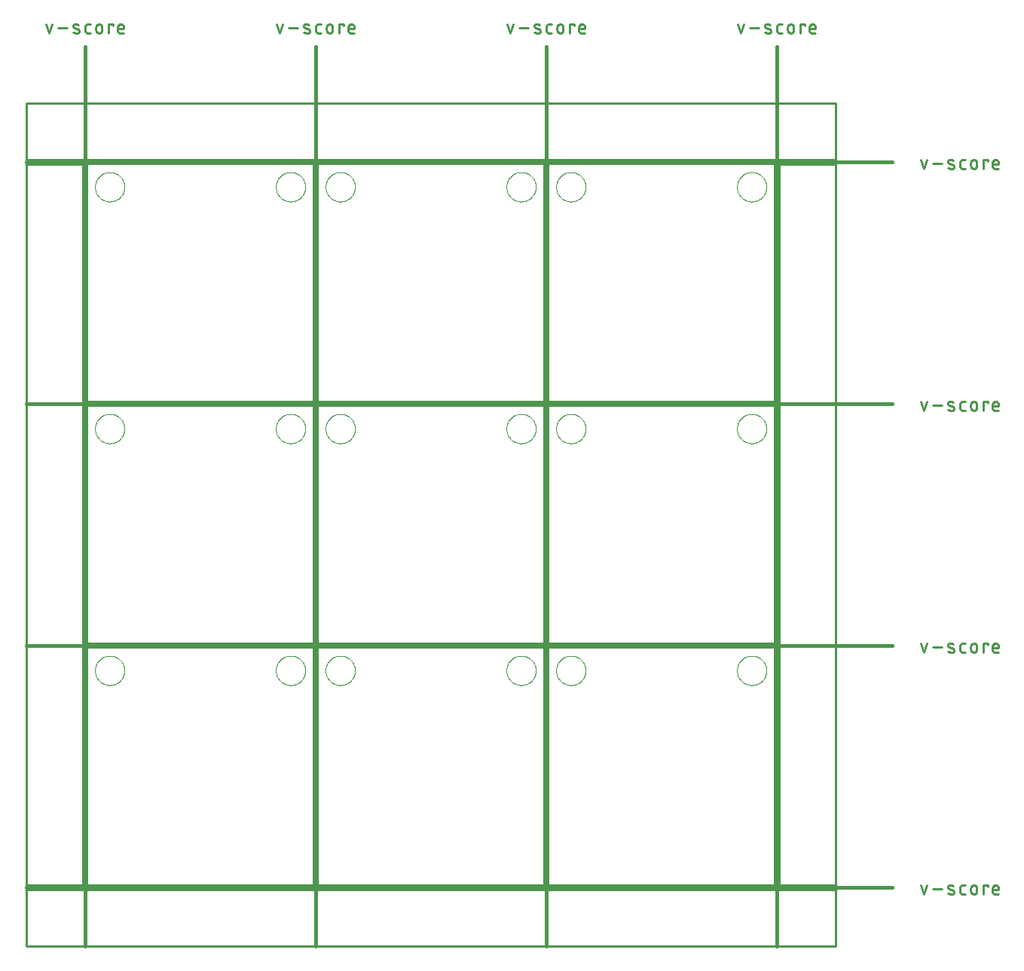
<source format=gko>
G75*
%MOIN*%
%OFA0B0*%
%FSLAX25Y25*%
%IPPOS*%
%LPD*%
%AMOC8*
5,1,8,0,0,1.08239X$1,22.5*
%
%ADD10C,0.00800*%
%ADD11C,0.01500*%
%ADD12C,0.01100*%
%ADD13C,0.01000*%
%ADD14C,0.00000*%
D10*
X0028750Y0028750D02*
X0128750Y0028750D01*
X0128750Y0133750D01*
X0028750Y0133750D01*
X0028750Y0028750D01*
X0130750Y0028750D02*
X0230750Y0028750D01*
X0230750Y0133750D01*
X0130750Y0133750D01*
X0130750Y0028750D01*
X0232750Y0028750D02*
X0332750Y0028750D01*
X0332750Y0133750D01*
X0232750Y0133750D01*
X0232750Y0028750D01*
X0232750Y0135750D02*
X0332750Y0135750D01*
X0332750Y0240750D01*
X0232750Y0240750D01*
X0232750Y0135750D01*
X0230750Y0135750D02*
X0130750Y0135750D01*
X0130750Y0240750D01*
X0230750Y0240750D01*
X0230750Y0135750D01*
X0128750Y0135750D02*
X0028750Y0135750D01*
X0028750Y0240750D01*
X0128750Y0240750D01*
X0128750Y0135750D01*
X0128750Y0242750D02*
X0028750Y0242750D01*
X0028750Y0347750D01*
X0128750Y0347750D01*
X0128750Y0242750D01*
X0130750Y0242750D02*
X0230750Y0242750D01*
X0230750Y0347750D01*
X0130750Y0347750D01*
X0130750Y0242750D01*
X0232750Y0242750D02*
X0332750Y0242750D01*
X0332750Y0347750D01*
X0232750Y0347750D01*
X0232750Y0242750D01*
D11*
X0384750Y0241750D02*
X0001750Y0241750D01*
X0001750Y0348750D02*
X0384750Y0348750D01*
X0333750Y0399750D02*
X0333750Y0001750D01*
X0384750Y0027750D02*
X0001750Y0027750D01*
X0027750Y0001750D02*
X0027750Y0399750D01*
X0129750Y0399750D02*
X0129750Y0001750D01*
X0231750Y0001750D02*
X0231750Y0399750D01*
X0384750Y0134750D02*
X0001750Y0134750D01*
D12*
X0011852Y0405800D02*
X0013163Y0409733D01*
X0010541Y0409733D02*
X0011852Y0405800D01*
X0015834Y0408094D02*
X0019768Y0408094D01*
X0023136Y0408094D02*
X0024774Y0407439D01*
X0024775Y0407439D02*
X0024827Y0407416D01*
X0024878Y0407389D01*
X0024927Y0407359D01*
X0024974Y0407326D01*
X0025019Y0407290D01*
X0025061Y0407250D01*
X0025100Y0407208D01*
X0025136Y0407164D01*
X0025169Y0407117D01*
X0025199Y0407067D01*
X0025226Y0407016D01*
X0025249Y0406964D01*
X0025268Y0406910D01*
X0025284Y0406854D01*
X0025296Y0406798D01*
X0025304Y0406741D01*
X0025308Y0406684D01*
X0025309Y0406626D01*
X0025305Y0406569D01*
X0025298Y0406512D01*
X0025286Y0406455D01*
X0025271Y0406400D01*
X0025253Y0406345D01*
X0025230Y0406292D01*
X0025204Y0406241D01*
X0025175Y0406192D01*
X0025142Y0406144D01*
X0025106Y0406099D01*
X0025068Y0406057D01*
X0025026Y0406017D01*
X0024982Y0405980D01*
X0024935Y0405946D01*
X0024887Y0405915D01*
X0024836Y0405888D01*
X0024784Y0405864D01*
X0024730Y0405844D01*
X0024675Y0405828D01*
X0024619Y0405815D01*
X0024562Y0405806D01*
X0024504Y0405801D01*
X0024447Y0405800D01*
X0024938Y0409405D02*
X0024831Y0409451D01*
X0024722Y0409494D01*
X0024612Y0409534D01*
X0024500Y0409570D01*
X0024388Y0409602D01*
X0024274Y0409631D01*
X0024160Y0409657D01*
X0024045Y0409678D01*
X0023930Y0409697D01*
X0023813Y0409711D01*
X0023697Y0409722D01*
X0023580Y0409729D01*
X0023463Y0409733D01*
X0023463Y0409734D02*
X0023406Y0409733D01*
X0023348Y0409728D01*
X0023291Y0409719D01*
X0023235Y0409706D01*
X0023180Y0409690D01*
X0023126Y0409670D01*
X0023074Y0409646D01*
X0023023Y0409619D01*
X0022975Y0409588D01*
X0022928Y0409554D01*
X0022884Y0409517D01*
X0022842Y0409477D01*
X0022804Y0409435D01*
X0022768Y0409390D01*
X0022735Y0409342D01*
X0022706Y0409293D01*
X0022680Y0409242D01*
X0022657Y0409189D01*
X0022639Y0409134D01*
X0022624Y0409079D01*
X0022612Y0409022D01*
X0022605Y0408965D01*
X0022601Y0408908D01*
X0022602Y0408850D01*
X0022606Y0408793D01*
X0022614Y0408736D01*
X0022626Y0408680D01*
X0022642Y0408624D01*
X0022661Y0408570D01*
X0022684Y0408518D01*
X0022711Y0408467D01*
X0022741Y0408417D01*
X0022774Y0408370D01*
X0022810Y0408326D01*
X0022849Y0408284D01*
X0022891Y0408244D01*
X0022936Y0408208D01*
X0022983Y0408175D01*
X0023032Y0408145D01*
X0023083Y0408118D01*
X0023135Y0408095D01*
X0022644Y0406128D02*
X0022778Y0406082D01*
X0022913Y0406039D01*
X0023049Y0406000D01*
X0023186Y0405964D01*
X0023323Y0405932D01*
X0023462Y0405903D01*
X0023601Y0405877D01*
X0023741Y0405856D01*
X0023882Y0405837D01*
X0024022Y0405823D01*
X0024164Y0405812D01*
X0024305Y0405804D01*
X0024447Y0405801D01*
X0027988Y0406783D02*
X0027988Y0408750D01*
X0027990Y0408812D01*
X0027996Y0408873D01*
X0028005Y0408934D01*
X0028019Y0408994D01*
X0028036Y0409054D01*
X0028057Y0409112D01*
X0028082Y0409169D01*
X0028110Y0409224D01*
X0028141Y0409277D01*
X0028176Y0409328D01*
X0028214Y0409377D01*
X0028254Y0409423D01*
X0028298Y0409467D01*
X0028344Y0409507D01*
X0028393Y0409545D01*
X0028444Y0409580D01*
X0028497Y0409611D01*
X0028552Y0409639D01*
X0028609Y0409664D01*
X0028667Y0409685D01*
X0028727Y0409702D01*
X0028787Y0409716D01*
X0028848Y0409725D01*
X0028909Y0409731D01*
X0028971Y0409733D01*
X0030282Y0409733D01*
X0032695Y0408422D02*
X0032695Y0407111D01*
X0032696Y0407111D02*
X0032698Y0407040D01*
X0032704Y0406969D01*
X0032713Y0406899D01*
X0032727Y0406829D01*
X0032744Y0406760D01*
X0032765Y0406692D01*
X0032789Y0406626D01*
X0032817Y0406561D01*
X0032849Y0406497D01*
X0032884Y0406435D01*
X0032922Y0406375D01*
X0032963Y0406318D01*
X0033008Y0406262D01*
X0033055Y0406209D01*
X0033105Y0406159D01*
X0033158Y0406112D01*
X0033214Y0406067D01*
X0033271Y0406026D01*
X0033331Y0405988D01*
X0033393Y0405953D01*
X0033457Y0405921D01*
X0033522Y0405893D01*
X0033588Y0405869D01*
X0033656Y0405848D01*
X0033725Y0405831D01*
X0033795Y0405817D01*
X0033865Y0405808D01*
X0033936Y0405802D01*
X0034007Y0405800D01*
X0034078Y0405802D01*
X0034149Y0405808D01*
X0034219Y0405817D01*
X0034289Y0405831D01*
X0034358Y0405848D01*
X0034426Y0405869D01*
X0034492Y0405893D01*
X0034557Y0405921D01*
X0034621Y0405953D01*
X0034683Y0405988D01*
X0034743Y0406026D01*
X0034800Y0406067D01*
X0034856Y0406112D01*
X0034909Y0406159D01*
X0034959Y0406209D01*
X0035006Y0406262D01*
X0035051Y0406318D01*
X0035092Y0406375D01*
X0035130Y0406435D01*
X0035165Y0406497D01*
X0035197Y0406561D01*
X0035225Y0406626D01*
X0035249Y0406692D01*
X0035270Y0406760D01*
X0035287Y0406829D01*
X0035301Y0406899D01*
X0035310Y0406969D01*
X0035316Y0407040D01*
X0035318Y0407111D01*
X0035318Y0408422D01*
X0035316Y0408493D01*
X0035310Y0408564D01*
X0035301Y0408634D01*
X0035287Y0408704D01*
X0035270Y0408773D01*
X0035249Y0408841D01*
X0035225Y0408907D01*
X0035197Y0408972D01*
X0035165Y0409036D01*
X0035130Y0409098D01*
X0035092Y0409158D01*
X0035051Y0409215D01*
X0035006Y0409271D01*
X0034959Y0409324D01*
X0034909Y0409374D01*
X0034856Y0409421D01*
X0034800Y0409466D01*
X0034743Y0409507D01*
X0034683Y0409545D01*
X0034621Y0409580D01*
X0034557Y0409612D01*
X0034492Y0409640D01*
X0034426Y0409664D01*
X0034358Y0409685D01*
X0034289Y0409702D01*
X0034219Y0409716D01*
X0034149Y0409725D01*
X0034078Y0409731D01*
X0034007Y0409733D01*
X0033936Y0409731D01*
X0033865Y0409725D01*
X0033795Y0409716D01*
X0033725Y0409702D01*
X0033656Y0409685D01*
X0033588Y0409664D01*
X0033522Y0409640D01*
X0033457Y0409612D01*
X0033393Y0409580D01*
X0033331Y0409545D01*
X0033271Y0409507D01*
X0033214Y0409466D01*
X0033158Y0409421D01*
X0033105Y0409374D01*
X0033055Y0409324D01*
X0033008Y0409271D01*
X0032963Y0409215D01*
X0032922Y0409158D01*
X0032884Y0409098D01*
X0032849Y0409036D01*
X0032817Y0408972D01*
X0032789Y0408907D01*
X0032765Y0408841D01*
X0032744Y0408773D01*
X0032727Y0408704D01*
X0032713Y0408634D01*
X0032704Y0408564D01*
X0032698Y0408493D01*
X0032696Y0408422D01*
X0030282Y0405800D02*
X0028971Y0405800D01*
X0028909Y0405802D01*
X0028848Y0405808D01*
X0028787Y0405817D01*
X0028727Y0405831D01*
X0028667Y0405848D01*
X0028609Y0405869D01*
X0028552Y0405894D01*
X0028497Y0405922D01*
X0028444Y0405953D01*
X0028393Y0405988D01*
X0028344Y0406026D01*
X0028298Y0406066D01*
X0028254Y0406110D01*
X0028214Y0406156D01*
X0028176Y0406205D01*
X0028141Y0406256D01*
X0028110Y0406309D01*
X0028082Y0406364D01*
X0028057Y0406421D01*
X0028036Y0406479D01*
X0028019Y0406539D01*
X0028005Y0406599D01*
X0027996Y0406660D01*
X0027990Y0406721D01*
X0027988Y0406783D01*
X0038284Y0405800D02*
X0038284Y0409733D01*
X0040251Y0409733D01*
X0040251Y0409078D01*
X0042337Y0408422D02*
X0042337Y0406783D01*
X0042339Y0406721D01*
X0042345Y0406660D01*
X0042354Y0406599D01*
X0042368Y0406539D01*
X0042385Y0406479D01*
X0042406Y0406421D01*
X0042431Y0406364D01*
X0042459Y0406309D01*
X0042490Y0406256D01*
X0042525Y0406205D01*
X0042563Y0406156D01*
X0042603Y0406110D01*
X0042647Y0406066D01*
X0042693Y0406026D01*
X0042742Y0405988D01*
X0042793Y0405953D01*
X0042846Y0405922D01*
X0042901Y0405894D01*
X0042958Y0405869D01*
X0043016Y0405848D01*
X0043076Y0405831D01*
X0043136Y0405817D01*
X0043197Y0405808D01*
X0043258Y0405802D01*
X0043320Y0405800D01*
X0044959Y0405800D01*
X0044959Y0407767D02*
X0042337Y0407767D01*
X0042337Y0408422D02*
X0042339Y0408493D01*
X0042345Y0408564D01*
X0042354Y0408634D01*
X0042368Y0408704D01*
X0042385Y0408773D01*
X0042406Y0408841D01*
X0042430Y0408907D01*
X0042458Y0408972D01*
X0042490Y0409036D01*
X0042525Y0409098D01*
X0042563Y0409158D01*
X0042604Y0409215D01*
X0042649Y0409271D01*
X0042696Y0409324D01*
X0042746Y0409374D01*
X0042799Y0409421D01*
X0042855Y0409466D01*
X0042912Y0409507D01*
X0042972Y0409545D01*
X0043034Y0409580D01*
X0043098Y0409612D01*
X0043163Y0409640D01*
X0043229Y0409664D01*
X0043297Y0409685D01*
X0043366Y0409702D01*
X0043436Y0409716D01*
X0043506Y0409725D01*
X0043577Y0409731D01*
X0043648Y0409733D01*
X0043719Y0409731D01*
X0043790Y0409725D01*
X0043860Y0409716D01*
X0043930Y0409702D01*
X0043999Y0409685D01*
X0044067Y0409664D01*
X0044133Y0409640D01*
X0044198Y0409612D01*
X0044262Y0409580D01*
X0044324Y0409545D01*
X0044384Y0409507D01*
X0044441Y0409466D01*
X0044497Y0409421D01*
X0044550Y0409374D01*
X0044600Y0409324D01*
X0044647Y0409271D01*
X0044692Y0409215D01*
X0044733Y0409158D01*
X0044771Y0409098D01*
X0044806Y0409036D01*
X0044838Y0408972D01*
X0044866Y0408907D01*
X0044890Y0408841D01*
X0044911Y0408773D01*
X0044928Y0408704D01*
X0044942Y0408634D01*
X0044951Y0408564D01*
X0044957Y0408493D01*
X0044959Y0408422D01*
X0044959Y0407767D01*
X0112541Y0409733D02*
X0113852Y0405800D01*
X0115163Y0409733D01*
X0117834Y0408094D02*
X0121768Y0408094D01*
X0125136Y0408094D02*
X0126774Y0407439D01*
X0126775Y0407439D02*
X0126827Y0407416D01*
X0126878Y0407389D01*
X0126927Y0407359D01*
X0126974Y0407326D01*
X0127019Y0407290D01*
X0127061Y0407250D01*
X0127100Y0407208D01*
X0127136Y0407164D01*
X0127169Y0407117D01*
X0127199Y0407067D01*
X0127226Y0407016D01*
X0127249Y0406964D01*
X0127268Y0406910D01*
X0127284Y0406854D01*
X0127296Y0406798D01*
X0127304Y0406741D01*
X0127308Y0406684D01*
X0127309Y0406626D01*
X0127305Y0406569D01*
X0127298Y0406512D01*
X0127286Y0406455D01*
X0127271Y0406400D01*
X0127253Y0406345D01*
X0127230Y0406292D01*
X0127204Y0406241D01*
X0127175Y0406192D01*
X0127142Y0406144D01*
X0127106Y0406099D01*
X0127068Y0406057D01*
X0127026Y0406017D01*
X0126982Y0405980D01*
X0126935Y0405946D01*
X0126887Y0405915D01*
X0126836Y0405888D01*
X0126784Y0405864D01*
X0126730Y0405844D01*
X0126675Y0405828D01*
X0126619Y0405815D01*
X0126562Y0405806D01*
X0126504Y0405801D01*
X0126447Y0405800D01*
X0126938Y0409405D02*
X0126831Y0409451D01*
X0126722Y0409494D01*
X0126612Y0409534D01*
X0126500Y0409570D01*
X0126388Y0409602D01*
X0126274Y0409631D01*
X0126160Y0409657D01*
X0126045Y0409678D01*
X0125930Y0409697D01*
X0125813Y0409711D01*
X0125697Y0409722D01*
X0125580Y0409729D01*
X0125463Y0409733D01*
X0125463Y0409734D02*
X0125406Y0409733D01*
X0125348Y0409728D01*
X0125291Y0409719D01*
X0125235Y0409706D01*
X0125180Y0409690D01*
X0125126Y0409670D01*
X0125074Y0409646D01*
X0125023Y0409619D01*
X0124975Y0409588D01*
X0124928Y0409554D01*
X0124884Y0409517D01*
X0124842Y0409477D01*
X0124804Y0409435D01*
X0124768Y0409390D01*
X0124735Y0409342D01*
X0124706Y0409293D01*
X0124680Y0409242D01*
X0124657Y0409189D01*
X0124639Y0409134D01*
X0124624Y0409079D01*
X0124612Y0409022D01*
X0124605Y0408965D01*
X0124601Y0408908D01*
X0124602Y0408850D01*
X0124606Y0408793D01*
X0124614Y0408736D01*
X0124626Y0408680D01*
X0124642Y0408624D01*
X0124661Y0408570D01*
X0124684Y0408518D01*
X0124711Y0408467D01*
X0124741Y0408417D01*
X0124774Y0408370D01*
X0124810Y0408326D01*
X0124849Y0408284D01*
X0124891Y0408244D01*
X0124936Y0408208D01*
X0124983Y0408175D01*
X0125032Y0408145D01*
X0125083Y0408118D01*
X0125135Y0408095D01*
X0124644Y0406128D02*
X0124778Y0406082D01*
X0124913Y0406039D01*
X0125049Y0406000D01*
X0125186Y0405964D01*
X0125323Y0405932D01*
X0125462Y0405903D01*
X0125601Y0405877D01*
X0125741Y0405856D01*
X0125882Y0405837D01*
X0126022Y0405823D01*
X0126164Y0405812D01*
X0126305Y0405804D01*
X0126447Y0405801D01*
X0129988Y0406783D02*
X0129988Y0408750D01*
X0129990Y0408812D01*
X0129996Y0408873D01*
X0130005Y0408934D01*
X0130019Y0408994D01*
X0130036Y0409054D01*
X0130057Y0409112D01*
X0130082Y0409169D01*
X0130110Y0409224D01*
X0130141Y0409277D01*
X0130176Y0409328D01*
X0130214Y0409377D01*
X0130254Y0409423D01*
X0130298Y0409467D01*
X0130344Y0409507D01*
X0130393Y0409545D01*
X0130444Y0409580D01*
X0130497Y0409611D01*
X0130552Y0409639D01*
X0130609Y0409664D01*
X0130667Y0409685D01*
X0130727Y0409702D01*
X0130787Y0409716D01*
X0130848Y0409725D01*
X0130909Y0409731D01*
X0130971Y0409733D01*
X0132282Y0409733D01*
X0134695Y0408422D02*
X0134695Y0407111D01*
X0134696Y0407111D02*
X0134698Y0407040D01*
X0134704Y0406969D01*
X0134713Y0406899D01*
X0134727Y0406829D01*
X0134744Y0406760D01*
X0134765Y0406692D01*
X0134789Y0406626D01*
X0134817Y0406561D01*
X0134849Y0406497D01*
X0134884Y0406435D01*
X0134922Y0406375D01*
X0134963Y0406318D01*
X0135008Y0406262D01*
X0135055Y0406209D01*
X0135105Y0406159D01*
X0135158Y0406112D01*
X0135214Y0406067D01*
X0135271Y0406026D01*
X0135331Y0405988D01*
X0135393Y0405953D01*
X0135457Y0405921D01*
X0135522Y0405893D01*
X0135588Y0405869D01*
X0135656Y0405848D01*
X0135725Y0405831D01*
X0135795Y0405817D01*
X0135865Y0405808D01*
X0135936Y0405802D01*
X0136007Y0405800D01*
X0136078Y0405802D01*
X0136149Y0405808D01*
X0136219Y0405817D01*
X0136289Y0405831D01*
X0136358Y0405848D01*
X0136426Y0405869D01*
X0136492Y0405893D01*
X0136557Y0405921D01*
X0136621Y0405953D01*
X0136683Y0405988D01*
X0136743Y0406026D01*
X0136800Y0406067D01*
X0136856Y0406112D01*
X0136909Y0406159D01*
X0136959Y0406209D01*
X0137006Y0406262D01*
X0137051Y0406318D01*
X0137092Y0406375D01*
X0137130Y0406435D01*
X0137165Y0406497D01*
X0137197Y0406561D01*
X0137225Y0406626D01*
X0137249Y0406692D01*
X0137270Y0406760D01*
X0137287Y0406829D01*
X0137301Y0406899D01*
X0137310Y0406969D01*
X0137316Y0407040D01*
X0137318Y0407111D01*
X0137318Y0408422D01*
X0137316Y0408493D01*
X0137310Y0408564D01*
X0137301Y0408634D01*
X0137287Y0408704D01*
X0137270Y0408773D01*
X0137249Y0408841D01*
X0137225Y0408907D01*
X0137197Y0408972D01*
X0137165Y0409036D01*
X0137130Y0409098D01*
X0137092Y0409158D01*
X0137051Y0409215D01*
X0137006Y0409271D01*
X0136959Y0409324D01*
X0136909Y0409374D01*
X0136856Y0409421D01*
X0136800Y0409466D01*
X0136743Y0409507D01*
X0136683Y0409545D01*
X0136621Y0409580D01*
X0136557Y0409612D01*
X0136492Y0409640D01*
X0136426Y0409664D01*
X0136358Y0409685D01*
X0136289Y0409702D01*
X0136219Y0409716D01*
X0136149Y0409725D01*
X0136078Y0409731D01*
X0136007Y0409733D01*
X0135936Y0409731D01*
X0135865Y0409725D01*
X0135795Y0409716D01*
X0135725Y0409702D01*
X0135656Y0409685D01*
X0135588Y0409664D01*
X0135522Y0409640D01*
X0135457Y0409612D01*
X0135393Y0409580D01*
X0135331Y0409545D01*
X0135271Y0409507D01*
X0135214Y0409466D01*
X0135158Y0409421D01*
X0135105Y0409374D01*
X0135055Y0409324D01*
X0135008Y0409271D01*
X0134963Y0409215D01*
X0134922Y0409158D01*
X0134884Y0409098D01*
X0134849Y0409036D01*
X0134817Y0408972D01*
X0134789Y0408907D01*
X0134765Y0408841D01*
X0134744Y0408773D01*
X0134727Y0408704D01*
X0134713Y0408634D01*
X0134704Y0408564D01*
X0134698Y0408493D01*
X0134696Y0408422D01*
X0132282Y0405800D02*
X0130971Y0405800D01*
X0130909Y0405802D01*
X0130848Y0405808D01*
X0130787Y0405817D01*
X0130727Y0405831D01*
X0130667Y0405848D01*
X0130609Y0405869D01*
X0130552Y0405894D01*
X0130497Y0405922D01*
X0130444Y0405953D01*
X0130393Y0405988D01*
X0130344Y0406026D01*
X0130298Y0406066D01*
X0130254Y0406110D01*
X0130214Y0406156D01*
X0130176Y0406205D01*
X0130141Y0406256D01*
X0130110Y0406309D01*
X0130082Y0406364D01*
X0130057Y0406421D01*
X0130036Y0406479D01*
X0130019Y0406539D01*
X0130005Y0406599D01*
X0129996Y0406660D01*
X0129990Y0406721D01*
X0129988Y0406783D01*
X0140284Y0405800D02*
X0140284Y0409733D01*
X0142251Y0409733D01*
X0142251Y0409078D01*
X0144337Y0408422D02*
X0144337Y0406783D01*
X0144339Y0406721D01*
X0144345Y0406660D01*
X0144354Y0406599D01*
X0144368Y0406539D01*
X0144385Y0406479D01*
X0144406Y0406421D01*
X0144431Y0406364D01*
X0144459Y0406309D01*
X0144490Y0406256D01*
X0144525Y0406205D01*
X0144563Y0406156D01*
X0144603Y0406110D01*
X0144647Y0406066D01*
X0144693Y0406026D01*
X0144742Y0405988D01*
X0144793Y0405953D01*
X0144846Y0405922D01*
X0144901Y0405894D01*
X0144958Y0405869D01*
X0145016Y0405848D01*
X0145076Y0405831D01*
X0145136Y0405817D01*
X0145197Y0405808D01*
X0145258Y0405802D01*
X0145320Y0405800D01*
X0146959Y0405800D01*
X0146959Y0407767D02*
X0144337Y0407767D01*
X0144337Y0408422D02*
X0144339Y0408493D01*
X0144345Y0408564D01*
X0144354Y0408634D01*
X0144368Y0408704D01*
X0144385Y0408773D01*
X0144406Y0408841D01*
X0144430Y0408907D01*
X0144458Y0408972D01*
X0144490Y0409036D01*
X0144525Y0409098D01*
X0144563Y0409158D01*
X0144604Y0409215D01*
X0144649Y0409271D01*
X0144696Y0409324D01*
X0144746Y0409374D01*
X0144799Y0409421D01*
X0144855Y0409466D01*
X0144912Y0409507D01*
X0144972Y0409545D01*
X0145034Y0409580D01*
X0145098Y0409612D01*
X0145163Y0409640D01*
X0145229Y0409664D01*
X0145297Y0409685D01*
X0145366Y0409702D01*
X0145436Y0409716D01*
X0145506Y0409725D01*
X0145577Y0409731D01*
X0145648Y0409733D01*
X0145719Y0409731D01*
X0145790Y0409725D01*
X0145860Y0409716D01*
X0145930Y0409702D01*
X0145999Y0409685D01*
X0146067Y0409664D01*
X0146133Y0409640D01*
X0146198Y0409612D01*
X0146262Y0409580D01*
X0146324Y0409545D01*
X0146384Y0409507D01*
X0146441Y0409466D01*
X0146497Y0409421D01*
X0146550Y0409374D01*
X0146600Y0409324D01*
X0146647Y0409271D01*
X0146692Y0409215D01*
X0146733Y0409158D01*
X0146771Y0409098D01*
X0146806Y0409036D01*
X0146838Y0408972D01*
X0146866Y0408907D01*
X0146890Y0408841D01*
X0146911Y0408773D01*
X0146928Y0408704D01*
X0146942Y0408634D01*
X0146951Y0408564D01*
X0146957Y0408493D01*
X0146959Y0408422D01*
X0146959Y0407767D01*
X0214541Y0409733D02*
X0215852Y0405800D01*
X0217163Y0409733D01*
X0219834Y0408094D02*
X0223768Y0408094D01*
X0227136Y0408094D02*
X0228774Y0407439D01*
X0228775Y0407439D02*
X0228827Y0407416D01*
X0228878Y0407389D01*
X0228927Y0407359D01*
X0228974Y0407326D01*
X0229019Y0407290D01*
X0229061Y0407250D01*
X0229100Y0407208D01*
X0229136Y0407164D01*
X0229169Y0407117D01*
X0229199Y0407067D01*
X0229226Y0407016D01*
X0229249Y0406964D01*
X0229268Y0406910D01*
X0229284Y0406854D01*
X0229296Y0406798D01*
X0229304Y0406741D01*
X0229308Y0406684D01*
X0229309Y0406626D01*
X0229305Y0406569D01*
X0229298Y0406512D01*
X0229286Y0406455D01*
X0229271Y0406400D01*
X0229253Y0406345D01*
X0229230Y0406292D01*
X0229204Y0406241D01*
X0229175Y0406192D01*
X0229142Y0406144D01*
X0229106Y0406099D01*
X0229068Y0406057D01*
X0229026Y0406017D01*
X0228982Y0405980D01*
X0228935Y0405946D01*
X0228887Y0405915D01*
X0228836Y0405888D01*
X0228784Y0405864D01*
X0228730Y0405844D01*
X0228675Y0405828D01*
X0228619Y0405815D01*
X0228562Y0405806D01*
X0228504Y0405801D01*
X0228447Y0405800D01*
X0228938Y0409405D02*
X0228831Y0409451D01*
X0228722Y0409494D01*
X0228612Y0409534D01*
X0228500Y0409570D01*
X0228388Y0409602D01*
X0228274Y0409631D01*
X0228160Y0409657D01*
X0228045Y0409678D01*
X0227930Y0409697D01*
X0227813Y0409711D01*
X0227697Y0409722D01*
X0227580Y0409729D01*
X0227463Y0409733D01*
X0227463Y0409734D02*
X0227406Y0409733D01*
X0227348Y0409728D01*
X0227291Y0409719D01*
X0227235Y0409706D01*
X0227180Y0409690D01*
X0227126Y0409670D01*
X0227074Y0409646D01*
X0227023Y0409619D01*
X0226975Y0409588D01*
X0226928Y0409554D01*
X0226884Y0409517D01*
X0226842Y0409477D01*
X0226804Y0409435D01*
X0226768Y0409390D01*
X0226735Y0409342D01*
X0226706Y0409293D01*
X0226680Y0409242D01*
X0226657Y0409189D01*
X0226639Y0409134D01*
X0226624Y0409079D01*
X0226612Y0409022D01*
X0226605Y0408965D01*
X0226601Y0408908D01*
X0226602Y0408850D01*
X0226606Y0408793D01*
X0226614Y0408736D01*
X0226626Y0408680D01*
X0226642Y0408624D01*
X0226661Y0408570D01*
X0226684Y0408518D01*
X0226711Y0408467D01*
X0226741Y0408417D01*
X0226774Y0408370D01*
X0226810Y0408326D01*
X0226849Y0408284D01*
X0226891Y0408244D01*
X0226936Y0408208D01*
X0226983Y0408175D01*
X0227032Y0408145D01*
X0227083Y0408118D01*
X0227135Y0408095D01*
X0226644Y0406128D02*
X0226778Y0406082D01*
X0226913Y0406039D01*
X0227049Y0406000D01*
X0227186Y0405964D01*
X0227323Y0405932D01*
X0227462Y0405903D01*
X0227601Y0405877D01*
X0227741Y0405856D01*
X0227882Y0405837D01*
X0228022Y0405823D01*
X0228164Y0405812D01*
X0228305Y0405804D01*
X0228447Y0405801D01*
X0231988Y0406783D02*
X0231988Y0408750D01*
X0231990Y0408812D01*
X0231996Y0408873D01*
X0232005Y0408934D01*
X0232019Y0408994D01*
X0232036Y0409054D01*
X0232057Y0409112D01*
X0232082Y0409169D01*
X0232110Y0409224D01*
X0232141Y0409277D01*
X0232176Y0409328D01*
X0232214Y0409377D01*
X0232254Y0409423D01*
X0232298Y0409467D01*
X0232344Y0409507D01*
X0232393Y0409545D01*
X0232444Y0409580D01*
X0232497Y0409611D01*
X0232552Y0409639D01*
X0232609Y0409664D01*
X0232667Y0409685D01*
X0232727Y0409702D01*
X0232787Y0409716D01*
X0232848Y0409725D01*
X0232909Y0409731D01*
X0232971Y0409733D01*
X0234282Y0409733D01*
X0236695Y0408422D02*
X0236695Y0407111D01*
X0236696Y0407111D02*
X0236698Y0407040D01*
X0236704Y0406969D01*
X0236713Y0406899D01*
X0236727Y0406829D01*
X0236744Y0406760D01*
X0236765Y0406692D01*
X0236789Y0406626D01*
X0236817Y0406561D01*
X0236849Y0406497D01*
X0236884Y0406435D01*
X0236922Y0406375D01*
X0236963Y0406318D01*
X0237008Y0406262D01*
X0237055Y0406209D01*
X0237105Y0406159D01*
X0237158Y0406112D01*
X0237214Y0406067D01*
X0237271Y0406026D01*
X0237331Y0405988D01*
X0237393Y0405953D01*
X0237457Y0405921D01*
X0237522Y0405893D01*
X0237588Y0405869D01*
X0237656Y0405848D01*
X0237725Y0405831D01*
X0237795Y0405817D01*
X0237865Y0405808D01*
X0237936Y0405802D01*
X0238007Y0405800D01*
X0238078Y0405802D01*
X0238149Y0405808D01*
X0238219Y0405817D01*
X0238289Y0405831D01*
X0238358Y0405848D01*
X0238426Y0405869D01*
X0238492Y0405893D01*
X0238557Y0405921D01*
X0238621Y0405953D01*
X0238683Y0405988D01*
X0238743Y0406026D01*
X0238800Y0406067D01*
X0238856Y0406112D01*
X0238909Y0406159D01*
X0238959Y0406209D01*
X0239006Y0406262D01*
X0239051Y0406318D01*
X0239092Y0406375D01*
X0239130Y0406435D01*
X0239165Y0406497D01*
X0239197Y0406561D01*
X0239225Y0406626D01*
X0239249Y0406692D01*
X0239270Y0406760D01*
X0239287Y0406829D01*
X0239301Y0406899D01*
X0239310Y0406969D01*
X0239316Y0407040D01*
X0239318Y0407111D01*
X0239318Y0408422D01*
X0239316Y0408493D01*
X0239310Y0408564D01*
X0239301Y0408634D01*
X0239287Y0408704D01*
X0239270Y0408773D01*
X0239249Y0408841D01*
X0239225Y0408907D01*
X0239197Y0408972D01*
X0239165Y0409036D01*
X0239130Y0409098D01*
X0239092Y0409158D01*
X0239051Y0409215D01*
X0239006Y0409271D01*
X0238959Y0409324D01*
X0238909Y0409374D01*
X0238856Y0409421D01*
X0238800Y0409466D01*
X0238743Y0409507D01*
X0238683Y0409545D01*
X0238621Y0409580D01*
X0238557Y0409612D01*
X0238492Y0409640D01*
X0238426Y0409664D01*
X0238358Y0409685D01*
X0238289Y0409702D01*
X0238219Y0409716D01*
X0238149Y0409725D01*
X0238078Y0409731D01*
X0238007Y0409733D01*
X0237936Y0409731D01*
X0237865Y0409725D01*
X0237795Y0409716D01*
X0237725Y0409702D01*
X0237656Y0409685D01*
X0237588Y0409664D01*
X0237522Y0409640D01*
X0237457Y0409612D01*
X0237393Y0409580D01*
X0237331Y0409545D01*
X0237271Y0409507D01*
X0237214Y0409466D01*
X0237158Y0409421D01*
X0237105Y0409374D01*
X0237055Y0409324D01*
X0237008Y0409271D01*
X0236963Y0409215D01*
X0236922Y0409158D01*
X0236884Y0409098D01*
X0236849Y0409036D01*
X0236817Y0408972D01*
X0236789Y0408907D01*
X0236765Y0408841D01*
X0236744Y0408773D01*
X0236727Y0408704D01*
X0236713Y0408634D01*
X0236704Y0408564D01*
X0236698Y0408493D01*
X0236696Y0408422D01*
X0234282Y0405800D02*
X0232971Y0405800D01*
X0232909Y0405802D01*
X0232848Y0405808D01*
X0232787Y0405817D01*
X0232727Y0405831D01*
X0232667Y0405848D01*
X0232609Y0405869D01*
X0232552Y0405894D01*
X0232497Y0405922D01*
X0232444Y0405953D01*
X0232393Y0405988D01*
X0232344Y0406026D01*
X0232298Y0406066D01*
X0232254Y0406110D01*
X0232214Y0406156D01*
X0232176Y0406205D01*
X0232141Y0406256D01*
X0232110Y0406309D01*
X0232082Y0406364D01*
X0232057Y0406421D01*
X0232036Y0406479D01*
X0232019Y0406539D01*
X0232005Y0406599D01*
X0231996Y0406660D01*
X0231990Y0406721D01*
X0231988Y0406783D01*
X0242284Y0405800D02*
X0242284Y0409733D01*
X0244251Y0409733D01*
X0244251Y0409078D01*
X0246337Y0408422D02*
X0246337Y0406783D01*
X0246339Y0406721D01*
X0246345Y0406660D01*
X0246354Y0406599D01*
X0246368Y0406539D01*
X0246385Y0406479D01*
X0246406Y0406421D01*
X0246431Y0406364D01*
X0246459Y0406309D01*
X0246490Y0406256D01*
X0246525Y0406205D01*
X0246563Y0406156D01*
X0246603Y0406110D01*
X0246647Y0406066D01*
X0246693Y0406026D01*
X0246742Y0405988D01*
X0246793Y0405953D01*
X0246846Y0405922D01*
X0246901Y0405894D01*
X0246958Y0405869D01*
X0247016Y0405848D01*
X0247076Y0405831D01*
X0247136Y0405817D01*
X0247197Y0405808D01*
X0247258Y0405802D01*
X0247320Y0405800D01*
X0248959Y0405800D01*
X0248959Y0407767D02*
X0246337Y0407767D01*
X0246337Y0408422D02*
X0246339Y0408493D01*
X0246345Y0408564D01*
X0246354Y0408634D01*
X0246368Y0408704D01*
X0246385Y0408773D01*
X0246406Y0408841D01*
X0246430Y0408907D01*
X0246458Y0408972D01*
X0246490Y0409036D01*
X0246525Y0409098D01*
X0246563Y0409158D01*
X0246604Y0409215D01*
X0246649Y0409271D01*
X0246696Y0409324D01*
X0246746Y0409374D01*
X0246799Y0409421D01*
X0246855Y0409466D01*
X0246912Y0409507D01*
X0246972Y0409545D01*
X0247034Y0409580D01*
X0247098Y0409612D01*
X0247163Y0409640D01*
X0247229Y0409664D01*
X0247297Y0409685D01*
X0247366Y0409702D01*
X0247436Y0409716D01*
X0247506Y0409725D01*
X0247577Y0409731D01*
X0247648Y0409733D01*
X0247719Y0409731D01*
X0247790Y0409725D01*
X0247860Y0409716D01*
X0247930Y0409702D01*
X0247999Y0409685D01*
X0248067Y0409664D01*
X0248133Y0409640D01*
X0248198Y0409612D01*
X0248262Y0409580D01*
X0248324Y0409545D01*
X0248384Y0409507D01*
X0248441Y0409466D01*
X0248497Y0409421D01*
X0248550Y0409374D01*
X0248600Y0409324D01*
X0248647Y0409271D01*
X0248692Y0409215D01*
X0248733Y0409158D01*
X0248771Y0409098D01*
X0248806Y0409036D01*
X0248838Y0408972D01*
X0248866Y0408907D01*
X0248890Y0408841D01*
X0248911Y0408773D01*
X0248928Y0408704D01*
X0248942Y0408634D01*
X0248951Y0408564D01*
X0248957Y0408493D01*
X0248959Y0408422D01*
X0248959Y0407767D01*
X0316541Y0409733D02*
X0317852Y0405800D01*
X0319163Y0409733D01*
X0321834Y0408094D02*
X0325768Y0408094D01*
X0329136Y0408094D02*
X0330774Y0407439D01*
X0330775Y0407439D02*
X0330827Y0407416D01*
X0330878Y0407389D01*
X0330927Y0407359D01*
X0330974Y0407326D01*
X0331019Y0407290D01*
X0331061Y0407250D01*
X0331100Y0407208D01*
X0331136Y0407164D01*
X0331169Y0407117D01*
X0331199Y0407067D01*
X0331226Y0407016D01*
X0331249Y0406964D01*
X0331268Y0406910D01*
X0331284Y0406854D01*
X0331296Y0406798D01*
X0331304Y0406741D01*
X0331308Y0406684D01*
X0331309Y0406626D01*
X0331305Y0406569D01*
X0331298Y0406512D01*
X0331286Y0406455D01*
X0331271Y0406400D01*
X0331253Y0406345D01*
X0331230Y0406292D01*
X0331204Y0406241D01*
X0331175Y0406192D01*
X0331142Y0406144D01*
X0331106Y0406099D01*
X0331068Y0406057D01*
X0331026Y0406017D01*
X0330982Y0405980D01*
X0330935Y0405946D01*
X0330887Y0405915D01*
X0330836Y0405888D01*
X0330784Y0405864D01*
X0330730Y0405844D01*
X0330675Y0405828D01*
X0330619Y0405815D01*
X0330562Y0405806D01*
X0330504Y0405801D01*
X0330447Y0405800D01*
X0330938Y0409405D02*
X0330831Y0409451D01*
X0330722Y0409494D01*
X0330612Y0409534D01*
X0330500Y0409570D01*
X0330388Y0409602D01*
X0330274Y0409631D01*
X0330160Y0409657D01*
X0330045Y0409678D01*
X0329930Y0409697D01*
X0329813Y0409711D01*
X0329697Y0409722D01*
X0329580Y0409729D01*
X0329463Y0409733D01*
X0329463Y0409734D02*
X0329406Y0409733D01*
X0329348Y0409728D01*
X0329291Y0409719D01*
X0329235Y0409706D01*
X0329180Y0409690D01*
X0329126Y0409670D01*
X0329074Y0409646D01*
X0329023Y0409619D01*
X0328975Y0409588D01*
X0328928Y0409554D01*
X0328884Y0409517D01*
X0328842Y0409477D01*
X0328804Y0409435D01*
X0328768Y0409390D01*
X0328735Y0409342D01*
X0328706Y0409293D01*
X0328680Y0409242D01*
X0328657Y0409189D01*
X0328639Y0409134D01*
X0328624Y0409079D01*
X0328612Y0409022D01*
X0328605Y0408965D01*
X0328601Y0408908D01*
X0328602Y0408850D01*
X0328606Y0408793D01*
X0328614Y0408736D01*
X0328626Y0408680D01*
X0328642Y0408624D01*
X0328661Y0408570D01*
X0328684Y0408518D01*
X0328711Y0408467D01*
X0328741Y0408417D01*
X0328774Y0408370D01*
X0328810Y0408326D01*
X0328849Y0408284D01*
X0328891Y0408244D01*
X0328936Y0408208D01*
X0328983Y0408175D01*
X0329032Y0408145D01*
X0329083Y0408118D01*
X0329135Y0408095D01*
X0328644Y0406128D02*
X0328778Y0406082D01*
X0328913Y0406039D01*
X0329049Y0406000D01*
X0329186Y0405964D01*
X0329323Y0405932D01*
X0329462Y0405903D01*
X0329601Y0405877D01*
X0329741Y0405856D01*
X0329882Y0405837D01*
X0330022Y0405823D01*
X0330164Y0405812D01*
X0330305Y0405804D01*
X0330447Y0405801D01*
X0333988Y0406783D02*
X0333988Y0408750D01*
X0333990Y0408812D01*
X0333996Y0408873D01*
X0334005Y0408934D01*
X0334019Y0408994D01*
X0334036Y0409054D01*
X0334057Y0409112D01*
X0334082Y0409169D01*
X0334110Y0409224D01*
X0334141Y0409277D01*
X0334176Y0409328D01*
X0334214Y0409377D01*
X0334254Y0409423D01*
X0334298Y0409467D01*
X0334344Y0409507D01*
X0334393Y0409545D01*
X0334444Y0409580D01*
X0334497Y0409611D01*
X0334552Y0409639D01*
X0334609Y0409664D01*
X0334667Y0409685D01*
X0334727Y0409702D01*
X0334787Y0409716D01*
X0334848Y0409725D01*
X0334909Y0409731D01*
X0334971Y0409733D01*
X0336282Y0409733D01*
X0338695Y0408422D02*
X0338695Y0407111D01*
X0338696Y0407111D02*
X0338698Y0407040D01*
X0338704Y0406969D01*
X0338713Y0406899D01*
X0338727Y0406829D01*
X0338744Y0406760D01*
X0338765Y0406692D01*
X0338789Y0406626D01*
X0338817Y0406561D01*
X0338849Y0406497D01*
X0338884Y0406435D01*
X0338922Y0406375D01*
X0338963Y0406318D01*
X0339008Y0406262D01*
X0339055Y0406209D01*
X0339105Y0406159D01*
X0339158Y0406112D01*
X0339214Y0406067D01*
X0339271Y0406026D01*
X0339331Y0405988D01*
X0339393Y0405953D01*
X0339457Y0405921D01*
X0339522Y0405893D01*
X0339588Y0405869D01*
X0339656Y0405848D01*
X0339725Y0405831D01*
X0339795Y0405817D01*
X0339865Y0405808D01*
X0339936Y0405802D01*
X0340007Y0405800D01*
X0340078Y0405802D01*
X0340149Y0405808D01*
X0340219Y0405817D01*
X0340289Y0405831D01*
X0340358Y0405848D01*
X0340426Y0405869D01*
X0340492Y0405893D01*
X0340557Y0405921D01*
X0340621Y0405953D01*
X0340683Y0405988D01*
X0340743Y0406026D01*
X0340800Y0406067D01*
X0340856Y0406112D01*
X0340909Y0406159D01*
X0340959Y0406209D01*
X0341006Y0406262D01*
X0341051Y0406318D01*
X0341092Y0406375D01*
X0341130Y0406435D01*
X0341165Y0406497D01*
X0341197Y0406561D01*
X0341225Y0406626D01*
X0341249Y0406692D01*
X0341270Y0406760D01*
X0341287Y0406829D01*
X0341301Y0406899D01*
X0341310Y0406969D01*
X0341316Y0407040D01*
X0341318Y0407111D01*
X0341318Y0408422D01*
X0341316Y0408493D01*
X0341310Y0408564D01*
X0341301Y0408634D01*
X0341287Y0408704D01*
X0341270Y0408773D01*
X0341249Y0408841D01*
X0341225Y0408907D01*
X0341197Y0408972D01*
X0341165Y0409036D01*
X0341130Y0409098D01*
X0341092Y0409158D01*
X0341051Y0409215D01*
X0341006Y0409271D01*
X0340959Y0409324D01*
X0340909Y0409374D01*
X0340856Y0409421D01*
X0340800Y0409466D01*
X0340743Y0409507D01*
X0340683Y0409545D01*
X0340621Y0409580D01*
X0340557Y0409612D01*
X0340492Y0409640D01*
X0340426Y0409664D01*
X0340358Y0409685D01*
X0340289Y0409702D01*
X0340219Y0409716D01*
X0340149Y0409725D01*
X0340078Y0409731D01*
X0340007Y0409733D01*
X0339936Y0409731D01*
X0339865Y0409725D01*
X0339795Y0409716D01*
X0339725Y0409702D01*
X0339656Y0409685D01*
X0339588Y0409664D01*
X0339522Y0409640D01*
X0339457Y0409612D01*
X0339393Y0409580D01*
X0339331Y0409545D01*
X0339271Y0409507D01*
X0339214Y0409466D01*
X0339158Y0409421D01*
X0339105Y0409374D01*
X0339055Y0409324D01*
X0339008Y0409271D01*
X0338963Y0409215D01*
X0338922Y0409158D01*
X0338884Y0409098D01*
X0338849Y0409036D01*
X0338817Y0408972D01*
X0338789Y0408907D01*
X0338765Y0408841D01*
X0338744Y0408773D01*
X0338727Y0408704D01*
X0338713Y0408634D01*
X0338704Y0408564D01*
X0338698Y0408493D01*
X0338696Y0408422D01*
X0336282Y0405800D02*
X0334971Y0405800D01*
X0334909Y0405802D01*
X0334848Y0405808D01*
X0334787Y0405817D01*
X0334727Y0405831D01*
X0334667Y0405848D01*
X0334609Y0405869D01*
X0334552Y0405894D01*
X0334497Y0405922D01*
X0334444Y0405953D01*
X0334393Y0405988D01*
X0334344Y0406026D01*
X0334298Y0406066D01*
X0334254Y0406110D01*
X0334214Y0406156D01*
X0334176Y0406205D01*
X0334141Y0406256D01*
X0334110Y0406309D01*
X0334082Y0406364D01*
X0334057Y0406421D01*
X0334036Y0406479D01*
X0334019Y0406539D01*
X0334005Y0406599D01*
X0333996Y0406660D01*
X0333990Y0406721D01*
X0333988Y0406783D01*
X0344284Y0405800D02*
X0344284Y0409733D01*
X0346251Y0409733D01*
X0346251Y0409078D01*
X0348337Y0408422D02*
X0348337Y0406783D01*
X0348339Y0406721D01*
X0348345Y0406660D01*
X0348354Y0406599D01*
X0348368Y0406539D01*
X0348385Y0406479D01*
X0348406Y0406421D01*
X0348431Y0406364D01*
X0348459Y0406309D01*
X0348490Y0406256D01*
X0348525Y0406205D01*
X0348563Y0406156D01*
X0348603Y0406110D01*
X0348647Y0406066D01*
X0348693Y0406026D01*
X0348742Y0405988D01*
X0348793Y0405953D01*
X0348846Y0405922D01*
X0348901Y0405894D01*
X0348958Y0405869D01*
X0349016Y0405848D01*
X0349076Y0405831D01*
X0349136Y0405817D01*
X0349197Y0405808D01*
X0349258Y0405802D01*
X0349320Y0405800D01*
X0350959Y0405800D01*
X0350959Y0407767D02*
X0348337Y0407767D01*
X0348337Y0408422D02*
X0348339Y0408493D01*
X0348345Y0408564D01*
X0348354Y0408634D01*
X0348368Y0408704D01*
X0348385Y0408773D01*
X0348406Y0408841D01*
X0348430Y0408907D01*
X0348458Y0408972D01*
X0348490Y0409036D01*
X0348525Y0409098D01*
X0348563Y0409158D01*
X0348604Y0409215D01*
X0348649Y0409271D01*
X0348696Y0409324D01*
X0348746Y0409374D01*
X0348799Y0409421D01*
X0348855Y0409466D01*
X0348912Y0409507D01*
X0348972Y0409545D01*
X0349034Y0409580D01*
X0349098Y0409612D01*
X0349163Y0409640D01*
X0349229Y0409664D01*
X0349297Y0409685D01*
X0349366Y0409702D01*
X0349436Y0409716D01*
X0349506Y0409725D01*
X0349577Y0409731D01*
X0349648Y0409733D01*
X0349719Y0409731D01*
X0349790Y0409725D01*
X0349860Y0409716D01*
X0349930Y0409702D01*
X0349999Y0409685D01*
X0350067Y0409664D01*
X0350133Y0409640D01*
X0350198Y0409612D01*
X0350262Y0409580D01*
X0350324Y0409545D01*
X0350384Y0409507D01*
X0350441Y0409466D01*
X0350497Y0409421D01*
X0350550Y0409374D01*
X0350600Y0409324D01*
X0350647Y0409271D01*
X0350692Y0409215D01*
X0350733Y0409158D01*
X0350771Y0409098D01*
X0350806Y0409036D01*
X0350838Y0408972D01*
X0350866Y0408907D01*
X0350890Y0408841D01*
X0350911Y0408773D01*
X0350928Y0408704D01*
X0350942Y0408634D01*
X0350951Y0408564D01*
X0350957Y0408493D01*
X0350959Y0408422D01*
X0350959Y0407767D01*
X0397541Y0349733D02*
X0398852Y0345800D01*
X0400163Y0349733D01*
X0402834Y0348094D02*
X0406768Y0348094D01*
X0410136Y0348094D02*
X0411774Y0347439D01*
X0411775Y0347439D02*
X0411827Y0347416D01*
X0411878Y0347389D01*
X0411927Y0347359D01*
X0411974Y0347326D01*
X0412019Y0347290D01*
X0412061Y0347250D01*
X0412100Y0347208D01*
X0412136Y0347164D01*
X0412169Y0347117D01*
X0412199Y0347067D01*
X0412226Y0347016D01*
X0412249Y0346964D01*
X0412268Y0346910D01*
X0412284Y0346854D01*
X0412296Y0346798D01*
X0412304Y0346741D01*
X0412308Y0346684D01*
X0412309Y0346626D01*
X0412305Y0346569D01*
X0412298Y0346512D01*
X0412286Y0346455D01*
X0412271Y0346400D01*
X0412253Y0346345D01*
X0412230Y0346292D01*
X0412204Y0346241D01*
X0412175Y0346192D01*
X0412142Y0346144D01*
X0412106Y0346099D01*
X0412068Y0346057D01*
X0412026Y0346017D01*
X0411982Y0345980D01*
X0411935Y0345946D01*
X0411887Y0345915D01*
X0411836Y0345888D01*
X0411784Y0345864D01*
X0411730Y0345844D01*
X0411675Y0345828D01*
X0411619Y0345815D01*
X0411562Y0345806D01*
X0411504Y0345801D01*
X0411447Y0345800D01*
X0411938Y0349405D02*
X0411831Y0349451D01*
X0411722Y0349494D01*
X0411612Y0349534D01*
X0411500Y0349570D01*
X0411388Y0349602D01*
X0411274Y0349631D01*
X0411160Y0349657D01*
X0411045Y0349678D01*
X0410930Y0349697D01*
X0410813Y0349711D01*
X0410697Y0349722D01*
X0410580Y0349729D01*
X0410463Y0349733D01*
X0410463Y0349734D02*
X0410406Y0349733D01*
X0410348Y0349728D01*
X0410291Y0349719D01*
X0410235Y0349706D01*
X0410180Y0349690D01*
X0410126Y0349670D01*
X0410074Y0349646D01*
X0410023Y0349619D01*
X0409975Y0349588D01*
X0409928Y0349554D01*
X0409884Y0349517D01*
X0409842Y0349477D01*
X0409804Y0349435D01*
X0409768Y0349390D01*
X0409735Y0349342D01*
X0409706Y0349293D01*
X0409680Y0349242D01*
X0409657Y0349189D01*
X0409639Y0349134D01*
X0409624Y0349079D01*
X0409612Y0349022D01*
X0409605Y0348965D01*
X0409601Y0348908D01*
X0409602Y0348850D01*
X0409606Y0348793D01*
X0409614Y0348736D01*
X0409626Y0348680D01*
X0409642Y0348624D01*
X0409661Y0348570D01*
X0409684Y0348518D01*
X0409711Y0348467D01*
X0409741Y0348417D01*
X0409774Y0348370D01*
X0409810Y0348326D01*
X0409849Y0348284D01*
X0409891Y0348244D01*
X0409936Y0348208D01*
X0409983Y0348175D01*
X0410032Y0348145D01*
X0410083Y0348118D01*
X0410135Y0348095D01*
X0409644Y0346128D02*
X0409778Y0346082D01*
X0409913Y0346039D01*
X0410049Y0346000D01*
X0410186Y0345964D01*
X0410323Y0345932D01*
X0410462Y0345903D01*
X0410601Y0345877D01*
X0410741Y0345856D01*
X0410882Y0345837D01*
X0411022Y0345823D01*
X0411164Y0345812D01*
X0411305Y0345804D01*
X0411447Y0345801D01*
X0414988Y0346783D02*
X0414988Y0348750D01*
X0414990Y0348812D01*
X0414996Y0348873D01*
X0415005Y0348934D01*
X0415019Y0348994D01*
X0415036Y0349054D01*
X0415057Y0349112D01*
X0415082Y0349169D01*
X0415110Y0349224D01*
X0415141Y0349277D01*
X0415176Y0349328D01*
X0415214Y0349377D01*
X0415254Y0349423D01*
X0415298Y0349467D01*
X0415344Y0349507D01*
X0415393Y0349545D01*
X0415444Y0349580D01*
X0415497Y0349611D01*
X0415552Y0349639D01*
X0415609Y0349664D01*
X0415667Y0349685D01*
X0415727Y0349702D01*
X0415787Y0349716D01*
X0415848Y0349725D01*
X0415909Y0349731D01*
X0415971Y0349733D01*
X0417282Y0349733D01*
X0419695Y0348422D02*
X0419695Y0347111D01*
X0419696Y0347111D02*
X0419698Y0347040D01*
X0419704Y0346969D01*
X0419713Y0346899D01*
X0419727Y0346829D01*
X0419744Y0346760D01*
X0419765Y0346692D01*
X0419789Y0346626D01*
X0419817Y0346561D01*
X0419849Y0346497D01*
X0419884Y0346435D01*
X0419922Y0346375D01*
X0419963Y0346318D01*
X0420008Y0346262D01*
X0420055Y0346209D01*
X0420105Y0346159D01*
X0420158Y0346112D01*
X0420214Y0346067D01*
X0420271Y0346026D01*
X0420331Y0345988D01*
X0420393Y0345953D01*
X0420457Y0345921D01*
X0420522Y0345893D01*
X0420588Y0345869D01*
X0420656Y0345848D01*
X0420725Y0345831D01*
X0420795Y0345817D01*
X0420865Y0345808D01*
X0420936Y0345802D01*
X0421007Y0345800D01*
X0421078Y0345802D01*
X0421149Y0345808D01*
X0421219Y0345817D01*
X0421289Y0345831D01*
X0421358Y0345848D01*
X0421426Y0345869D01*
X0421492Y0345893D01*
X0421557Y0345921D01*
X0421621Y0345953D01*
X0421683Y0345988D01*
X0421743Y0346026D01*
X0421800Y0346067D01*
X0421856Y0346112D01*
X0421909Y0346159D01*
X0421959Y0346209D01*
X0422006Y0346262D01*
X0422051Y0346318D01*
X0422092Y0346375D01*
X0422130Y0346435D01*
X0422165Y0346497D01*
X0422197Y0346561D01*
X0422225Y0346626D01*
X0422249Y0346692D01*
X0422270Y0346760D01*
X0422287Y0346829D01*
X0422301Y0346899D01*
X0422310Y0346969D01*
X0422316Y0347040D01*
X0422318Y0347111D01*
X0422318Y0348422D01*
X0422316Y0348493D01*
X0422310Y0348564D01*
X0422301Y0348634D01*
X0422287Y0348704D01*
X0422270Y0348773D01*
X0422249Y0348841D01*
X0422225Y0348907D01*
X0422197Y0348972D01*
X0422165Y0349036D01*
X0422130Y0349098D01*
X0422092Y0349158D01*
X0422051Y0349215D01*
X0422006Y0349271D01*
X0421959Y0349324D01*
X0421909Y0349374D01*
X0421856Y0349421D01*
X0421800Y0349466D01*
X0421743Y0349507D01*
X0421683Y0349545D01*
X0421621Y0349580D01*
X0421557Y0349612D01*
X0421492Y0349640D01*
X0421426Y0349664D01*
X0421358Y0349685D01*
X0421289Y0349702D01*
X0421219Y0349716D01*
X0421149Y0349725D01*
X0421078Y0349731D01*
X0421007Y0349733D01*
X0420936Y0349731D01*
X0420865Y0349725D01*
X0420795Y0349716D01*
X0420725Y0349702D01*
X0420656Y0349685D01*
X0420588Y0349664D01*
X0420522Y0349640D01*
X0420457Y0349612D01*
X0420393Y0349580D01*
X0420331Y0349545D01*
X0420271Y0349507D01*
X0420214Y0349466D01*
X0420158Y0349421D01*
X0420105Y0349374D01*
X0420055Y0349324D01*
X0420008Y0349271D01*
X0419963Y0349215D01*
X0419922Y0349158D01*
X0419884Y0349098D01*
X0419849Y0349036D01*
X0419817Y0348972D01*
X0419789Y0348907D01*
X0419765Y0348841D01*
X0419744Y0348773D01*
X0419727Y0348704D01*
X0419713Y0348634D01*
X0419704Y0348564D01*
X0419698Y0348493D01*
X0419696Y0348422D01*
X0417282Y0345800D02*
X0415971Y0345800D01*
X0415909Y0345802D01*
X0415848Y0345808D01*
X0415787Y0345817D01*
X0415727Y0345831D01*
X0415667Y0345848D01*
X0415609Y0345869D01*
X0415552Y0345894D01*
X0415497Y0345922D01*
X0415444Y0345953D01*
X0415393Y0345988D01*
X0415344Y0346026D01*
X0415298Y0346066D01*
X0415254Y0346110D01*
X0415214Y0346156D01*
X0415176Y0346205D01*
X0415141Y0346256D01*
X0415110Y0346309D01*
X0415082Y0346364D01*
X0415057Y0346421D01*
X0415036Y0346479D01*
X0415019Y0346539D01*
X0415005Y0346599D01*
X0414996Y0346660D01*
X0414990Y0346721D01*
X0414988Y0346783D01*
X0425284Y0345800D02*
X0425284Y0349733D01*
X0427251Y0349733D01*
X0427251Y0349078D01*
X0429337Y0348422D02*
X0429337Y0346783D01*
X0429339Y0346721D01*
X0429345Y0346660D01*
X0429354Y0346599D01*
X0429368Y0346539D01*
X0429385Y0346479D01*
X0429406Y0346421D01*
X0429431Y0346364D01*
X0429459Y0346309D01*
X0429490Y0346256D01*
X0429525Y0346205D01*
X0429563Y0346156D01*
X0429603Y0346110D01*
X0429647Y0346066D01*
X0429693Y0346026D01*
X0429742Y0345988D01*
X0429793Y0345953D01*
X0429846Y0345922D01*
X0429901Y0345894D01*
X0429958Y0345869D01*
X0430016Y0345848D01*
X0430076Y0345831D01*
X0430136Y0345817D01*
X0430197Y0345808D01*
X0430258Y0345802D01*
X0430320Y0345800D01*
X0431959Y0345800D01*
X0431959Y0347767D02*
X0429337Y0347767D01*
X0429337Y0348422D02*
X0429339Y0348493D01*
X0429345Y0348564D01*
X0429354Y0348634D01*
X0429368Y0348704D01*
X0429385Y0348773D01*
X0429406Y0348841D01*
X0429430Y0348907D01*
X0429458Y0348972D01*
X0429490Y0349036D01*
X0429525Y0349098D01*
X0429563Y0349158D01*
X0429604Y0349215D01*
X0429649Y0349271D01*
X0429696Y0349324D01*
X0429746Y0349374D01*
X0429799Y0349421D01*
X0429855Y0349466D01*
X0429912Y0349507D01*
X0429972Y0349545D01*
X0430034Y0349580D01*
X0430098Y0349612D01*
X0430163Y0349640D01*
X0430229Y0349664D01*
X0430297Y0349685D01*
X0430366Y0349702D01*
X0430436Y0349716D01*
X0430506Y0349725D01*
X0430577Y0349731D01*
X0430648Y0349733D01*
X0430719Y0349731D01*
X0430790Y0349725D01*
X0430860Y0349716D01*
X0430930Y0349702D01*
X0430999Y0349685D01*
X0431067Y0349664D01*
X0431133Y0349640D01*
X0431198Y0349612D01*
X0431262Y0349580D01*
X0431324Y0349545D01*
X0431384Y0349507D01*
X0431441Y0349466D01*
X0431497Y0349421D01*
X0431550Y0349374D01*
X0431600Y0349324D01*
X0431647Y0349271D01*
X0431692Y0349215D01*
X0431733Y0349158D01*
X0431771Y0349098D01*
X0431806Y0349036D01*
X0431838Y0348972D01*
X0431866Y0348907D01*
X0431890Y0348841D01*
X0431911Y0348773D01*
X0431928Y0348704D01*
X0431942Y0348634D01*
X0431951Y0348564D01*
X0431957Y0348493D01*
X0431959Y0348422D01*
X0431959Y0347767D01*
X0427251Y0242733D02*
X0425284Y0242733D01*
X0425284Y0238800D01*
X0422318Y0240111D02*
X0422318Y0241422D01*
X0422316Y0241493D01*
X0422310Y0241564D01*
X0422301Y0241634D01*
X0422287Y0241704D01*
X0422270Y0241773D01*
X0422249Y0241841D01*
X0422225Y0241907D01*
X0422197Y0241972D01*
X0422165Y0242036D01*
X0422130Y0242098D01*
X0422092Y0242158D01*
X0422051Y0242215D01*
X0422006Y0242271D01*
X0421959Y0242324D01*
X0421909Y0242374D01*
X0421856Y0242421D01*
X0421800Y0242466D01*
X0421743Y0242507D01*
X0421683Y0242545D01*
X0421621Y0242580D01*
X0421557Y0242612D01*
X0421492Y0242640D01*
X0421426Y0242664D01*
X0421358Y0242685D01*
X0421289Y0242702D01*
X0421219Y0242716D01*
X0421149Y0242725D01*
X0421078Y0242731D01*
X0421007Y0242733D01*
X0420936Y0242731D01*
X0420865Y0242725D01*
X0420795Y0242716D01*
X0420725Y0242702D01*
X0420656Y0242685D01*
X0420588Y0242664D01*
X0420522Y0242640D01*
X0420457Y0242612D01*
X0420393Y0242580D01*
X0420331Y0242545D01*
X0420271Y0242507D01*
X0420214Y0242466D01*
X0420158Y0242421D01*
X0420105Y0242374D01*
X0420055Y0242324D01*
X0420008Y0242271D01*
X0419963Y0242215D01*
X0419922Y0242158D01*
X0419884Y0242098D01*
X0419849Y0242036D01*
X0419817Y0241972D01*
X0419789Y0241907D01*
X0419765Y0241841D01*
X0419744Y0241773D01*
X0419727Y0241704D01*
X0419713Y0241634D01*
X0419704Y0241564D01*
X0419698Y0241493D01*
X0419696Y0241422D01*
X0419695Y0241422D02*
X0419695Y0240111D01*
X0419696Y0240111D02*
X0419698Y0240040D01*
X0419704Y0239969D01*
X0419713Y0239899D01*
X0419727Y0239829D01*
X0419744Y0239760D01*
X0419765Y0239692D01*
X0419789Y0239626D01*
X0419817Y0239561D01*
X0419849Y0239497D01*
X0419884Y0239435D01*
X0419922Y0239375D01*
X0419963Y0239318D01*
X0420008Y0239262D01*
X0420055Y0239209D01*
X0420105Y0239159D01*
X0420158Y0239112D01*
X0420214Y0239067D01*
X0420271Y0239026D01*
X0420331Y0238988D01*
X0420393Y0238953D01*
X0420457Y0238921D01*
X0420522Y0238893D01*
X0420588Y0238869D01*
X0420656Y0238848D01*
X0420725Y0238831D01*
X0420795Y0238817D01*
X0420865Y0238808D01*
X0420936Y0238802D01*
X0421007Y0238800D01*
X0421078Y0238802D01*
X0421149Y0238808D01*
X0421219Y0238817D01*
X0421289Y0238831D01*
X0421358Y0238848D01*
X0421426Y0238869D01*
X0421492Y0238893D01*
X0421557Y0238921D01*
X0421621Y0238953D01*
X0421683Y0238988D01*
X0421743Y0239026D01*
X0421800Y0239067D01*
X0421856Y0239112D01*
X0421909Y0239159D01*
X0421959Y0239209D01*
X0422006Y0239262D01*
X0422051Y0239318D01*
X0422092Y0239375D01*
X0422130Y0239435D01*
X0422165Y0239497D01*
X0422197Y0239561D01*
X0422225Y0239626D01*
X0422249Y0239692D01*
X0422270Y0239760D01*
X0422287Y0239829D01*
X0422301Y0239899D01*
X0422310Y0239969D01*
X0422316Y0240040D01*
X0422318Y0240111D01*
X0417282Y0238800D02*
X0415971Y0238800D01*
X0415909Y0238802D01*
X0415848Y0238808D01*
X0415787Y0238817D01*
X0415727Y0238831D01*
X0415667Y0238848D01*
X0415609Y0238869D01*
X0415552Y0238894D01*
X0415497Y0238922D01*
X0415444Y0238953D01*
X0415393Y0238988D01*
X0415344Y0239026D01*
X0415298Y0239066D01*
X0415254Y0239110D01*
X0415214Y0239156D01*
X0415176Y0239205D01*
X0415141Y0239256D01*
X0415110Y0239309D01*
X0415082Y0239364D01*
X0415057Y0239421D01*
X0415036Y0239479D01*
X0415019Y0239539D01*
X0415005Y0239599D01*
X0414996Y0239660D01*
X0414990Y0239721D01*
X0414988Y0239783D01*
X0414988Y0241750D01*
X0414990Y0241812D01*
X0414996Y0241873D01*
X0415005Y0241934D01*
X0415019Y0241994D01*
X0415036Y0242054D01*
X0415057Y0242112D01*
X0415082Y0242169D01*
X0415110Y0242224D01*
X0415141Y0242277D01*
X0415176Y0242328D01*
X0415214Y0242377D01*
X0415254Y0242423D01*
X0415298Y0242467D01*
X0415344Y0242507D01*
X0415393Y0242545D01*
X0415444Y0242580D01*
X0415497Y0242611D01*
X0415552Y0242639D01*
X0415609Y0242664D01*
X0415667Y0242685D01*
X0415727Y0242702D01*
X0415787Y0242716D01*
X0415848Y0242725D01*
X0415909Y0242731D01*
X0415971Y0242733D01*
X0417282Y0242733D01*
X0411774Y0240439D02*
X0410136Y0241094D01*
X0410135Y0241095D02*
X0410083Y0241118D01*
X0410032Y0241145D01*
X0409983Y0241175D01*
X0409936Y0241208D01*
X0409891Y0241244D01*
X0409849Y0241284D01*
X0409810Y0241326D01*
X0409774Y0241370D01*
X0409741Y0241417D01*
X0409711Y0241467D01*
X0409684Y0241518D01*
X0409661Y0241570D01*
X0409642Y0241624D01*
X0409626Y0241680D01*
X0409614Y0241736D01*
X0409606Y0241793D01*
X0409602Y0241850D01*
X0409601Y0241908D01*
X0409605Y0241965D01*
X0409612Y0242022D01*
X0409624Y0242079D01*
X0409639Y0242134D01*
X0409657Y0242189D01*
X0409680Y0242242D01*
X0409706Y0242293D01*
X0409735Y0242342D01*
X0409768Y0242390D01*
X0409804Y0242435D01*
X0409842Y0242477D01*
X0409884Y0242517D01*
X0409928Y0242554D01*
X0409975Y0242588D01*
X0410023Y0242619D01*
X0410074Y0242646D01*
X0410126Y0242670D01*
X0410180Y0242690D01*
X0410235Y0242706D01*
X0410291Y0242719D01*
X0410348Y0242728D01*
X0410406Y0242733D01*
X0410463Y0242734D01*
X0409644Y0239128D02*
X0409778Y0239082D01*
X0409913Y0239039D01*
X0410049Y0239000D01*
X0410186Y0238964D01*
X0410323Y0238932D01*
X0410462Y0238903D01*
X0410601Y0238877D01*
X0410741Y0238856D01*
X0410882Y0238837D01*
X0411022Y0238823D01*
X0411164Y0238812D01*
X0411305Y0238804D01*
X0411447Y0238801D01*
X0411447Y0238800D02*
X0411504Y0238801D01*
X0411562Y0238806D01*
X0411619Y0238815D01*
X0411675Y0238828D01*
X0411730Y0238844D01*
X0411784Y0238864D01*
X0411836Y0238888D01*
X0411887Y0238915D01*
X0411935Y0238946D01*
X0411982Y0238980D01*
X0412026Y0239017D01*
X0412068Y0239057D01*
X0412106Y0239099D01*
X0412142Y0239144D01*
X0412175Y0239192D01*
X0412204Y0239241D01*
X0412230Y0239292D01*
X0412253Y0239345D01*
X0412271Y0239400D01*
X0412286Y0239455D01*
X0412298Y0239512D01*
X0412305Y0239569D01*
X0412309Y0239626D01*
X0412308Y0239684D01*
X0412304Y0239741D01*
X0412296Y0239798D01*
X0412284Y0239854D01*
X0412268Y0239910D01*
X0412249Y0239964D01*
X0412226Y0240016D01*
X0412199Y0240067D01*
X0412169Y0240117D01*
X0412136Y0240164D01*
X0412100Y0240208D01*
X0412061Y0240250D01*
X0412019Y0240290D01*
X0411974Y0240326D01*
X0411927Y0240359D01*
X0411878Y0240389D01*
X0411827Y0240416D01*
X0411775Y0240439D01*
X0411938Y0242405D02*
X0411831Y0242451D01*
X0411722Y0242494D01*
X0411612Y0242534D01*
X0411500Y0242570D01*
X0411388Y0242602D01*
X0411274Y0242631D01*
X0411160Y0242657D01*
X0411045Y0242678D01*
X0410930Y0242697D01*
X0410813Y0242711D01*
X0410697Y0242722D01*
X0410580Y0242729D01*
X0410463Y0242733D01*
X0406768Y0241094D02*
X0402834Y0241094D01*
X0400163Y0242733D02*
X0398852Y0238800D01*
X0397541Y0242733D01*
X0427251Y0242733D02*
X0427251Y0242078D01*
X0429337Y0241422D02*
X0429337Y0239783D01*
X0429339Y0239721D01*
X0429345Y0239660D01*
X0429354Y0239599D01*
X0429368Y0239539D01*
X0429385Y0239479D01*
X0429406Y0239421D01*
X0429431Y0239364D01*
X0429459Y0239309D01*
X0429490Y0239256D01*
X0429525Y0239205D01*
X0429563Y0239156D01*
X0429603Y0239110D01*
X0429647Y0239066D01*
X0429693Y0239026D01*
X0429742Y0238988D01*
X0429793Y0238953D01*
X0429846Y0238922D01*
X0429901Y0238894D01*
X0429958Y0238869D01*
X0430016Y0238848D01*
X0430076Y0238831D01*
X0430136Y0238817D01*
X0430197Y0238808D01*
X0430258Y0238802D01*
X0430320Y0238800D01*
X0431959Y0238800D01*
X0431959Y0240767D02*
X0429337Y0240767D01*
X0429337Y0241422D02*
X0429339Y0241493D01*
X0429345Y0241564D01*
X0429354Y0241634D01*
X0429368Y0241704D01*
X0429385Y0241773D01*
X0429406Y0241841D01*
X0429430Y0241907D01*
X0429458Y0241972D01*
X0429490Y0242036D01*
X0429525Y0242098D01*
X0429563Y0242158D01*
X0429604Y0242215D01*
X0429649Y0242271D01*
X0429696Y0242324D01*
X0429746Y0242374D01*
X0429799Y0242421D01*
X0429855Y0242466D01*
X0429912Y0242507D01*
X0429972Y0242545D01*
X0430034Y0242580D01*
X0430098Y0242612D01*
X0430163Y0242640D01*
X0430229Y0242664D01*
X0430297Y0242685D01*
X0430366Y0242702D01*
X0430436Y0242716D01*
X0430506Y0242725D01*
X0430577Y0242731D01*
X0430648Y0242733D01*
X0430719Y0242731D01*
X0430790Y0242725D01*
X0430860Y0242716D01*
X0430930Y0242702D01*
X0430999Y0242685D01*
X0431067Y0242664D01*
X0431133Y0242640D01*
X0431198Y0242612D01*
X0431262Y0242580D01*
X0431324Y0242545D01*
X0431384Y0242507D01*
X0431441Y0242466D01*
X0431497Y0242421D01*
X0431550Y0242374D01*
X0431600Y0242324D01*
X0431647Y0242271D01*
X0431692Y0242215D01*
X0431733Y0242158D01*
X0431771Y0242098D01*
X0431806Y0242036D01*
X0431838Y0241972D01*
X0431866Y0241907D01*
X0431890Y0241841D01*
X0431911Y0241773D01*
X0431928Y0241704D01*
X0431942Y0241634D01*
X0431951Y0241564D01*
X0431957Y0241493D01*
X0431959Y0241422D01*
X0431959Y0240767D01*
X0427251Y0135733D02*
X0425284Y0135733D01*
X0425284Y0131800D01*
X0422318Y0133111D02*
X0422318Y0134422D01*
X0422316Y0134493D01*
X0422310Y0134564D01*
X0422301Y0134634D01*
X0422287Y0134704D01*
X0422270Y0134773D01*
X0422249Y0134841D01*
X0422225Y0134907D01*
X0422197Y0134972D01*
X0422165Y0135036D01*
X0422130Y0135098D01*
X0422092Y0135158D01*
X0422051Y0135215D01*
X0422006Y0135271D01*
X0421959Y0135324D01*
X0421909Y0135374D01*
X0421856Y0135421D01*
X0421800Y0135466D01*
X0421743Y0135507D01*
X0421683Y0135545D01*
X0421621Y0135580D01*
X0421557Y0135612D01*
X0421492Y0135640D01*
X0421426Y0135664D01*
X0421358Y0135685D01*
X0421289Y0135702D01*
X0421219Y0135716D01*
X0421149Y0135725D01*
X0421078Y0135731D01*
X0421007Y0135733D01*
X0420936Y0135731D01*
X0420865Y0135725D01*
X0420795Y0135716D01*
X0420725Y0135702D01*
X0420656Y0135685D01*
X0420588Y0135664D01*
X0420522Y0135640D01*
X0420457Y0135612D01*
X0420393Y0135580D01*
X0420331Y0135545D01*
X0420271Y0135507D01*
X0420214Y0135466D01*
X0420158Y0135421D01*
X0420105Y0135374D01*
X0420055Y0135324D01*
X0420008Y0135271D01*
X0419963Y0135215D01*
X0419922Y0135158D01*
X0419884Y0135098D01*
X0419849Y0135036D01*
X0419817Y0134972D01*
X0419789Y0134907D01*
X0419765Y0134841D01*
X0419744Y0134773D01*
X0419727Y0134704D01*
X0419713Y0134634D01*
X0419704Y0134564D01*
X0419698Y0134493D01*
X0419696Y0134422D01*
X0419695Y0134422D02*
X0419695Y0133111D01*
X0419696Y0133111D02*
X0419698Y0133040D01*
X0419704Y0132969D01*
X0419713Y0132899D01*
X0419727Y0132829D01*
X0419744Y0132760D01*
X0419765Y0132692D01*
X0419789Y0132626D01*
X0419817Y0132561D01*
X0419849Y0132497D01*
X0419884Y0132435D01*
X0419922Y0132375D01*
X0419963Y0132318D01*
X0420008Y0132262D01*
X0420055Y0132209D01*
X0420105Y0132159D01*
X0420158Y0132112D01*
X0420214Y0132067D01*
X0420271Y0132026D01*
X0420331Y0131988D01*
X0420393Y0131953D01*
X0420457Y0131921D01*
X0420522Y0131893D01*
X0420588Y0131869D01*
X0420656Y0131848D01*
X0420725Y0131831D01*
X0420795Y0131817D01*
X0420865Y0131808D01*
X0420936Y0131802D01*
X0421007Y0131800D01*
X0421078Y0131802D01*
X0421149Y0131808D01*
X0421219Y0131817D01*
X0421289Y0131831D01*
X0421358Y0131848D01*
X0421426Y0131869D01*
X0421492Y0131893D01*
X0421557Y0131921D01*
X0421621Y0131953D01*
X0421683Y0131988D01*
X0421743Y0132026D01*
X0421800Y0132067D01*
X0421856Y0132112D01*
X0421909Y0132159D01*
X0421959Y0132209D01*
X0422006Y0132262D01*
X0422051Y0132318D01*
X0422092Y0132375D01*
X0422130Y0132435D01*
X0422165Y0132497D01*
X0422197Y0132561D01*
X0422225Y0132626D01*
X0422249Y0132692D01*
X0422270Y0132760D01*
X0422287Y0132829D01*
X0422301Y0132899D01*
X0422310Y0132969D01*
X0422316Y0133040D01*
X0422318Y0133111D01*
X0417282Y0131800D02*
X0415971Y0131800D01*
X0415909Y0131802D01*
X0415848Y0131808D01*
X0415787Y0131817D01*
X0415727Y0131831D01*
X0415667Y0131848D01*
X0415609Y0131869D01*
X0415552Y0131894D01*
X0415497Y0131922D01*
X0415444Y0131953D01*
X0415393Y0131988D01*
X0415344Y0132026D01*
X0415298Y0132066D01*
X0415254Y0132110D01*
X0415214Y0132156D01*
X0415176Y0132205D01*
X0415141Y0132256D01*
X0415110Y0132309D01*
X0415082Y0132364D01*
X0415057Y0132421D01*
X0415036Y0132479D01*
X0415019Y0132539D01*
X0415005Y0132599D01*
X0414996Y0132660D01*
X0414990Y0132721D01*
X0414988Y0132783D01*
X0414988Y0134750D01*
X0414990Y0134812D01*
X0414996Y0134873D01*
X0415005Y0134934D01*
X0415019Y0134994D01*
X0415036Y0135054D01*
X0415057Y0135112D01*
X0415082Y0135169D01*
X0415110Y0135224D01*
X0415141Y0135277D01*
X0415176Y0135328D01*
X0415214Y0135377D01*
X0415254Y0135423D01*
X0415298Y0135467D01*
X0415344Y0135507D01*
X0415393Y0135545D01*
X0415444Y0135580D01*
X0415497Y0135611D01*
X0415552Y0135639D01*
X0415609Y0135664D01*
X0415667Y0135685D01*
X0415727Y0135702D01*
X0415787Y0135716D01*
X0415848Y0135725D01*
X0415909Y0135731D01*
X0415971Y0135733D01*
X0417282Y0135733D01*
X0411774Y0133439D02*
X0410136Y0134094D01*
X0410135Y0134095D02*
X0410083Y0134118D01*
X0410032Y0134145D01*
X0409983Y0134175D01*
X0409936Y0134208D01*
X0409891Y0134244D01*
X0409849Y0134284D01*
X0409810Y0134326D01*
X0409774Y0134370D01*
X0409741Y0134417D01*
X0409711Y0134467D01*
X0409684Y0134518D01*
X0409661Y0134570D01*
X0409642Y0134624D01*
X0409626Y0134680D01*
X0409614Y0134736D01*
X0409606Y0134793D01*
X0409602Y0134850D01*
X0409601Y0134908D01*
X0409605Y0134965D01*
X0409612Y0135022D01*
X0409624Y0135079D01*
X0409639Y0135134D01*
X0409657Y0135189D01*
X0409680Y0135242D01*
X0409706Y0135293D01*
X0409735Y0135342D01*
X0409768Y0135390D01*
X0409804Y0135435D01*
X0409842Y0135477D01*
X0409884Y0135517D01*
X0409928Y0135554D01*
X0409975Y0135588D01*
X0410023Y0135619D01*
X0410074Y0135646D01*
X0410126Y0135670D01*
X0410180Y0135690D01*
X0410235Y0135706D01*
X0410291Y0135719D01*
X0410348Y0135728D01*
X0410406Y0135733D01*
X0410463Y0135734D01*
X0409644Y0132128D02*
X0409778Y0132082D01*
X0409913Y0132039D01*
X0410049Y0132000D01*
X0410186Y0131964D01*
X0410323Y0131932D01*
X0410462Y0131903D01*
X0410601Y0131877D01*
X0410741Y0131856D01*
X0410882Y0131837D01*
X0411022Y0131823D01*
X0411164Y0131812D01*
X0411305Y0131804D01*
X0411447Y0131801D01*
X0411447Y0131800D02*
X0411504Y0131801D01*
X0411562Y0131806D01*
X0411619Y0131815D01*
X0411675Y0131828D01*
X0411730Y0131844D01*
X0411784Y0131864D01*
X0411836Y0131888D01*
X0411887Y0131915D01*
X0411935Y0131946D01*
X0411982Y0131980D01*
X0412026Y0132017D01*
X0412068Y0132057D01*
X0412106Y0132099D01*
X0412142Y0132144D01*
X0412175Y0132192D01*
X0412204Y0132241D01*
X0412230Y0132292D01*
X0412253Y0132345D01*
X0412271Y0132400D01*
X0412286Y0132455D01*
X0412298Y0132512D01*
X0412305Y0132569D01*
X0412309Y0132626D01*
X0412308Y0132684D01*
X0412304Y0132741D01*
X0412296Y0132798D01*
X0412284Y0132854D01*
X0412268Y0132910D01*
X0412249Y0132964D01*
X0412226Y0133016D01*
X0412199Y0133067D01*
X0412169Y0133117D01*
X0412136Y0133164D01*
X0412100Y0133208D01*
X0412061Y0133250D01*
X0412019Y0133290D01*
X0411974Y0133326D01*
X0411927Y0133359D01*
X0411878Y0133389D01*
X0411827Y0133416D01*
X0411775Y0133439D01*
X0411938Y0135405D02*
X0411831Y0135451D01*
X0411722Y0135494D01*
X0411612Y0135534D01*
X0411500Y0135570D01*
X0411388Y0135602D01*
X0411274Y0135631D01*
X0411160Y0135657D01*
X0411045Y0135678D01*
X0410930Y0135697D01*
X0410813Y0135711D01*
X0410697Y0135722D01*
X0410580Y0135729D01*
X0410463Y0135733D01*
X0406768Y0134094D02*
X0402834Y0134094D01*
X0400163Y0135733D02*
X0398852Y0131800D01*
X0397541Y0135733D01*
X0427251Y0135733D02*
X0427251Y0135078D01*
X0429337Y0134422D02*
X0429337Y0132783D01*
X0429339Y0132721D01*
X0429345Y0132660D01*
X0429354Y0132599D01*
X0429368Y0132539D01*
X0429385Y0132479D01*
X0429406Y0132421D01*
X0429431Y0132364D01*
X0429459Y0132309D01*
X0429490Y0132256D01*
X0429525Y0132205D01*
X0429563Y0132156D01*
X0429603Y0132110D01*
X0429647Y0132066D01*
X0429693Y0132026D01*
X0429742Y0131988D01*
X0429793Y0131953D01*
X0429846Y0131922D01*
X0429901Y0131894D01*
X0429958Y0131869D01*
X0430016Y0131848D01*
X0430076Y0131831D01*
X0430136Y0131817D01*
X0430197Y0131808D01*
X0430258Y0131802D01*
X0430320Y0131800D01*
X0431959Y0131800D01*
X0431959Y0133767D02*
X0429337Y0133767D01*
X0429337Y0134422D02*
X0429339Y0134493D01*
X0429345Y0134564D01*
X0429354Y0134634D01*
X0429368Y0134704D01*
X0429385Y0134773D01*
X0429406Y0134841D01*
X0429430Y0134907D01*
X0429458Y0134972D01*
X0429490Y0135036D01*
X0429525Y0135098D01*
X0429563Y0135158D01*
X0429604Y0135215D01*
X0429649Y0135271D01*
X0429696Y0135324D01*
X0429746Y0135374D01*
X0429799Y0135421D01*
X0429855Y0135466D01*
X0429912Y0135507D01*
X0429972Y0135545D01*
X0430034Y0135580D01*
X0430098Y0135612D01*
X0430163Y0135640D01*
X0430229Y0135664D01*
X0430297Y0135685D01*
X0430366Y0135702D01*
X0430436Y0135716D01*
X0430506Y0135725D01*
X0430577Y0135731D01*
X0430648Y0135733D01*
X0430719Y0135731D01*
X0430790Y0135725D01*
X0430860Y0135716D01*
X0430930Y0135702D01*
X0430999Y0135685D01*
X0431067Y0135664D01*
X0431133Y0135640D01*
X0431198Y0135612D01*
X0431262Y0135580D01*
X0431324Y0135545D01*
X0431384Y0135507D01*
X0431441Y0135466D01*
X0431497Y0135421D01*
X0431550Y0135374D01*
X0431600Y0135324D01*
X0431647Y0135271D01*
X0431692Y0135215D01*
X0431733Y0135158D01*
X0431771Y0135098D01*
X0431806Y0135036D01*
X0431838Y0134972D01*
X0431866Y0134907D01*
X0431890Y0134841D01*
X0431911Y0134773D01*
X0431928Y0134704D01*
X0431942Y0134634D01*
X0431951Y0134564D01*
X0431957Y0134493D01*
X0431959Y0134422D01*
X0431959Y0133767D01*
X0411447Y0024801D02*
X0411305Y0024804D01*
X0411164Y0024812D01*
X0411022Y0024823D01*
X0410882Y0024837D01*
X0410741Y0024856D01*
X0410601Y0024877D01*
X0410462Y0024903D01*
X0410323Y0024932D01*
X0410186Y0024964D01*
X0410049Y0025000D01*
X0409913Y0025039D01*
X0409778Y0025082D01*
X0409644Y0025128D01*
X0410463Y0028733D02*
X0410580Y0028729D01*
X0410697Y0028722D01*
X0410813Y0028711D01*
X0410930Y0028697D01*
X0411045Y0028678D01*
X0411160Y0028657D01*
X0411274Y0028631D01*
X0411388Y0028602D01*
X0411500Y0028570D01*
X0411612Y0028534D01*
X0411722Y0028494D01*
X0411831Y0028451D01*
X0411938Y0028405D01*
X0410463Y0028734D02*
X0410406Y0028733D01*
X0410348Y0028728D01*
X0410291Y0028719D01*
X0410235Y0028706D01*
X0410180Y0028690D01*
X0410126Y0028670D01*
X0410074Y0028646D01*
X0410023Y0028619D01*
X0409975Y0028588D01*
X0409928Y0028554D01*
X0409884Y0028517D01*
X0409842Y0028477D01*
X0409804Y0028435D01*
X0409768Y0028390D01*
X0409735Y0028342D01*
X0409706Y0028293D01*
X0409680Y0028242D01*
X0409657Y0028189D01*
X0409639Y0028134D01*
X0409624Y0028079D01*
X0409612Y0028022D01*
X0409605Y0027965D01*
X0409601Y0027908D01*
X0409602Y0027850D01*
X0409606Y0027793D01*
X0409614Y0027736D01*
X0409626Y0027680D01*
X0409642Y0027624D01*
X0409661Y0027570D01*
X0409684Y0027518D01*
X0409711Y0027467D01*
X0409741Y0027417D01*
X0409774Y0027370D01*
X0409810Y0027326D01*
X0409849Y0027284D01*
X0409891Y0027244D01*
X0409936Y0027208D01*
X0409983Y0027175D01*
X0410032Y0027145D01*
X0410083Y0027118D01*
X0410135Y0027095D01*
X0410136Y0027094D02*
X0411774Y0026439D01*
X0411775Y0026439D02*
X0411827Y0026416D01*
X0411878Y0026389D01*
X0411927Y0026359D01*
X0411974Y0026326D01*
X0412019Y0026290D01*
X0412061Y0026250D01*
X0412100Y0026208D01*
X0412136Y0026164D01*
X0412169Y0026117D01*
X0412199Y0026067D01*
X0412226Y0026016D01*
X0412249Y0025964D01*
X0412268Y0025910D01*
X0412284Y0025854D01*
X0412296Y0025798D01*
X0412304Y0025741D01*
X0412308Y0025684D01*
X0412309Y0025626D01*
X0412305Y0025569D01*
X0412298Y0025512D01*
X0412286Y0025455D01*
X0412271Y0025400D01*
X0412253Y0025345D01*
X0412230Y0025292D01*
X0412204Y0025241D01*
X0412175Y0025192D01*
X0412142Y0025144D01*
X0412106Y0025099D01*
X0412068Y0025057D01*
X0412026Y0025017D01*
X0411982Y0024980D01*
X0411935Y0024946D01*
X0411887Y0024915D01*
X0411836Y0024888D01*
X0411784Y0024864D01*
X0411730Y0024844D01*
X0411675Y0024828D01*
X0411619Y0024815D01*
X0411562Y0024806D01*
X0411504Y0024801D01*
X0411447Y0024800D01*
X0414988Y0025783D02*
X0414988Y0027750D01*
X0414990Y0027812D01*
X0414996Y0027873D01*
X0415005Y0027934D01*
X0415019Y0027994D01*
X0415036Y0028054D01*
X0415057Y0028112D01*
X0415082Y0028169D01*
X0415110Y0028224D01*
X0415141Y0028277D01*
X0415176Y0028328D01*
X0415214Y0028377D01*
X0415254Y0028423D01*
X0415298Y0028467D01*
X0415344Y0028507D01*
X0415393Y0028545D01*
X0415444Y0028580D01*
X0415497Y0028611D01*
X0415552Y0028639D01*
X0415609Y0028664D01*
X0415667Y0028685D01*
X0415727Y0028702D01*
X0415787Y0028716D01*
X0415848Y0028725D01*
X0415909Y0028731D01*
X0415971Y0028733D01*
X0417282Y0028733D01*
X0419695Y0027422D02*
X0419695Y0026111D01*
X0419696Y0026111D02*
X0419698Y0026040D01*
X0419704Y0025969D01*
X0419713Y0025899D01*
X0419727Y0025829D01*
X0419744Y0025760D01*
X0419765Y0025692D01*
X0419789Y0025626D01*
X0419817Y0025561D01*
X0419849Y0025497D01*
X0419884Y0025435D01*
X0419922Y0025375D01*
X0419963Y0025318D01*
X0420008Y0025262D01*
X0420055Y0025209D01*
X0420105Y0025159D01*
X0420158Y0025112D01*
X0420214Y0025067D01*
X0420271Y0025026D01*
X0420331Y0024988D01*
X0420393Y0024953D01*
X0420457Y0024921D01*
X0420522Y0024893D01*
X0420588Y0024869D01*
X0420656Y0024848D01*
X0420725Y0024831D01*
X0420795Y0024817D01*
X0420865Y0024808D01*
X0420936Y0024802D01*
X0421007Y0024800D01*
X0421078Y0024802D01*
X0421149Y0024808D01*
X0421219Y0024817D01*
X0421289Y0024831D01*
X0421358Y0024848D01*
X0421426Y0024869D01*
X0421492Y0024893D01*
X0421557Y0024921D01*
X0421621Y0024953D01*
X0421683Y0024988D01*
X0421743Y0025026D01*
X0421800Y0025067D01*
X0421856Y0025112D01*
X0421909Y0025159D01*
X0421959Y0025209D01*
X0422006Y0025262D01*
X0422051Y0025318D01*
X0422092Y0025375D01*
X0422130Y0025435D01*
X0422165Y0025497D01*
X0422197Y0025561D01*
X0422225Y0025626D01*
X0422249Y0025692D01*
X0422270Y0025760D01*
X0422287Y0025829D01*
X0422301Y0025899D01*
X0422310Y0025969D01*
X0422316Y0026040D01*
X0422318Y0026111D01*
X0422318Y0027422D01*
X0422316Y0027493D01*
X0422310Y0027564D01*
X0422301Y0027634D01*
X0422287Y0027704D01*
X0422270Y0027773D01*
X0422249Y0027841D01*
X0422225Y0027907D01*
X0422197Y0027972D01*
X0422165Y0028036D01*
X0422130Y0028098D01*
X0422092Y0028158D01*
X0422051Y0028215D01*
X0422006Y0028271D01*
X0421959Y0028324D01*
X0421909Y0028374D01*
X0421856Y0028421D01*
X0421800Y0028466D01*
X0421743Y0028507D01*
X0421683Y0028545D01*
X0421621Y0028580D01*
X0421557Y0028612D01*
X0421492Y0028640D01*
X0421426Y0028664D01*
X0421358Y0028685D01*
X0421289Y0028702D01*
X0421219Y0028716D01*
X0421149Y0028725D01*
X0421078Y0028731D01*
X0421007Y0028733D01*
X0420936Y0028731D01*
X0420865Y0028725D01*
X0420795Y0028716D01*
X0420725Y0028702D01*
X0420656Y0028685D01*
X0420588Y0028664D01*
X0420522Y0028640D01*
X0420457Y0028612D01*
X0420393Y0028580D01*
X0420331Y0028545D01*
X0420271Y0028507D01*
X0420214Y0028466D01*
X0420158Y0028421D01*
X0420105Y0028374D01*
X0420055Y0028324D01*
X0420008Y0028271D01*
X0419963Y0028215D01*
X0419922Y0028158D01*
X0419884Y0028098D01*
X0419849Y0028036D01*
X0419817Y0027972D01*
X0419789Y0027907D01*
X0419765Y0027841D01*
X0419744Y0027773D01*
X0419727Y0027704D01*
X0419713Y0027634D01*
X0419704Y0027564D01*
X0419698Y0027493D01*
X0419696Y0027422D01*
X0417282Y0024800D02*
X0415971Y0024800D01*
X0415909Y0024802D01*
X0415848Y0024808D01*
X0415787Y0024817D01*
X0415727Y0024831D01*
X0415667Y0024848D01*
X0415609Y0024869D01*
X0415552Y0024894D01*
X0415497Y0024922D01*
X0415444Y0024953D01*
X0415393Y0024988D01*
X0415344Y0025026D01*
X0415298Y0025066D01*
X0415254Y0025110D01*
X0415214Y0025156D01*
X0415176Y0025205D01*
X0415141Y0025256D01*
X0415110Y0025309D01*
X0415082Y0025364D01*
X0415057Y0025421D01*
X0415036Y0025479D01*
X0415019Y0025539D01*
X0415005Y0025599D01*
X0414996Y0025660D01*
X0414990Y0025721D01*
X0414988Y0025783D01*
X0406768Y0027094D02*
X0402834Y0027094D01*
X0400163Y0028733D02*
X0398852Y0024800D01*
X0397541Y0028733D01*
X0425284Y0028733D02*
X0425284Y0024800D01*
X0427251Y0028078D02*
X0427251Y0028733D01*
X0425284Y0028733D01*
X0429337Y0027422D02*
X0429337Y0025783D01*
X0429339Y0025721D01*
X0429345Y0025660D01*
X0429354Y0025599D01*
X0429368Y0025539D01*
X0429385Y0025479D01*
X0429406Y0025421D01*
X0429431Y0025364D01*
X0429459Y0025309D01*
X0429490Y0025256D01*
X0429525Y0025205D01*
X0429563Y0025156D01*
X0429603Y0025110D01*
X0429647Y0025066D01*
X0429693Y0025026D01*
X0429742Y0024988D01*
X0429793Y0024953D01*
X0429846Y0024922D01*
X0429901Y0024894D01*
X0429958Y0024869D01*
X0430016Y0024848D01*
X0430076Y0024831D01*
X0430136Y0024817D01*
X0430197Y0024808D01*
X0430258Y0024802D01*
X0430320Y0024800D01*
X0431959Y0024800D01*
X0431959Y0026767D02*
X0429337Y0026767D01*
X0429337Y0027422D02*
X0429339Y0027493D01*
X0429345Y0027564D01*
X0429354Y0027634D01*
X0429368Y0027704D01*
X0429385Y0027773D01*
X0429406Y0027841D01*
X0429430Y0027907D01*
X0429458Y0027972D01*
X0429490Y0028036D01*
X0429525Y0028098D01*
X0429563Y0028158D01*
X0429604Y0028215D01*
X0429649Y0028271D01*
X0429696Y0028324D01*
X0429746Y0028374D01*
X0429799Y0028421D01*
X0429855Y0028466D01*
X0429912Y0028507D01*
X0429972Y0028545D01*
X0430034Y0028580D01*
X0430098Y0028612D01*
X0430163Y0028640D01*
X0430229Y0028664D01*
X0430297Y0028685D01*
X0430366Y0028702D01*
X0430436Y0028716D01*
X0430506Y0028725D01*
X0430577Y0028731D01*
X0430648Y0028733D01*
X0430719Y0028731D01*
X0430790Y0028725D01*
X0430860Y0028716D01*
X0430930Y0028702D01*
X0430999Y0028685D01*
X0431067Y0028664D01*
X0431133Y0028640D01*
X0431198Y0028612D01*
X0431262Y0028580D01*
X0431324Y0028545D01*
X0431384Y0028507D01*
X0431441Y0028466D01*
X0431497Y0028421D01*
X0431550Y0028374D01*
X0431600Y0028324D01*
X0431647Y0028271D01*
X0431692Y0028215D01*
X0431733Y0028158D01*
X0431771Y0028098D01*
X0431806Y0028036D01*
X0431838Y0027972D01*
X0431866Y0027907D01*
X0431890Y0027841D01*
X0431911Y0027773D01*
X0431928Y0027704D01*
X0431942Y0027634D01*
X0431951Y0027564D01*
X0431957Y0027493D01*
X0431959Y0027422D01*
X0431959Y0026767D01*
D13*
X0001750Y0026750D02*
X0001750Y0001750D01*
X0359750Y0001750D01*
X0359750Y0026750D01*
X0001750Y0026750D01*
X0001750Y0028750D02*
X0001750Y0347750D01*
X0026750Y0347750D01*
X0026750Y0028750D01*
X0001750Y0028750D01*
X0334750Y0028750D02*
X0334750Y0347750D01*
X0359750Y0347750D01*
X0359750Y0028750D01*
X0334750Y0028750D01*
X0359750Y0349750D02*
X0001750Y0349750D01*
X0001750Y0374750D01*
X0359750Y0374750D01*
X0359750Y0349750D01*
D14*
X0316250Y0337750D02*
X0316252Y0337911D01*
X0316258Y0338071D01*
X0316268Y0338232D01*
X0316282Y0338392D01*
X0316300Y0338552D01*
X0316321Y0338711D01*
X0316347Y0338870D01*
X0316377Y0339028D01*
X0316410Y0339185D01*
X0316448Y0339342D01*
X0316489Y0339497D01*
X0316534Y0339651D01*
X0316583Y0339804D01*
X0316636Y0339956D01*
X0316692Y0340107D01*
X0316753Y0340256D01*
X0316816Y0340404D01*
X0316884Y0340550D01*
X0316955Y0340694D01*
X0317029Y0340836D01*
X0317107Y0340977D01*
X0317189Y0341115D01*
X0317274Y0341252D01*
X0317362Y0341386D01*
X0317454Y0341518D01*
X0317549Y0341648D01*
X0317647Y0341776D01*
X0317748Y0341901D01*
X0317852Y0342023D01*
X0317959Y0342143D01*
X0318069Y0342260D01*
X0318182Y0342375D01*
X0318298Y0342486D01*
X0318417Y0342595D01*
X0318538Y0342700D01*
X0318662Y0342803D01*
X0318788Y0342903D01*
X0318916Y0342999D01*
X0319047Y0343092D01*
X0319181Y0343182D01*
X0319316Y0343269D01*
X0319454Y0343352D01*
X0319593Y0343432D01*
X0319735Y0343508D01*
X0319878Y0343581D01*
X0320023Y0343650D01*
X0320170Y0343716D01*
X0320318Y0343778D01*
X0320468Y0343836D01*
X0320619Y0343891D01*
X0320772Y0343942D01*
X0320926Y0343989D01*
X0321081Y0344032D01*
X0321237Y0344071D01*
X0321393Y0344107D01*
X0321551Y0344138D01*
X0321709Y0344166D01*
X0321868Y0344190D01*
X0322028Y0344210D01*
X0322188Y0344226D01*
X0322348Y0344238D01*
X0322509Y0344246D01*
X0322670Y0344250D01*
X0322830Y0344250D01*
X0322991Y0344246D01*
X0323152Y0344238D01*
X0323312Y0344226D01*
X0323472Y0344210D01*
X0323632Y0344190D01*
X0323791Y0344166D01*
X0323949Y0344138D01*
X0324107Y0344107D01*
X0324263Y0344071D01*
X0324419Y0344032D01*
X0324574Y0343989D01*
X0324728Y0343942D01*
X0324881Y0343891D01*
X0325032Y0343836D01*
X0325182Y0343778D01*
X0325330Y0343716D01*
X0325477Y0343650D01*
X0325622Y0343581D01*
X0325765Y0343508D01*
X0325907Y0343432D01*
X0326046Y0343352D01*
X0326184Y0343269D01*
X0326319Y0343182D01*
X0326453Y0343092D01*
X0326584Y0342999D01*
X0326712Y0342903D01*
X0326838Y0342803D01*
X0326962Y0342700D01*
X0327083Y0342595D01*
X0327202Y0342486D01*
X0327318Y0342375D01*
X0327431Y0342260D01*
X0327541Y0342143D01*
X0327648Y0342023D01*
X0327752Y0341901D01*
X0327853Y0341776D01*
X0327951Y0341648D01*
X0328046Y0341518D01*
X0328138Y0341386D01*
X0328226Y0341252D01*
X0328311Y0341115D01*
X0328393Y0340977D01*
X0328471Y0340836D01*
X0328545Y0340694D01*
X0328616Y0340550D01*
X0328684Y0340404D01*
X0328747Y0340256D01*
X0328808Y0340107D01*
X0328864Y0339956D01*
X0328917Y0339804D01*
X0328966Y0339651D01*
X0329011Y0339497D01*
X0329052Y0339342D01*
X0329090Y0339185D01*
X0329123Y0339028D01*
X0329153Y0338870D01*
X0329179Y0338711D01*
X0329200Y0338552D01*
X0329218Y0338392D01*
X0329232Y0338232D01*
X0329242Y0338071D01*
X0329248Y0337911D01*
X0329250Y0337750D01*
X0329248Y0337589D01*
X0329242Y0337429D01*
X0329232Y0337268D01*
X0329218Y0337108D01*
X0329200Y0336948D01*
X0329179Y0336789D01*
X0329153Y0336630D01*
X0329123Y0336472D01*
X0329090Y0336315D01*
X0329052Y0336158D01*
X0329011Y0336003D01*
X0328966Y0335849D01*
X0328917Y0335696D01*
X0328864Y0335544D01*
X0328808Y0335393D01*
X0328747Y0335244D01*
X0328684Y0335096D01*
X0328616Y0334950D01*
X0328545Y0334806D01*
X0328471Y0334664D01*
X0328393Y0334523D01*
X0328311Y0334385D01*
X0328226Y0334248D01*
X0328138Y0334114D01*
X0328046Y0333982D01*
X0327951Y0333852D01*
X0327853Y0333724D01*
X0327752Y0333599D01*
X0327648Y0333477D01*
X0327541Y0333357D01*
X0327431Y0333240D01*
X0327318Y0333125D01*
X0327202Y0333014D01*
X0327083Y0332905D01*
X0326962Y0332800D01*
X0326838Y0332697D01*
X0326712Y0332597D01*
X0326584Y0332501D01*
X0326453Y0332408D01*
X0326319Y0332318D01*
X0326184Y0332231D01*
X0326046Y0332148D01*
X0325907Y0332068D01*
X0325765Y0331992D01*
X0325622Y0331919D01*
X0325477Y0331850D01*
X0325330Y0331784D01*
X0325182Y0331722D01*
X0325032Y0331664D01*
X0324881Y0331609D01*
X0324728Y0331558D01*
X0324574Y0331511D01*
X0324419Y0331468D01*
X0324263Y0331429D01*
X0324107Y0331393D01*
X0323949Y0331362D01*
X0323791Y0331334D01*
X0323632Y0331310D01*
X0323472Y0331290D01*
X0323312Y0331274D01*
X0323152Y0331262D01*
X0322991Y0331254D01*
X0322830Y0331250D01*
X0322670Y0331250D01*
X0322509Y0331254D01*
X0322348Y0331262D01*
X0322188Y0331274D01*
X0322028Y0331290D01*
X0321868Y0331310D01*
X0321709Y0331334D01*
X0321551Y0331362D01*
X0321393Y0331393D01*
X0321237Y0331429D01*
X0321081Y0331468D01*
X0320926Y0331511D01*
X0320772Y0331558D01*
X0320619Y0331609D01*
X0320468Y0331664D01*
X0320318Y0331722D01*
X0320170Y0331784D01*
X0320023Y0331850D01*
X0319878Y0331919D01*
X0319735Y0331992D01*
X0319593Y0332068D01*
X0319454Y0332148D01*
X0319316Y0332231D01*
X0319181Y0332318D01*
X0319047Y0332408D01*
X0318916Y0332501D01*
X0318788Y0332597D01*
X0318662Y0332697D01*
X0318538Y0332800D01*
X0318417Y0332905D01*
X0318298Y0333014D01*
X0318182Y0333125D01*
X0318069Y0333240D01*
X0317959Y0333357D01*
X0317852Y0333477D01*
X0317748Y0333599D01*
X0317647Y0333724D01*
X0317549Y0333852D01*
X0317454Y0333982D01*
X0317362Y0334114D01*
X0317274Y0334248D01*
X0317189Y0334385D01*
X0317107Y0334523D01*
X0317029Y0334664D01*
X0316955Y0334806D01*
X0316884Y0334950D01*
X0316816Y0335096D01*
X0316753Y0335244D01*
X0316692Y0335393D01*
X0316636Y0335544D01*
X0316583Y0335696D01*
X0316534Y0335849D01*
X0316489Y0336003D01*
X0316448Y0336158D01*
X0316410Y0336315D01*
X0316377Y0336472D01*
X0316347Y0336630D01*
X0316321Y0336789D01*
X0316300Y0336948D01*
X0316282Y0337108D01*
X0316268Y0337268D01*
X0316258Y0337429D01*
X0316252Y0337589D01*
X0316250Y0337750D01*
X0236250Y0337750D02*
X0236252Y0337911D01*
X0236258Y0338071D01*
X0236268Y0338232D01*
X0236282Y0338392D01*
X0236300Y0338552D01*
X0236321Y0338711D01*
X0236347Y0338870D01*
X0236377Y0339028D01*
X0236410Y0339185D01*
X0236448Y0339342D01*
X0236489Y0339497D01*
X0236534Y0339651D01*
X0236583Y0339804D01*
X0236636Y0339956D01*
X0236692Y0340107D01*
X0236753Y0340256D01*
X0236816Y0340404D01*
X0236884Y0340550D01*
X0236955Y0340694D01*
X0237029Y0340836D01*
X0237107Y0340977D01*
X0237189Y0341115D01*
X0237274Y0341252D01*
X0237362Y0341386D01*
X0237454Y0341518D01*
X0237549Y0341648D01*
X0237647Y0341776D01*
X0237748Y0341901D01*
X0237852Y0342023D01*
X0237959Y0342143D01*
X0238069Y0342260D01*
X0238182Y0342375D01*
X0238298Y0342486D01*
X0238417Y0342595D01*
X0238538Y0342700D01*
X0238662Y0342803D01*
X0238788Y0342903D01*
X0238916Y0342999D01*
X0239047Y0343092D01*
X0239181Y0343182D01*
X0239316Y0343269D01*
X0239454Y0343352D01*
X0239593Y0343432D01*
X0239735Y0343508D01*
X0239878Y0343581D01*
X0240023Y0343650D01*
X0240170Y0343716D01*
X0240318Y0343778D01*
X0240468Y0343836D01*
X0240619Y0343891D01*
X0240772Y0343942D01*
X0240926Y0343989D01*
X0241081Y0344032D01*
X0241237Y0344071D01*
X0241393Y0344107D01*
X0241551Y0344138D01*
X0241709Y0344166D01*
X0241868Y0344190D01*
X0242028Y0344210D01*
X0242188Y0344226D01*
X0242348Y0344238D01*
X0242509Y0344246D01*
X0242670Y0344250D01*
X0242830Y0344250D01*
X0242991Y0344246D01*
X0243152Y0344238D01*
X0243312Y0344226D01*
X0243472Y0344210D01*
X0243632Y0344190D01*
X0243791Y0344166D01*
X0243949Y0344138D01*
X0244107Y0344107D01*
X0244263Y0344071D01*
X0244419Y0344032D01*
X0244574Y0343989D01*
X0244728Y0343942D01*
X0244881Y0343891D01*
X0245032Y0343836D01*
X0245182Y0343778D01*
X0245330Y0343716D01*
X0245477Y0343650D01*
X0245622Y0343581D01*
X0245765Y0343508D01*
X0245907Y0343432D01*
X0246046Y0343352D01*
X0246184Y0343269D01*
X0246319Y0343182D01*
X0246453Y0343092D01*
X0246584Y0342999D01*
X0246712Y0342903D01*
X0246838Y0342803D01*
X0246962Y0342700D01*
X0247083Y0342595D01*
X0247202Y0342486D01*
X0247318Y0342375D01*
X0247431Y0342260D01*
X0247541Y0342143D01*
X0247648Y0342023D01*
X0247752Y0341901D01*
X0247853Y0341776D01*
X0247951Y0341648D01*
X0248046Y0341518D01*
X0248138Y0341386D01*
X0248226Y0341252D01*
X0248311Y0341115D01*
X0248393Y0340977D01*
X0248471Y0340836D01*
X0248545Y0340694D01*
X0248616Y0340550D01*
X0248684Y0340404D01*
X0248747Y0340256D01*
X0248808Y0340107D01*
X0248864Y0339956D01*
X0248917Y0339804D01*
X0248966Y0339651D01*
X0249011Y0339497D01*
X0249052Y0339342D01*
X0249090Y0339185D01*
X0249123Y0339028D01*
X0249153Y0338870D01*
X0249179Y0338711D01*
X0249200Y0338552D01*
X0249218Y0338392D01*
X0249232Y0338232D01*
X0249242Y0338071D01*
X0249248Y0337911D01*
X0249250Y0337750D01*
X0249248Y0337589D01*
X0249242Y0337429D01*
X0249232Y0337268D01*
X0249218Y0337108D01*
X0249200Y0336948D01*
X0249179Y0336789D01*
X0249153Y0336630D01*
X0249123Y0336472D01*
X0249090Y0336315D01*
X0249052Y0336158D01*
X0249011Y0336003D01*
X0248966Y0335849D01*
X0248917Y0335696D01*
X0248864Y0335544D01*
X0248808Y0335393D01*
X0248747Y0335244D01*
X0248684Y0335096D01*
X0248616Y0334950D01*
X0248545Y0334806D01*
X0248471Y0334664D01*
X0248393Y0334523D01*
X0248311Y0334385D01*
X0248226Y0334248D01*
X0248138Y0334114D01*
X0248046Y0333982D01*
X0247951Y0333852D01*
X0247853Y0333724D01*
X0247752Y0333599D01*
X0247648Y0333477D01*
X0247541Y0333357D01*
X0247431Y0333240D01*
X0247318Y0333125D01*
X0247202Y0333014D01*
X0247083Y0332905D01*
X0246962Y0332800D01*
X0246838Y0332697D01*
X0246712Y0332597D01*
X0246584Y0332501D01*
X0246453Y0332408D01*
X0246319Y0332318D01*
X0246184Y0332231D01*
X0246046Y0332148D01*
X0245907Y0332068D01*
X0245765Y0331992D01*
X0245622Y0331919D01*
X0245477Y0331850D01*
X0245330Y0331784D01*
X0245182Y0331722D01*
X0245032Y0331664D01*
X0244881Y0331609D01*
X0244728Y0331558D01*
X0244574Y0331511D01*
X0244419Y0331468D01*
X0244263Y0331429D01*
X0244107Y0331393D01*
X0243949Y0331362D01*
X0243791Y0331334D01*
X0243632Y0331310D01*
X0243472Y0331290D01*
X0243312Y0331274D01*
X0243152Y0331262D01*
X0242991Y0331254D01*
X0242830Y0331250D01*
X0242670Y0331250D01*
X0242509Y0331254D01*
X0242348Y0331262D01*
X0242188Y0331274D01*
X0242028Y0331290D01*
X0241868Y0331310D01*
X0241709Y0331334D01*
X0241551Y0331362D01*
X0241393Y0331393D01*
X0241237Y0331429D01*
X0241081Y0331468D01*
X0240926Y0331511D01*
X0240772Y0331558D01*
X0240619Y0331609D01*
X0240468Y0331664D01*
X0240318Y0331722D01*
X0240170Y0331784D01*
X0240023Y0331850D01*
X0239878Y0331919D01*
X0239735Y0331992D01*
X0239593Y0332068D01*
X0239454Y0332148D01*
X0239316Y0332231D01*
X0239181Y0332318D01*
X0239047Y0332408D01*
X0238916Y0332501D01*
X0238788Y0332597D01*
X0238662Y0332697D01*
X0238538Y0332800D01*
X0238417Y0332905D01*
X0238298Y0333014D01*
X0238182Y0333125D01*
X0238069Y0333240D01*
X0237959Y0333357D01*
X0237852Y0333477D01*
X0237748Y0333599D01*
X0237647Y0333724D01*
X0237549Y0333852D01*
X0237454Y0333982D01*
X0237362Y0334114D01*
X0237274Y0334248D01*
X0237189Y0334385D01*
X0237107Y0334523D01*
X0237029Y0334664D01*
X0236955Y0334806D01*
X0236884Y0334950D01*
X0236816Y0335096D01*
X0236753Y0335244D01*
X0236692Y0335393D01*
X0236636Y0335544D01*
X0236583Y0335696D01*
X0236534Y0335849D01*
X0236489Y0336003D01*
X0236448Y0336158D01*
X0236410Y0336315D01*
X0236377Y0336472D01*
X0236347Y0336630D01*
X0236321Y0336789D01*
X0236300Y0336948D01*
X0236282Y0337108D01*
X0236268Y0337268D01*
X0236258Y0337429D01*
X0236252Y0337589D01*
X0236250Y0337750D01*
X0214250Y0337750D02*
X0214252Y0337911D01*
X0214258Y0338071D01*
X0214268Y0338232D01*
X0214282Y0338392D01*
X0214300Y0338552D01*
X0214321Y0338711D01*
X0214347Y0338870D01*
X0214377Y0339028D01*
X0214410Y0339185D01*
X0214448Y0339342D01*
X0214489Y0339497D01*
X0214534Y0339651D01*
X0214583Y0339804D01*
X0214636Y0339956D01*
X0214692Y0340107D01*
X0214753Y0340256D01*
X0214816Y0340404D01*
X0214884Y0340550D01*
X0214955Y0340694D01*
X0215029Y0340836D01*
X0215107Y0340977D01*
X0215189Y0341115D01*
X0215274Y0341252D01*
X0215362Y0341386D01*
X0215454Y0341518D01*
X0215549Y0341648D01*
X0215647Y0341776D01*
X0215748Y0341901D01*
X0215852Y0342023D01*
X0215959Y0342143D01*
X0216069Y0342260D01*
X0216182Y0342375D01*
X0216298Y0342486D01*
X0216417Y0342595D01*
X0216538Y0342700D01*
X0216662Y0342803D01*
X0216788Y0342903D01*
X0216916Y0342999D01*
X0217047Y0343092D01*
X0217181Y0343182D01*
X0217316Y0343269D01*
X0217454Y0343352D01*
X0217593Y0343432D01*
X0217735Y0343508D01*
X0217878Y0343581D01*
X0218023Y0343650D01*
X0218170Y0343716D01*
X0218318Y0343778D01*
X0218468Y0343836D01*
X0218619Y0343891D01*
X0218772Y0343942D01*
X0218926Y0343989D01*
X0219081Y0344032D01*
X0219237Y0344071D01*
X0219393Y0344107D01*
X0219551Y0344138D01*
X0219709Y0344166D01*
X0219868Y0344190D01*
X0220028Y0344210D01*
X0220188Y0344226D01*
X0220348Y0344238D01*
X0220509Y0344246D01*
X0220670Y0344250D01*
X0220830Y0344250D01*
X0220991Y0344246D01*
X0221152Y0344238D01*
X0221312Y0344226D01*
X0221472Y0344210D01*
X0221632Y0344190D01*
X0221791Y0344166D01*
X0221949Y0344138D01*
X0222107Y0344107D01*
X0222263Y0344071D01*
X0222419Y0344032D01*
X0222574Y0343989D01*
X0222728Y0343942D01*
X0222881Y0343891D01*
X0223032Y0343836D01*
X0223182Y0343778D01*
X0223330Y0343716D01*
X0223477Y0343650D01*
X0223622Y0343581D01*
X0223765Y0343508D01*
X0223907Y0343432D01*
X0224046Y0343352D01*
X0224184Y0343269D01*
X0224319Y0343182D01*
X0224453Y0343092D01*
X0224584Y0342999D01*
X0224712Y0342903D01*
X0224838Y0342803D01*
X0224962Y0342700D01*
X0225083Y0342595D01*
X0225202Y0342486D01*
X0225318Y0342375D01*
X0225431Y0342260D01*
X0225541Y0342143D01*
X0225648Y0342023D01*
X0225752Y0341901D01*
X0225853Y0341776D01*
X0225951Y0341648D01*
X0226046Y0341518D01*
X0226138Y0341386D01*
X0226226Y0341252D01*
X0226311Y0341115D01*
X0226393Y0340977D01*
X0226471Y0340836D01*
X0226545Y0340694D01*
X0226616Y0340550D01*
X0226684Y0340404D01*
X0226747Y0340256D01*
X0226808Y0340107D01*
X0226864Y0339956D01*
X0226917Y0339804D01*
X0226966Y0339651D01*
X0227011Y0339497D01*
X0227052Y0339342D01*
X0227090Y0339185D01*
X0227123Y0339028D01*
X0227153Y0338870D01*
X0227179Y0338711D01*
X0227200Y0338552D01*
X0227218Y0338392D01*
X0227232Y0338232D01*
X0227242Y0338071D01*
X0227248Y0337911D01*
X0227250Y0337750D01*
X0227248Y0337589D01*
X0227242Y0337429D01*
X0227232Y0337268D01*
X0227218Y0337108D01*
X0227200Y0336948D01*
X0227179Y0336789D01*
X0227153Y0336630D01*
X0227123Y0336472D01*
X0227090Y0336315D01*
X0227052Y0336158D01*
X0227011Y0336003D01*
X0226966Y0335849D01*
X0226917Y0335696D01*
X0226864Y0335544D01*
X0226808Y0335393D01*
X0226747Y0335244D01*
X0226684Y0335096D01*
X0226616Y0334950D01*
X0226545Y0334806D01*
X0226471Y0334664D01*
X0226393Y0334523D01*
X0226311Y0334385D01*
X0226226Y0334248D01*
X0226138Y0334114D01*
X0226046Y0333982D01*
X0225951Y0333852D01*
X0225853Y0333724D01*
X0225752Y0333599D01*
X0225648Y0333477D01*
X0225541Y0333357D01*
X0225431Y0333240D01*
X0225318Y0333125D01*
X0225202Y0333014D01*
X0225083Y0332905D01*
X0224962Y0332800D01*
X0224838Y0332697D01*
X0224712Y0332597D01*
X0224584Y0332501D01*
X0224453Y0332408D01*
X0224319Y0332318D01*
X0224184Y0332231D01*
X0224046Y0332148D01*
X0223907Y0332068D01*
X0223765Y0331992D01*
X0223622Y0331919D01*
X0223477Y0331850D01*
X0223330Y0331784D01*
X0223182Y0331722D01*
X0223032Y0331664D01*
X0222881Y0331609D01*
X0222728Y0331558D01*
X0222574Y0331511D01*
X0222419Y0331468D01*
X0222263Y0331429D01*
X0222107Y0331393D01*
X0221949Y0331362D01*
X0221791Y0331334D01*
X0221632Y0331310D01*
X0221472Y0331290D01*
X0221312Y0331274D01*
X0221152Y0331262D01*
X0220991Y0331254D01*
X0220830Y0331250D01*
X0220670Y0331250D01*
X0220509Y0331254D01*
X0220348Y0331262D01*
X0220188Y0331274D01*
X0220028Y0331290D01*
X0219868Y0331310D01*
X0219709Y0331334D01*
X0219551Y0331362D01*
X0219393Y0331393D01*
X0219237Y0331429D01*
X0219081Y0331468D01*
X0218926Y0331511D01*
X0218772Y0331558D01*
X0218619Y0331609D01*
X0218468Y0331664D01*
X0218318Y0331722D01*
X0218170Y0331784D01*
X0218023Y0331850D01*
X0217878Y0331919D01*
X0217735Y0331992D01*
X0217593Y0332068D01*
X0217454Y0332148D01*
X0217316Y0332231D01*
X0217181Y0332318D01*
X0217047Y0332408D01*
X0216916Y0332501D01*
X0216788Y0332597D01*
X0216662Y0332697D01*
X0216538Y0332800D01*
X0216417Y0332905D01*
X0216298Y0333014D01*
X0216182Y0333125D01*
X0216069Y0333240D01*
X0215959Y0333357D01*
X0215852Y0333477D01*
X0215748Y0333599D01*
X0215647Y0333724D01*
X0215549Y0333852D01*
X0215454Y0333982D01*
X0215362Y0334114D01*
X0215274Y0334248D01*
X0215189Y0334385D01*
X0215107Y0334523D01*
X0215029Y0334664D01*
X0214955Y0334806D01*
X0214884Y0334950D01*
X0214816Y0335096D01*
X0214753Y0335244D01*
X0214692Y0335393D01*
X0214636Y0335544D01*
X0214583Y0335696D01*
X0214534Y0335849D01*
X0214489Y0336003D01*
X0214448Y0336158D01*
X0214410Y0336315D01*
X0214377Y0336472D01*
X0214347Y0336630D01*
X0214321Y0336789D01*
X0214300Y0336948D01*
X0214282Y0337108D01*
X0214268Y0337268D01*
X0214258Y0337429D01*
X0214252Y0337589D01*
X0214250Y0337750D01*
X0134250Y0337750D02*
X0134252Y0337911D01*
X0134258Y0338071D01*
X0134268Y0338232D01*
X0134282Y0338392D01*
X0134300Y0338552D01*
X0134321Y0338711D01*
X0134347Y0338870D01*
X0134377Y0339028D01*
X0134410Y0339185D01*
X0134448Y0339342D01*
X0134489Y0339497D01*
X0134534Y0339651D01*
X0134583Y0339804D01*
X0134636Y0339956D01*
X0134692Y0340107D01*
X0134753Y0340256D01*
X0134816Y0340404D01*
X0134884Y0340550D01*
X0134955Y0340694D01*
X0135029Y0340836D01*
X0135107Y0340977D01*
X0135189Y0341115D01*
X0135274Y0341252D01*
X0135362Y0341386D01*
X0135454Y0341518D01*
X0135549Y0341648D01*
X0135647Y0341776D01*
X0135748Y0341901D01*
X0135852Y0342023D01*
X0135959Y0342143D01*
X0136069Y0342260D01*
X0136182Y0342375D01*
X0136298Y0342486D01*
X0136417Y0342595D01*
X0136538Y0342700D01*
X0136662Y0342803D01*
X0136788Y0342903D01*
X0136916Y0342999D01*
X0137047Y0343092D01*
X0137181Y0343182D01*
X0137316Y0343269D01*
X0137454Y0343352D01*
X0137593Y0343432D01*
X0137735Y0343508D01*
X0137878Y0343581D01*
X0138023Y0343650D01*
X0138170Y0343716D01*
X0138318Y0343778D01*
X0138468Y0343836D01*
X0138619Y0343891D01*
X0138772Y0343942D01*
X0138926Y0343989D01*
X0139081Y0344032D01*
X0139237Y0344071D01*
X0139393Y0344107D01*
X0139551Y0344138D01*
X0139709Y0344166D01*
X0139868Y0344190D01*
X0140028Y0344210D01*
X0140188Y0344226D01*
X0140348Y0344238D01*
X0140509Y0344246D01*
X0140670Y0344250D01*
X0140830Y0344250D01*
X0140991Y0344246D01*
X0141152Y0344238D01*
X0141312Y0344226D01*
X0141472Y0344210D01*
X0141632Y0344190D01*
X0141791Y0344166D01*
X0141949Y0344138D01*
X0142107Y0344107D01*
X0142263Y0344071D01*
X0142419Y0344032D01*
X0142574Y0343989D01*
X0142728Y0343942D01*
X0142881Y0343891D01*
X0143032Y0343836D01*
X0143182Y0343778D01*
X0143330Y0343716D01*
X0143477Y0343650D01*
X0143622Y0343581D01*
X0143765Y0343508D01*
X0143907Y0343432D01*
X0144046Y0343352D01*
X0144184Y0343269D01*
X0144319Y0343182D01*
X0144453Y0343092D01*
X0144584Y0342999D01*
X0144712Y0342903D01*
X0144838Y0342803D01*
X0144962Y0342700D01*
X0145083Y0342595D01*
X0145202Y0342486D01*
X0145318Y0342375D01*
X0145431Y0342260D01*
X0145541Y0342143D01*
X0145648Y0342023D01*
X0145752Y0341901D01*
X0145853Y0341776D01*
X0145951Y0341648D01*
X0146046Y0341518D01*
X0146138Y0341386D01*
X0146226Y0341252D01*
X0146311Y0341115D01*
X0146393Y0340977D01*
X0146471Y0340836D01*
X0146545Y0340694D01*
X0146616Y0340550D01*
X0146684Y0340404D01*
X0146747Y0340256D01*
X0146808Y0340107D01*
X0146864Y0339956D01*
X0146917Y0339804D01*
X0146966Y0339651D01*
X0147011Y0339497D01*
X0147052Y0339342D01*
X0147090Y0339185D01*
X0147123Y0339028D01*
X0147153Y0338870D01*
X0147179Y0338711D01*
X0147200Y0338552D01*
X0147218Y0338392D01*
X0147232Y0338232D01*
X0147242Y0338071D01*
X0147248Y0337911D01*
X0147250Y0337750D01*
X0147248Y0337589D01*
X0147242Y0337429D01*
X0147232Y0337268D01*
X0147218Y0337108D01*
X0147200Y0336948D01*
X0147179Y0336789D01*
X0147153Y0336630D01*
X0147123Y0336472D01*
X0147090Y0336315D01*
X0147052Y0336158D01*
X0147011Y0336003D01*
X0146966Y0335849D01*
X0146917Y0335696D01*
X0146864Y0335544D01*
X0146808Y0335393D01*
X0146747Y0335244D01*
X0146684Y0335096D01*
X0146616Y0334950D01*
X0146545Y0334806D01*
X0146471Y0334664D01*
X0146393Y0334523D01*
X0146311Y0334385D01*
X0146226Y0334248D01*
X0146138Y0334114D01*
X0146046Y0333982D01*
X0145951Y0333852D01*
X0145853Y0333724D01*
X0145752Y0333599D01*
X0145648Y0333477D01*
X0145541Y0333357D01*
X0145431Y0333240D01*
X0145318Y0333125D01*
X0145202Y0333014D01*
X0145083Y0332905D01*
X0144962Y0332800D01*
X0144838Y0332697D01*
X0144712Y0332597D01*
X0144584Y0332501D01*
X0144453Y0332408D01*
X0144319Y0332318D01*
X0144184Y0332231D01*
X0144046Y0332148D01*
X0143907Y0332068D01*
X0143765Y0331992D01*
X0143622Y0331919D01*
X0143477Y0331850D01*
X0143330Y0331784D01*
X0143182Y0331722D01*
X0143032Y0331664D01*
X0142881Y0331609D01*
X0142728Y0331558D01*
X0142574Y0331511D01*
X0142419Y0331468D01*
X0142263Y0331429D01*
X0142107Y0331393D01*
X0141949Y0331362D01*
X0141791Y0331334D01*
X0141632Y0331310D01*
X0141472Y0331290D01*
X0141312Y0331274D01*
X0141152Y0331262D01*
X0140991Y0331254D01*
X0140830Y0331250D01*
X0140670Y0331250D01*
X0140509Y0331254D01*
X0140348Y0331262D01*
X0140188Y0331274D01*
X0140028Y0331290D01*
X0139868Y0331310D01*
X0139709Y0331334D01*
X0139551Y0331362D01*
X0139393Y0331393D01*
X0139237Y0331429D01*
X0139081Y0331468D01*
X0138926Y0331511D01*
X0138772Y0331558D01*
X0138619Y0331609D01*
X0138468Y0331664D01*
X0138318Y0331722D01*
X0138170Y0331784D01*
X0138023Y0331850D01*
X0137878Y0331919D01*
X0137735Y0331992D01*
X0137593Y0332068D01*
X0137454Y0332148D01*
X0137316Y0332231D01*
X0137181Y0332318D01*
X0137047Y0332408D01*
X0136916Y0332501D01*
X0136788Y0332597D01*
X0136662Y0332697D01*
X0136538Y0332800D01*
X0136417Y0332905D01*
X0136298Y0333014D01*
X0136182Y0333125D01*
X0136069Y0333240D01*
X0135959Y0333357D01*
X0135852Y0333477D01*
X0135748Y0333599D01*
X0135647Y0333724D01*
X0135549Y0333852D01*
X0135454Y0333982D01*
X0135362Y0334114D01*
X0135274Y0334248D01*
X0135189Y0334385D01*
X0135107Y0334523D01*
X0135029Y0334664D01*
X0134955Y0334806D01*
X0134884Y0334950D01*
X0134816Y0335096D01*
X0134753Y0335244D01*
X0134692Y0335393D01*
X0134636Y0335544D01*
X0134583Y0335696D01*
X0134534Y0335849D01*
X0134489Y0336003D01*
X0134448Y0336158D01*
X0134410Y0336315D01*
X0134377Y0336472D01*
X0134347Y0336630D01*
X0134321Y0336789D01*
X0134300Y0336948D01*
X0134282Y0337108D01*
X0134268Y0337268D01*
X0134258Y0337429D01*
X0134252Y0337589D01*
X0134250Y0337750D01*
X0112250Y0337750D02*
X0112252Y0337911D01*
X0112258Y0338071D01*
X0112268Y0338232D01*
X0112282Y0338392D01*
X0112300Y0338552D01*
X0112321Y0338711D01*
X0112347Y0338870D01*
X0112377Y0339028D01*
X0112410Y0339185D01*
X0112448Y0339342D01*
X0112489Y0339497D01*
X0112534Y0339651D01*
X0112583Y0339804D01*
X0112636Y0339956D01*
X0112692Y0340107D01*
X0112753Y0340256D01*
X0112816Y0340404D01*
X0112884Y0340550D01*
X0112955Y0340694D01*
X0113029Y0340836D01*
X0113107Y0340977D01*
X0113189Y0341115D01*
X0113274Y0341252D01*
X0113362Y0341386D01*
X0113454Y0341518D01*
X0113549Y0341648D01*
X0113647Y0341776D01*
X0113748Y0341901D01*
X0113852Y0342023D01*
X0113959Y0342143D01*
X0114069Y0342260D01*
X0114182Y0342375D01*
X0114298Y0342486D01*
X0114417Y0342595D01*
X0114538Y0342700D01*
X0114662Y0342803D01*
X0114788Y0342903D01*
X0114916Y0342999D01*
X0115047Y0343092D01*
X0115181Y0343182D01*
X0115316Y0343269D01*
X0115454Y0343352D01*
X0115593Y0343432D01*
X0115735Y0343508D01*
X0115878Y0343581D01*
X0116023Y0343650D01*
X0116170Y0343716D01*
X0116318Y0343778D01*
X0116468Y0343836D01*
X0116619Y0343891D01*
X0116772Y0343942D01*
X0116926Y0343989D01*
X0117081Y0344032D01*
X0117237Y0344071D01*
X0117393Y0344107D01*
X0117551Y0344138D01*
X0117709Y0344166D01*
X0117868Y0344190D01*
X0118028Y0344210D01*
X0118188Y0344226D01*
X0118348Y0344238D01*
X0118509Y0344246D01*
X0118670Y0344250D01*
X0118830Y0344250D01*
X0118991Y0344246D01*
X0119152Y0344238D01*
X0119312Y0344226D01*
X0119472Y0344210D01*
X0119632Y0344190D01*
X0119791Y0344166D01*
X0119949Y0344138D01*
X0120107Y0344107D01*
X0120263Y0344071D01*
X0120419Y0344032D01*
X0120574Y0343989D01*
X0120728Y0343942D01*
X0120881Y0343891D01*
X0121032Y0343836D01*
X0121182Y0343778D01*
X0121330Y0343716D01*
X0121477Y0343650D01*
X0121622Y0343581D01*
X0121765Y0343508D01*
X0121907Y0343432D01*
X0122046Y0343352D01*
X0122184Y0343269D01*
X0122319Y0343182D01*
X0122453Y0343092D01*
X0122584Y0342999D01*
X0122712Y0342903D01*
X0122838Y0342803D01*
X0122962Y0342700D01*
X0123083Y0342595D01*
X0123202Y0342486D01*
X0123318Y0342375D01*
X0123431Y0342260D01*
X0123541Y0342143D01*
X0123648Y0342023D01*
X0123752Y0341901D01*
X0123853Y0341776D01*
X0123951Y0341648D01*
X0124046Y0341518D01*
X0124138Y0341386D01*
X0124226Y0341252D01*
X0124311Y0341115D01*
X0124393Y0340977D01*
X0124471Y0340836D01*
X0124545Y0340694D01*
X0124616Y0340550D01*
X0124684Y0340404D01*
X0124747Y0340256D01*
X0124808Y0340107D01*
X0124864Y0339956D01*
X0124917Y0339804D01*
X0124966Y0339651D01*
X0125011Y0339497D01*
X0125052Y0339342D01*
X0125090Y0339185D01*
X0125123Y0339028D01*
X0125153Y0338870D01*
X0125179Y0338711D01*
X0125200Y0338552D01*
X0125218Y0338392D01*
X0125232Y0338232D01*
X0125242Y0338071D01*
X0125248Y0337911D01*
X0125250Y0337750D01*
X0125248Y0337589D01*
X0125242Y0337429D01*
X0125232Y0337268D01*
X0125218Y0337108D01*
X0125200Y0336948D01*
X0125179Y0336789D01*
X0125153Y0336630D01*
X0125123Y0336472D01*
X0125090Y0336315D01*
X0125052Y0336158D01*
X0125011Y0336003D01*
X0124966Y0335849D01*
X0124917Y0335696D01*
X0124864Y0335544D01*
X0124808Y0335393D01*
X0124747Y0335244D01*
X0124684Y0335096D01*
X0124616Y0334950D01*
X0124545Y0334806D01*
X0124471Y0334664D01*
X0124393Y0334523D01*
X0124311Y0334385D01*
X0124226Y0334248D01*
X0124138Y0334114D01*
X0124046Y0333982D01*
X0123951Y0333852D01*
X0123853Y0333724D01*
X0123752Y0333599D01*
X0123648Y0333477D01*
X0123541Y0333357D01*
X0123431Y0333240D01*
X0123318Y0333125D01*
X0123202Y0333014D01*
X0123083Y0332905D01*
X0122962Y0332800D01*
X0122838Y0332697D01*
X0122712Y0332597D01*
X0122584Y0332501D01*
X0122453Y0332408D01*
X0122319Y0332318D01*
X0122184Y0332231D01*
X0122046Y0332148D01*
X0121907Y0332068D01*
X0121765Y0331992D01*
X0121622Y0331919D01*
X0121477Y0331850D01*
X0121330Y0331784D01*
X0121182Y0331722D01*
X0121032Y0331664D01*
X0120881Y0331609D01*
X0120728Y0331558D01*
X0120574Y0331511D01*
X0120419Y0331468D01*
X0120263Y0331429D01*
X0120107Y0331393D01*
X0119949Y0331362D01*
X0119791Y0331334D01*
X0119632Y0331310D01*
X0119472Y0331290D01*
X0119312Y0331274D01*
X0119152Y0331262D01*
X0118991Y0331254D01*
X0118830Y0331250D01*
X0118670Y0331250D01*
X0118509Y0331254D01*
X0118348Y0331262D01*
X0118188Y0331274D01*
X0118028Y0331290D01*
X0117868Y0331310D01*
X0117709Y0331334D01*
X0117551Y0331362D01*
X0117393Y0331393D01*
X0117237Y0331429D01*
X0117081Y0331468D01*
X0116926Y0331511D01*
X0116772Y0331558D01*
X0116619Y0331609D01*
X0116468Y0331664D01*
X0116318Y0331722D01*
X0116170Y0331784D01*
X0116023Y0331850D01*
X0115878Y0331919D01*
X0115735Y0331992D01*
X0115593Y0332068D01*
X0115454Y0332148D01*
X0115316Y0332231D01*
X0115181Y0332318D01*
X0115047Y0332408D01*
X0114916Y0332501D01*
X0114788Y0332597D01*
X0114662Y0332697D01*
X0114538Y0332800D01*
X0114417Y0332905D01*
X0114298Y0333014D01*
X0114182Y0333125D01*
X0114069Y0333240D01*
X0113959Y0333357D01*
X0113852Y0333477D01*
X0113748Y0333599D01*
X0113647Y0333724D01*
X0113549Y0333852D01*
X0113454Y0333982D01*
X0113362Y0334114D01*
X0113274Y0334248D01*
X0113189Y0334385D01*
X0113107Y0334523D01*
X0113029Y0334664D01*
X0112955Y0334806D01*
X0112884Y0334950D01*
X0112816Y0335096D01*
X0112753Y0335244D01*
X0112692Y0335393D01*
X0112636Y0335544D01*
X0112583Y0335696D01*
X0112534Y0335849D01*
X0112489Y0336003D01*
X0112448Y0336158D01*
X0112410Y0336315D01*
X0112377Y0336472D01*
X0112347Y0336630D01*
X0112321Y0336789D01*
X0112300Y0336948D01*
X0112282Y0337108D01*
X0112268Y0337268D01*
X0112258Y0337429D01*
X0112252Y0337589D01*
X0112250Y0337750D01*
X0032250Y0337750D02*
X0032252Y0337911D01*
X0032258Y0338071D01*
X0032268Y0338232D01*
X0032282Y0338392D01*
X0032300Y0338552D01*
X0032321Y0338711D01*
X0032347Y0338870D01*
X0032377Y0339028D01*
X0032410Y0339185D01*
X0032448Y0339342D01*
X0032489Y0339497D01*
X0032534Y0339651D01*
X0032583Y0339804D01*
X0032636Y0339956D01*
X0032692Y0340107D01*
X0032753Y0340256D01*
X0032816Y0340404D01*
X0032884Y0340550D01*
X0032955Y0340694D01*
X0033029Y0340836D01*
X0033107Y0340977D01*
X0033189Y0341115D01*
X0033274Y0341252D01*
X0033362Y0341386D01*
X0033454Y0341518D01*
X0033549Y0341648D01*
X0033647Y0341776D01*
X0033748Y0341901D01*
X0033852Y0342023D01*
X0033959Y0342143D01*
X0034069Y0342260D01*
X0034182Y0342375D01*
X0034298Y0342486D01*
X0034417Y0342595D01*
X0034538Y0342700D01*
X0034662Y0342803D01*
X0034788Y0342903D01*
X0034916Y0342999D01*
X0035047Y0343092D01*
X0035181Y0343182D01*
X0035316Y0343269D01*
X0035454Y0343352D01*
X0035593Y0343432D01*
X0035735Y0343508D01*
X0035878Y0343581D01*
X0036023Y0343650D01*
X0036170Y0343716D01*
X0036318Y0343778D01*
X0036468Y0343836D01*
X0036619Y0343891D01*
X0036772Y0343942D01*
X0036926Y0343989D01*
X0037081Y0344032D01*
X0037237Y0344071D01*
X0037393Y0344107D01*
X0037551Y0344138D01*
X0037709Y0344166D01*
X0037868Y0344190D01*
X0038028Y0344210D01*
X0038188Y0344226D01*
X0038348Y0344238D01*
X0038509Y0344246D01*
X0038670Y0344250D01*
X0038830Y0344250D01*
X0038991Y0344246D01*
X0039152Y0344238D01*
X0039312Y0344226D01*
X0039472Y0344210D01*
X0039632Y0344190D01*
X0039791Y0344166D01*
X0039949Y0344138D01*
X0040107Y0344107D01*
X0040263Y0344071D01*
X0040419Y0344032D01*
X0040574Y0343989D01*
X0040728Y0343942D01*
X0040881Y0343891D01*
X0041032Y0343836D01*
X0041182Y0343778D01*
X0041330Y0343716D01*
X0041477Y0343650D01*
X0041622Y0343581D01*
X0041765Y0343508D01*
X0041907Y0343432D01*
X0042046Y0343352D01*
X0042184Y0343269D01*
X0042319Y0343182D01*
X0042453Y0343092D01*
X0042584Y0342999D01*
X0042712Y0342903D01*
X0042838Y0342803D01*
X0042962Y0342700D01*
X0043083Y0342595D01*
X0043202Y0342486D01*
X0043318Y0342375D01*
X0043431Y0342260D01*
X0043541Y0342143D01*
X0043648Y0342023D01*
X0043752Y0341901D01*
X0043853Y0341776D01*
X0043951Y0341648D01*
X0044046Y0341518D01*
X0044138Y0341386D01*
X0044226Y0341252D01*
X0044311Y0341115D01*
X0044393Y0340977D01*
X0044471Y0340836D01*
X0044545Y0340694D01*
X0044616Y0340550D01*
X0044684Y0340404D01*
X0044747Y0340256D01*
X0044808Y0340107D01*
X0044864Y0339956D01*
X0044917Y0339804D01*
X0044966Y0339651D01*
X0045011Y0339497D01*
X0045052Y0339342D01*
X0045090Y0339185D01*
X0045123Y0339028D01*
X0045153Y0338870D01*
X0045179Y0338711D01*
X0045200Y0338552D01*
X0045218Y0338392D01*
X0045232Y0338232D01*
X0045242Y0338071D01*
X0045248Y0337911D01*
X0045250Y0337750D01*
X0045248Y0337589D01*
X0045242Y0337429D01*
X0045232Y0337268D01*
X0045218Y0337108D01*
X0045200Y0336948D01*
X0045179Y0336789D01*
X0045153Y0336630D01*
X0045123Y0336472D01*
X0045090Y0336315D01*
X0045052Y0336158D01*
X0045011Y0336003D01*
X0044966Y0335849D01*
X0044917Y0335696D01*
X0044864Y0335544D01*
X0044808Y0335393D01*
X0044747Y0335244D01*
X0044684Y0335096D01*
X0044616Y0334950D01*
X0044545Y0334806D01*
X0044471Y0334664D01*
X0044393Y0334523D01*
X0044311Y0334385D01*
X0044226Y0334248D01*
X0044138Y0334114D01*
X0044046Y0333982D01*
X0043951Y0333852D01*
X0043853Y0333724D01*
X0043752Y0333599D01*
X0043648Y0333477D01*
X0043541Y0333357D01*
X0043431Y0333240D01*
X0043318Y0333125D01*
X0043202Y0333014D01*
X0043083Y0332905D01*
X0042962Y0332800D01*
X0042838Y0332697D01*
X0042712Y0332597D01*
X0042584Y0332501D01*
X0042453Y0332408D01*
X0042319Y0332318D01*
X0042184Y0332231D01*
X0042046Y0332148D01*
X0041907Y0332068D01*
X0041765Y0331992D01*
X0041622Y0331919D01*
X0041477Y0331850D01*
X0041330Y0331784D01*
X0041182Y0331722D01*
X0041032Y0331664D01*
X0040881Y0331609D01*
X0040728Y0331558D01*
X0040574Y0331511D01*
X0040419Y0331468D01*
X0040263Y0331429D01*
X0040107Y0331393D01*
X0039949Y0331362D01*
X0039791Y0331334D01*
X0039632Y0331310D01*
X0039472Y0331290D01*
X0039312Y0331274D01*
X0039152Y0331262D01*
X0038991Y0331254D01*
X0038830Y0331250D01*
X0038670Y0331250D01*
X0038509Y0331254D01*
X0038348Y0331262D01*
X0038188Y0331274D01*
X0038028Y0331290D01*
X0037868Y0331310D01*
X0037709Y0331334D01*
X0037551Y0331362D01*
X0037393Y0331393D01*
X0037237Y0331429D01*
X0037081Y0331468D01*
X0036926Y0331511D01*
X0036772Y0331558D01*
X0036619Y0331609D01*
X0036468Y0331664D01*
X0036318Y0331722D01*
X0036170Y0331784D01*
X0036023Y0331850D01*
X0035878Y0331919D01*
X0035735Y0331992D01*
X0035593Y0332068D01*
X0035454Y0332148D01*
X0035316Y0332231D01*
X0035181Y0332318D01*
X0035047Y0332408D01*
X0034916Y0332501D01*
X0034788Y0332597D01*
X0034662Y0332697D01*
X0034538Y0332800D01*
X0034417Y0332905D01*
X0034298Y0333014D01*
X0034182Y0333125D01*
X0034069Y0333240D01*
X0033959Y0333357D01*
X0033852Y0333477D01*
X0033748Y0333599D01*
X0033647Y0333724D01*
X0033549Y0333852D01*
X0033454Y0333982D01*
X0033362Y0334114D01*
X0033274Y0334248D01*
X0033189Y0334385D01*
X0033107Y0334523D01*
X0033029Y0334664D01*
X0032955Y0334806D01*
X0032884Y0334950D01*
X0032816Y0335096D01*
X0032753Y0335244D01*
X0032692Y0335393D01*
X0032636Y0335544D01*
X0032583Y0335696D01*
X0032534Y0335849D01*
X0032489Y0336003D01*
X0032448Y0336158D01*
X0032410Y0336315D01*
X0032377Y0336472D01*
X0032347Y0336630D01*
X0032321Y0336789D01*
X0032300Y0336948D01*
X0032282Y0337108D01*
X0032268Y0337268D01*
X0032258Y0337429D01*
X0032252Y0337589D01*
X0032250Y0337750D01*
X0032250Y0230750D02*
X0032252Y0230911D01*
X0032258Y0231071D01*
X0032268Y0231232D01*
X0032282Y0231392D01*
X0032300Y0231552D01*
X0032321Y0231711D01*
X0032347Y0231870D01*
X0032377Y0232028D01*
X0032410Y0232185D01*
X0032448Y0232342D01*
X0032489Y0232497D01*
X0032534Y0232651D01*
X0032583Y0232804D01*
X0032636Y0232956D01*
X0032692Y0233107D01*
X0032753Y0233256D01*
X0032816Y0233404D01*
X0032884Y0233550D01*
X0032955Y0233694D01*
X0033029Y0233836D01*
X0033107Y0233977D01*
X0033189Y0234115D01*
X0033274Y0234252D01*
X0033362Y0234386D01*
X0033454Y0234518D01*
X0033549Y0234648D01*
X0033647Y0234776D01*
X0033748Y0234901D01*
X0033852Y0235023D01*
X0033959Y0235143D01*
X0034069Y0235260D01*
X0034182Y0235375D01*
X0034298Y0235486D01*
X0034417Y0235595D01*
X0034538Y0235700D01*
X0034662Y0235803D01*
X0034788Y0235903D01*
X0034916Y0235999D01*
X0035047Y0236092D01*
X0035181Y0236182D01*
X0035316Y0236269D01*
X0035454Y0236352D01*
X0035593Y0236432D01*
X0035735Y0236508D01*
X0035878Y0236581D01*
X0036023Y0236650D01*
X0036170Y0236716D01*
X0036318Y0236778D01*
X0036468Y0236836D01*
X0036619Y0236891D01*
X0036772Y0236942D01*
X0036926Y0236989D01*
X0037081Y0237032D01*
X0037237Y0237071D01*
X0037393Y0237107D01*
X0037551Y0237138D01*
X0037709Y0237166D01*
X0037868Y0237190D01*
X0038028Y0237210D01*
X0038188Y0237226D01*
X0038348Y0237238D01*
X0038509Y0237246D01*
X0038670Y0237250D01*
X0038830Y0237250D01*
X0038991Y0237246D01*
X0039152Y0237238D01*
X0039312Y0237226D01*
X0039472Y0237210D01*
X0039632Y0237190D01*
X0039791Y0237166D01*
X0039949Y0237138D01*
X0040107Y0237107D01*
X0040263Y0237071D01*
X0040419Y0237032D01*
X0040574Y0236989D01*
X0040728Y0236942D01*
X0040881Y0236891D01*
X0041032Y0236836D01*
X0041182Y0236778D01*
X0041330Y0236716D01*
X0041477Y0236650D01*
X0041622Y0236581D01*
X0041765Y0236508D01*
X0041907Y0236432D01*
X0042046Y0236352D01*
X0042184Y0236269D01*
X0042319Y0236182D01*
X0042453Y0236092D01*
X0042584Y0235999D01*
X0042712Y0235903D01*
X0042838Y0235803D01*
X0042962Y0235700D01*
X0043083Y0235595D01*
X0043202Y0235486D01*
X0043318Y0235375D01*
X0043431Y0235260D01*
X0043541Y0235143D01*
X0043648Y0235023D01*
X0043752Y0234901D01*
X0043853Y0234776D01*
X0043951Y0234648D01*
X0044046Y0234518D01*
X0044138Y0234386D01*
X0044226Y0234252D01*
X0044311Y0234115D01*
X0044393Y0233977D01*
X0044471Y0233836D01*
X0044545Y0233694D01*
X0044616Y0233550D01*
X0044684Y0233404D01*
X0044747Y0233256D01*
X0044808Y0233107D01*
X0044864Y0232956D01*
X0044917Y0232804D01*
X0044966Y0232651D01*
X0045011Y0232497D01*
X0045052Y0232342D01*
X0045090Y0232185D01*
X0045123Y0232028D01*
X0045153Y0231870D01*
X0045179Y0231711D01*
X0045200Y0231552D01*
X0045218Y0231392D01*
X0045232Y0231232D01*
X0045242Y0231071D01*
X0045248Y0230911D01*
X0045250Y0230750D01*
X0045248Y0230589D01*
X0045242Y0230429D01*
X0045232Y0230268D01*
X0045218Y0230108D01*
X0045200Y0229948D01*
X0045179Y0229789D01*
X0045153Y0229630D01*
X0045123Y0229472D01*
X0045090Y0229315D01*
X0045052Y0229158D01*
X0045011Y0229003D01*
X0044966Y0228849D01*
X0044917Y0228696D01*
X0044864Y0228544D01*
X0044808Y0228393D01*
X0044747Y0228244D01*
X0044684Y0228096D01*
X0044616Y0227950D01*
X0044545Y0227806D01*
X0044471Y0227664D01*
X0044393Y0227523D01*
X0044311Y0227385D01*
X0044226Y0227248D01*
X0044138Y0227114D01*
X0044046Y0226982D01*
X0043951Y0226852D01*
X0043853Y0226724D01*
X0043752Y0226599D01*
X0043648Y0226477D01*
X0043541Y0226357D01*
X0043431Y0226240D01*
X0043318Y0226125D01*
X0043202Y0226014D01*
X0043083Y0225905D01*
X0042962Y0225800D01*
X0042838Y0225697D01*
X0042712Y0225597D01*
X0042584Y0225501D01*
X0042453Y0225408D01*
X0042319Y0225318D01*
X0042184Y0225231D01*
X0042046Y0225148D01*
X0041907Y0225068D01*
X0041765Y0224992D01*
X0041622Y0224919D01*
X0041477Y0224850D01*
X0041330Y0224784D01*
X0041182Y0224722D01*
X0041032Y0224664D01*
X0040881Y0224609D01*
X0040728Y0224558D01*
X0040574Y0224511D01*
X0040419Y0224468D01*
X0040263Y0224429D01*
X0040107Y0224393D01*
X0039949Y0224362D01*
X0039791Y0224334D01*
X0039632Y0224310D01*
X0039472Y0224290D01*
X0039312Y0224274D01*
X0039152Y0224262D01*
X0038991Y0224254D01*
X0038830Y0224250D01*
X0038670Y0224250D01*
X0038509Y0224254D01*
X0038348Y0224262D01*
X0038188Y0224274D01*
X0038028Y0224290D01*
X0037868Y0224310D01*
X0037709Y0224334D01*
X0037551Y0224362D01*
X0037393Y0224393D01*
X0037237Y0224429D01*
X0037081Y0224468D01*
X0036926Y0224511D01*
X0036772Y0224558D01*
X0036619Y0224609D01*
X0036468Y0224664D01*
X0036318Y0224722D01*
X0036170Y0224784D01*
X0036023Y0224850D01*
X0035878Y0224919D01*
X0035735Y0224992D01*
X0035593Y0225068D01*
X0035454Y0225148D01*
X0035316Y0225231D01*
X0035181Y0225318D01*
X0035047Y0225408D01*
X0034916Y0225501D01*
X0034788Y0225597D01*
X0034662Y0225697D01*
X0034538Y0225800D01*
X0034417Y0225905D01*
X0034298Y0226014D01*
X0034182Y0226125D01*
X0034069Y0226240D01*
X0033959Y0226357D01*
X0033852Y0226477D01*
X0033748Y0226599D01*
X0033647Y0226724D01*
X0033549Y0226852D01*
X0033454Y0226982D01*
X0033362Y0227114D01*
X0033274Y0227248D01*
X0033189Y0227385D01*
X0033107Y0227523D01*
X0033029Y0227664D01*
X0032955Y0227806D01*
X0032884Y0227950D01*
X0032816Y0228096D01*
X0032753Y0228244D01*
X0032692Y0228393D01*
X0032636Y0228544D01*
X0032583Y0228696D01*
X0032534Y0228849D01*
X0032489Y0229003D01*
X0032448Y0229158D01*
X0032410Y0229315D01*
X0032377Y0229472D01*
X0032347Y0229630D01*
X0032321Y0229789D01*
X0032300Y0229948D01*
X0032282Y0230108D01*
X0032268Y0230268D01*
X0032258Y0230429D01*
X0032252Y0230589D01*
X0032250Y0230750D01*
X0112250Y0230750D02*
X0112252Y0230911D01*
X0112258Y0231071D01*
X0112268Y0231232D01*
X0112282Y0231392D01*
X0112300Y0231552D01*
X0112321Y0231711D01*
X0112347Y0231870D01*
X0112377Y0232028D01*
X0112410Y0232185D01*
X0112448Y0232342D01*
X0112489Y0232497D01*
X0112534Y0232651D01*
X0112583Y0232804D01*
X0112636Y0232956D01*
X0112692Y0233107D01*
X0112753Y0233256D01*
X0112816Y0233404D01*
X0112884Y0233550D01*
X0112955Y0233694D01*
X0113029Y0233836D01*
X0113107Y0233977D01*
X0113189Y0234115D01*
X0113274Y0234252D01*
X0113362Y0234386D01*
X0113454Y0234518D01*
X0113549Y0234648D01*
X0113647Y0234776D01*
X0113748Y0234901D01*
X0113852Y0235023D01*
X0113959Y0235143D01*
X0114069Y0235260D01*
X0114182Y0235375D01*
X0114298Y0235486D01*
X0114417Y0235595D01*
X0114538Y0235700D01*
X0114662Y0235803D01*
X0114788Y0235903D01*
X0114916Y0235999D01*
X0115047Y0236092D01*
X0115181Y0236182D01*
X0115316Y0236269D01*
X0115454Y0236352D01*
X0115593Y0236432D01*
X0115735Y0236508D01*
X0115878Y0236581D01*
X0116023Y0236650D01*
X0116170Y0236716D01*
X0116318Y0236778D01*
X0116468Y0236836D01*
X0116619Y0236891D01*
X0116772Y0236942D01*
X0116926Y0236989D01*
X0117081Y0237032D01*
X0117237Y0237071D01*
X0117393Y0237107D01*
X0117551Y0237138D01*
X0117709Y0237166D01*
X0117868Y0237190D01*
X0118028Y0237210D01*
X0118188Y0237226D01*
X0118348Y0237238D01*
X0118509Y0237246D01*
X0118670Y0237250D01*
X0118830Y0237250D01*
X0118991Y0237246D01*
X0119152Y0237238D01*
X0119312Y0237226D01*
X0119472Y0237210D01*
X0119632Y0237190D01*
X0119791Y0237166D01*
X0119949Y0237138D01*
X0120107Y0237107D01*
X0120263Y0237071D01*
X0120419Y0237032D01*
X0120574Y0236989D01*
X0120728Y0236942D01*
X0120881Y0236891D01*
X0121032Y0236836D01*
X0121182Y0236778D01*
X0121330Y0236716D01*
X0121477Y0236650D01*
X0121622Y0236581D01*
X0121765Y0236508D01*
X0121907Y0236432D01*
X0122046Y0236352D01*
X0122184Y0236269D01*
X0122319Y0236182D01*
X0122453Y0236092D01*
X0122584Y0235999D01*
X0122712Y0235903D01*
X0122838Y0235803D01*
X0122962Y0235700D01*
X0123083Y0235595D01*
X0123202Y0235486D01*
X0123318Y0235375D01*
X0123431Y0235260D01*
X0123541Y0235143D01*
X0123648Y0235023D01*
X0123752Y0234901D01*
X0123853Y0234776D01*
X0123951Y0234648D01*
X0124046Y0234518D01*
X0124138Y0234386D01*
X0124226Y0234252D01*
X0124311Y0234115D01*
X0124393Y0233977D01*
X0124471Y0233836D01*
X0124545Y0233694D01*
X0124616Y0233550D01*
X0124684Y0233404D01*
X0124747Y0233256D01*
X0124808Y0233107D01*
X0124864Y0232956D01*
X0124917Y0232804D01*
X0124966Y0232651D01*
X0125011Y0232497D01*
X0125052Y0232342D01*
X0125090Y0232185D01*
X0125123Y0232028D01*
X0125153Y0231870D01*
X0125179Y0231711D01*
X0125200Y0231552D01*
X0125218Y0231392D01*
X0125232Y0231232D01*
X0125242Y0231071D01*
X0125248Y0230911D01*
X0125250Y0230750D01*
X0125248Y0230589D01*
X0125242Y0230429D01*
X0125232Y0230268D01*
X0125218Y0230108D01*
X0125200Y0229948D01*
X0125179Y0229789D01*
X0125153Y0229630D01*
X0125123Y0229472D01*
X0125090Y0229315D01*
X0125052Y0229158D01*
X0125011Y0229003D01*
X0124966Y0228849D01*
X0124917Y0228696D01*
X0124864Y0228544D01*
X0124808Y0228393D01*
X0124747Y0228244D01*
X0124684Y0228096D01*
X0124616Y0227950D01*
X0124545Y0227806D01*
X0124471Y0227664D01*
X0124393Y0227523D01*
X0124311Y0227385D01*
X0124226Y0227248D01*
X0124138Y0227114D01*
X0124046Y0226982D01*
X0123951Y0226852D01*
X0123853Y0226724D01*
X0123752Y0226599D01*
X0123648Y0226477D01*
X0123541Y0226357D01*
X0123431Y0226240D01*
X0123318Y0226125D01*
X0123202Y0226014D01*
X0123083Y0225905D01*
X0122962Y0225800D01*
X0122838Y0225697D01*
X0122712Y0225597D01*
X0122584Y0225501D01*
X0122453Y0225408D01*
X0122319Y0225318D01*
X0122184Y0225231D01*
X0122046Y0225148D01*
X0121907Y0225068D01*
X0121765Y0224992D01*
X0121622Y0224919D01*
X0121477Y0224850D01*
X0121330Y0224784D01*
X0121182Y0224722D01*
X0121032Y0224664D01*
X0120881Y0224609D01*
X0120728Y0224558D01*
X0120574Y0224511D01*
X0120419Y0224468D01*
X0120263Y0224429D01*
X0120107Y0224393D01*
X0119949Y0224362D01*
X0119791Y0224334D01*
X0119632Y0224310D01*
X0119472Y0224290D01*
X0119312Y0224274D01*
X0119152Y0224262D01*
X0118991Y0224254D01*
X0118830Y0224250D01*
X0118670Y0224250D01*
X0118509Y0224254D01*
X0118348Y0224262D01*
X0118188Y0224274D01*
X0118028Y0224290D01*
X0117868Y0224310D01*
X0117709Y0224334D01*
X0117551Y0224362D01*
X0117393Y0224393D01*
X0117237Y0224429D01*
X0117081Y0224468D01*
X0116926Y0224511D01*
X0116772Y0224558D01*
X0116619Y0224609D01*
X0116468Y0224664D01*
X0116318Y0224722D01*
X0116170Y0224784D01*
X0116023Y0224850D01*
X0115878Y0224919D01*
X0115735Y0224992D01*
X0115593Y0225068D01*
X0115454Y0225148D01*
X0115316Y0225231D01*
X0115181Y0225318D01*
X0115047Y0225408D01*
X0114916Y0225501D01*
X0114788Y0225597D01*
X0114662Y0225697D01*
X0114538Y0225800D01*
X0114417Y0225905D01*
X0114298Y0226014D01*
X0114182Y0226125D01*
X0114069Y0226240D01*
X0113959Y0226357D01*
X0113852Y0226477D01*
X0113748Y0226599D01*
X0113647Y0226724D01*
X0113549Y0226852D01*
X0113454Y0226982D01*
X0113362Y0227114D01*
X0113274Y0227248D01*
X0113189Y0227385D01*
X0113107Y0227523D01*
X0113029Y0227664D01*
X0112955Y0227806D01*
X0112884Y0227950D01*
X0112816Y0228096D01*
X0112753Y0228244D01*
X0112692Y0228393D01*
X0112636Y0228544D01*
X0112583Y0228696D01*
X0112534Y0228849D01*
X0112489Y0229003D01*
X0112448Y0229158D01*
X0112410Y0229315D01*
X0112377Y0229472D01*
X0112347Y0229630D01*
X0112321Y0229789D01*
X0112300Y0229948D01*
X0112282Y0230108D01*
X0112268Y0230268D01*
X0112258Y0230429D01*
X0112252Y0230589D01*
X0112250Y0230750D01*
X0134250Y0230750D02*
X0134252Y0230911D01*
X0134258Y0231071D01*
X0134268Y0231232D01*
X0134282Y0231392D01*
X0134300Y0231552D01*
X0134321Y0231711D01*
X0134347Y0231870D01*
X0134377Y0232028D01*
X0134410Y0232185D01*
X0134448Y0232342D01*
X0134489Y0232497D01*
X0134534Y0232651D01*
X0134583Y0232804D01*
X0134636Y0232956D01*
X0134692Y0233107D01*
X0134753Y0233256D01*
X0134816Y0233404D01*
X0134884Y0233550D01*
X0134955Y0233694D01*
X0135029Y0233836D01*
X0135107Y0233977D01*
X0135189Y0234115D01*
X0135274Y0234252D01*
X0135362Y0234386D01*
X0135454Y0234518D01*
X0135549Y0234648D01*
X0135647Y0234776D01*
X0135748Y0234901D01*
X0135852Y0235023D01*
X0135959Y0235143D01*
X0136069Y0235260D01*
X0136182Y0235375D01*
X0136298Y0235486D01*
X0136417Y0235595D01*
X0136538Y0235700D01*
X0136662Y0235803D01*
X0136788Y0235903D01*
X0136916Y0235999D01*
X0137047Y0236092D01*
X0137181Y0236182D01*
X0137316Y0236269D01*
X0137454Y0236352D01*
X0137593Y0236432D01*
X0137735Y0236508D01*
X0137878Y0236581D01*
X0138023Y0236650D01*
X0138170Y0236716D01*
X0138318Y0236778D01*
X0138468Y0236836D01*
X0138619Y0236891D01*
X0138772Y0236942D01*
X0138926Y0236989D01*
X0139081Y0237032D01*
X0139237Y0237071D01*
X0139393Y0237107D01*
X0139551Y0237138D01*
X0139709Y0237166D01*
X0139868Y0237190D01*
X0140028Y0237210D01*
X0140188Y0237226D01*
X0140348Y0237238D01*
X0140509Y0237246D01*
X0140670Y0237250D01*
X0140830Y0237250D01*
X0140991Y0237246D01*
X0141152Y0237238D01*
X0141312Y0237226D01*
X0141472Y0237210D01*
X0141632Y0237190D01*
X0141791Y0237166D01*
X0141949Y0237138D01*
X0142107Y0237107D01*
X0142263Y0237071D01*
X0142419Y0237032D01*
X0142574Y0236989D01*
X0142728Y0236942D01*
X0142881Y0236891D01*
X0143032Y0236836D01*
X0143182Y0236778D01*
X0143330Y0236716D01*
X0143477Y0236650D01*
X0143622Y0236581D01*
X0143765Y0236508D01*
X0143907Y0236432D01*
X0144046Y0236352D01*
X0144184Y0236269D01*
X0144319Y0236182D01*
X0144453Y0236092D01*
X0144584Y0235999D01*
X0144712Y0235903D01*
X0144838Y0235803D01*
X0144962Y0235700D01*
X0145083Y0235595D01*
X0145202Y0235486D01*
X0145318Y0235375D01*
X0145431Y0235260D01*
X0145541Y0235143D01*
X0145648Y0235023D01*
X0145752Y0234901D01*
X0145853Y0234776D01*
X0145951Y0234648D01*
X0146046Y0234518D01*
X0146138Y0234386D01*
X0146226Y0234252D01*
X0146311Y0234115D01*
X0146393Y0233977D01*
X0146471Y0233836D01*
X0146545Y0233694D01*
X0146616Y0233550D01*
X0146684Y0233404D01*
X0146747Y0233256D01*
X0146808Y0233107D01*
X0146864Y0232956D01*
X0146917Y0232804D01*
X0146966Y0232651D01*
X0147011Y0232497D01*
X0147052Y0232342D01*
X0147090Y0232185D01*
X0147123Y0232028D01*
X0147153Y0231870D01*
X0147179Y0231711D01*
X0147200Y0231552D01*
X0147218Y0231392D01*
X0147232Y0231232D01*
X0147242Y0231071D01*
X0147248Y0230911D01*
X0147250Y0230750D01*
X0147248Y0230589D01*
X0147242Y0230429D01*
X0147232Y0230268D01*
X0147218Y0230108D01*
X0147200Y0229948D01*
X0147179Y0229789D01*
X0147153Y0229630D01*
X0147123Y0229472D01*
X0147090Y0229315D01*
X0147052Y0229158D01*
X0147011Y0229003D01*
X0146966Y0228849D01*
X0146917Y0228696D01*
X0146864Y0228544D01*
X0146808Y0228393D01*
X0146747Y0228244D01*
X0146684Y0228096D01*
X0146616Y0227950D01*
X0146545Y0227806D01*
X0146471Y0227664D01*
X0146393Y0227523D01*
X0146311Y0227385D01*
X0146226Y0227248D01*
X0146138Y0227114D01*
X0146046Y0226982D01*
X0145951Y0226852D01*
X0145853Y0226724D01*
X0145752Y0226599D01*
X0145648Y0226477D01*
X0145541Y0226357D01*
X0145431Y0226240D01*
X0145318Y0226125D01*
X0145202Y0226014D01*
X0145083Y0225905D01*
X0144962Y0225800D01*
X0144838Y0225697D01*
X0144712Y0225597D01*
X0144584Y0225501D01*
X0144453Y0225408D01*
X0144319Y0225318D01*
X0144184Y0225231D01*
X0144046Y0225148D01*
X0143907Y0225068D01*
X0143765Y0224992D01*
X0143622Y0224919D01*
X0143477Y0224850D01*
X0143330Y0224784D01*
X0143182Y0224722D01*
X0143032Y0224664D01*
X0142881Y0224609D01*
X0142728Y0224558D01*
X0142574Y0224511D01*
X0142419Y0224468D01*
X0142263Y0224429D01*
X0142107Y0224393D01*
X0141949Y0224362D01*
X0141791Y0224334D01*
X0141632Y0224310D01*
X0141472Y0224290D01*
X0141312Y0224274D01*
X0141152Y0224262D01*
X0140991Y0224254D01*
X0140830Y0224250D01*
X0140670Y0224250D01*
X0140509Y0224254D01*
X0140348Y0224262D01*
X0140188Y0224274D01*
X0140028Y0224290D01*
X0139868Y0224310D01*
X0139709Y0224334D01*
X0139551Y0224362D01*
X0139393Y0224393D01*
X0139237Y0224429D01*
X0139081Y0224468D01*
X0138926Y0224511D01*
X0138772Y0224558D01*
X0138619Y0224609D01*
X0138468Y0224664D01*
X0138318Y0224722D01*
X0138170Y0224784D01*
X0138023Y0224850D01*
X0137878Y0224919D01*
X0137735Y0224992D01*
X0137593Y0225068D01*
X0137454Y0225148D01*
X0137316Y0225231D01*
X0137181Y0225318D01*
X0137047Y0225408D01*
X0136916Y0225501D01*
X0136788Y0225597D01*
X0136662Y0225697D01*
X0136538Y0225800D01*
X0136417Y0225905D01*
X0136298Y0226014D01*
X0136182Y0226125D01*
X0136069Y0226240D01*
X0135959Y0226357D01*
X0135852Y0226477D01*
X0135748Y0226599D01*
X0135647Y0226724D01*
X0135549Y0226852D01*
X0135454Y0226982D01*
X0135362Y0227114D01*
X0135274Y0227248D01*
X0135189Y0227385D01*
X0135107Y0227523D01*
X0135029Y0227664D01*
X0134955Y0227806D01*
X0134884Y0227950D01*
X0134816Y0228096D01*
X0134753Y0228244D01*
X0134692Y0228393D01*
X0134636Y0228544D01*
X0134583Y0228696D01*
X0134534Y0228849D01*
X0134489Y0229003D01*
X0134448Y0229158D01*
X0134410Y0229315D01*
X0134377Y0229472D01*
X0134347Y0229630D01*
X0134321Y0229789D01*
X0134300Y0229948D01*
X0134282Y0230108D01*
X0134268Y0230268D01*
X0134258Y0230429D01*
X0134252Y0230589D01*
X0134250Y0230750D01*
X0214250Y0230750D02*
X0214252Y0230911D01*
X0214258Y0231071D01*
X0214268Y0231232D01*
X0214282Y0231392D01*
X0214300Y0231552D01*
X0214321Y0231711D01*
X0214347Y0231870D01*
X0214377Y0232028D01*
X0214410Y0232185D01*
X0214448Y0232342D01*
X0214489Y0232497D01*
X0214534Y0232651D01*
X0214583Y0232804D01*
X0214636Y0232956D01*
X0214692Y0233107D01*
X0214753Y0233256D01*
X0214816Y0233404D01*
X0214884Y0233550D01*
X0214955Y0233694D01*
X0215029Y0233836D01*
X0215107Y0233977D01*
X0215189Y0234115D01*
X0215274Y0234252D01*
X0215362Y0234386D01*
X0215454Y0234518D01*
X0215549Y0234648D01*
X0215647Y0234776D01*
X0215748Y0234901D01*
X0215852Y0235023D01*
X0215959Y0235143D01*
X0216069Y0235260D01*
X0216182Y0235375D01*
X0216298Y0235486D01*
X0216417Y0235595D01*
X0216538Y0235700D01*
X0216662Y0235803D01*
X0216788Y0235903D01*
X0216916Y0235999D01*
X0217047Y0236092D01*
X0217181Y0236182D01*
X0217316Y0236269D01*
X0217454Y0236352D01*
X0217593Y0236432D01*
X0217735Y0236508D01*
X0217878Y0236581D01*
X0218023Y0236650D01*
X0218170Y0236716D01*
X0218318Y0236778D01*
X0218468Y0236836D01*
X0218619Y0236891D01*
X0218772Y0236942D01*
X0218926Y0236989D01*
X0219081Y0237032D01*
X0219237Y0237071D01*
X0219393Y0237107D01*
X0219551Y0237138D01*
X0219709Y0237166D01*
X0219868Y0237190D01*
X0220028Y0237210D01*
X0220188Y0237226D01*
X0220348Y0237238D01*
X0220509Y0237246D01*
X0220670Y0237250D01*
X0220830Y0237250D01*
X0220991Y0237246D01*
X0221152Y0237238D01*
X0221312Y0237226D01*
X0221472Y0237210D01*
X0221632Y0237190D01*
X0221791Y0237166D01*
X0221949Y0237138D01*
X0222107Y0237107D01*
X0222263Y0237071D01*
X0222419Y0237032D01*
X0222574Y0236989D01*
X0222728Y0236942D01*
X0222881Y0236891D01*
X0223032Y0236836D01*
X0223182Y0236778D01*
X0223330Y0236716D01*
X0223477Y0236650D01*
X0223622Y0236581D01*
X0223765Y0236508D01*
X0223907Y0236432D01*
X0224046Y0236352D01*
X0224184Y0236269D01*
X0224319Y0236182D01*
X0224453Y0236092D01*
X0224584Y0235999D01*
X0224712Y0235903D01*
X0224838Y0235803D01*
X0224962Y0235700D01*
X0225083Y0235595D01*
X0225202Y0235486D01*
X0225318Y0235375D01*
X0225431Y0235260D01*
X0225541Y0235143D01*
X0225648Y0235023D01*
X0225752Y0234901D01*
X0225853Y0234776D01*
X0225951Y0234648D01*
X0226046Y0234518D01*
X0226138Y0234386D01*
X0226226Y0234252D01*
X0226311Y0234115D01*
X0226393Y0233977D01*
X0226471Y0233836D01*
X0226545Y0233694D01*
X0226616Y0233550D01*
X0226684Y0233404D01*
X0226747Y0233256D01*
X0226808Y0233107D01*
X0226864Y0232956D01*
X0226917Y0232804D01*
X0226966Y0232651D01*
X0227011Y0232497D01*
X0227052Y0232342D01*
X0227090Y0232185D01*
X0227123Y0232028D01*
X0227153Y0231870D01*
X0227179Y0231711D01*
X0227200Y0231552D01*
X0227218Y0231392D01*
X0227232Y0231232D01*
X0227242Y0231071D01*
X0227248Y0230911D01*
X0227250Y0230750D01*
X0227248Y0230589D01*
X0227242Y0230429D01*
X0227232Y0230268D01*
X0227218Y0230108D01*
X0227200Y0229948D01*
X0227179Y0229789D01*
X0227153Y0229630D01*
X0227123Y0229472D01*
X0227090Y0229315D01*
X0227052Y0229158D01*
X0227011Y0229003D01*
X0226966Y0228849D01*
X0226917Y0228696D01*
X0226864Y0228544D01*
X0226808Y0228393D01*
X0226747Y0228244D01*
X0226684Y0228096D01*
X0226616Y0227950D01*
X0226545Y0227806D01*
X0226471Y0227664D01*
X0226393Y0227523D01*
X0226311Y0227385D01*
X0226226Y0227248D01*
X0226138Y0227114D01*
X0226046Y0226982D01*
X0225951Y0226852D01*
X0225853Y0226724D01*
X0225752Y0226599D01*
X0225648Y0226477D01*
X0225541Y0226357D01*
X0225431Y0226240D01*
X0225318Y0226125D01*
X0225202Y0226014D01*
X0225083Y0225905D01*
X0224962Y0225800D01*
X0224838Y0225697D01*
X0224712Y0225597D01*
X0224584Y0225501D01*
X0224453Y0225408D01*
X0224319Y0225318D01*
X0224184Y0225231D01*
X0224046Y0225148D01*
X0223907Y0225068D01*
X0223765Y0224992D01*
X0223622Y0224919D01*
X0223477Y0224850D01*
X0223330Y0224784D01*
X0223182Y0224722D01*
X0223032Y0224664D01*
X0222881Y0224609D01*
X0222728Y0224558D01*
X0222574Y0224511D01*
X0222419Y0224468D01*
X0222263Y0224429D01*
X0222107Y0224393D01*
X0221949Y0224362D01*
X0221791Y0224334D01*
X0221632Y0224310D01*
X0221472Y0224290D01*
X0221312Y0224274D01*
X0221152Y0224262D01*
X0220991Y0224254D01*
X0220830Y0224250D01*
X0220670Y0224250D01*
X0220509Y0224254D01*
X0220348Y0224262D01*
X0220188Y0224274D01*
X0220028Y0224290D01*
X0219868Y0224310D01*
X0219709Y0224334D01*
X0219551Y0224362D01*
X0219393Y0224393D01*
X0219237Y0224429D01*
X0219081Y0224468D01*
X0218926Y0224511D01*
X0218772Y0224558D01*
X0218619Y0224609D01*
X0218468Y0224664D01*
X0218318Y0224722D01*
X0218170Y0224784D01*
X0218023Y0224850D01*
X0217878Y0224919D01*
X0217735Y0224992D01*
X0217593Y0225068D01*
X0217454Y0225148D01*
X0217316Y0225231D01*
X0217181Y0225318D01*
X0217047Y0225408D01*
X0216916Y0225501D01*
X0216788Y0225597D01*
X0216662Y0225697D01*
X0216538Y0225800D01*
X0216417Y0225905D01*
X0216298Y0226014D01*
X0216182Y0226125D01*
X0216069Y0226240D01*
X0215959Y0226357D01*
X0215852Y0226477D01*
X0215748Y0226599D01*
X0215647Y0226724D01*
X0215549Y0226852D01*
X0215454Y0226982D01*
X0215362Y0227114D01*
X0215274Y0227248D01*
X0215189Y0227385D01*
X0215107Y0227523D01*
X0215029Y0227664D01*
X0214955Y0227806D01*
X0214884Y0227950D01*
X0214816Y0228096D01*
X0214753Y0228244D01*
X0214692Y0228393D01*
X0214636Y0228544D01*
X0214583Y0228696D01*
X0214534Y0228849D01*
X0214489Y0229003D01*
X0214448Y0229158D01*
X0214410Y0229315D01*
X0214377Y0229472D01*
X0214347Y0229630D01*
X0214321Y0229789D01*
X0214300Y0229948D01*
X0214282Y0230108D01*
X0214268Y0230268D01*
X0214258Y0230429D01*
X0214252Y0230589D01*
X0214250Y0230750D01*
X0236250Y0230750D02*
X0236252Y0230911D01*
X0236258Y0231071D01*
X0236268Y0231232D01*
X0236282Y0231392D01*
X0236300Y0231552D01*
X0236321Y0231711D01*
X0236347Y0231870D01*
X0236377Y0232028D01*
X0236410Y0232185D01*
X0236448Y0232342D01*
X0236489Y0232497D01*
X0236534Y0232651D01*
X0236583Y0232804D01*
X0236636Y0232956D01*
X0236692Y0233107D01*
X0236753Y0233256D01*
X0236816Y0233404D01*
X0236884Y0233550D01*
X0236955Y0233694D01*
X0237029Y0233836D01*
X0237107Y0233977D01*
X0237189Y0234115D01*
X0237274Y0234252D01*
X0237362Y0234386D01*
X0237454Y0234518D01*
X0237549Y0234648D01*
X0237647Y0234776D01*
X0237748Y0234901D01*
X0237852Y0235023D01*
X0237959Y0235143D01*
X0238069Y0235260D01*
X0238182Y0235375D01*
X0238298Y0235486D01*
X0238417Y0235595D01*
X0238538Y0235700D01*
X0238662Y0235803D01*
X0238788Y0235903D01*
X0238916Y0235999D01*
X0239047Y0236092D01*
X0239181Y0236182D01*
X0239316Y0236269D01*
X0239454Y0236352D01*
X0239593Y0236432D01*
X0239735Y0236508D01*
X0239878Y0236581D01*
X0240023Y0236650D01*
X0240170Y0236716D01*
X0240318Y0236778D01*
X0240468Y0236836D01*
X0240619Y0236891D01*
X0240772Y0236942D01*
X0240926Y0236989D01*
X0241081Y0237032D01*
X0241237Y0237071D01*
X0241393Y0237107D01*
X0241551Y0237138D01*
X0241709Y0237166D01*
X0241868Y0237190D01*
X0242028Y0237210D01*
X0242188Y0237226D01*
X0242348Y0237238D01*
X0242509Y0237246D01*
X0242670Y0237250D01*
X0242830Y0237250D01*
X0242991Y0237246D01*
X0243152Y0237238D01*
X0243312Y0237226D01*
X0243472Y0237210D01*
X0243632Y0237190D01*
X0243791Y0237166D01*
X0243949Y0237138D01*
X0244107Y0237107D01*
X0244263Y0237071D01*
X0244419Y0237032D01*
X0244574Y0236989D01*
X0244728Y0236942D01*
X0244881Y0236891D01*
X0245032Y0236836D01*
X0245182Y0236778D01*
X0245330Y0236716D01*
X0245477Y0236650D01*
X0245622Y0236581D01*
X0245765Y0236508D01*
X0245907Y0236432D01*
X0246046Y0236352D01*
X0246184Y0236269D01*
X0246319Y0236182D01*
X0246453Y0236092D01*
X0246584Y0235999D01*
X0246712Y0235903D01*
X0246838Y0235803D01*
X0246962Y0235700D01*
X0247083Y0235595D01*
X0247202Y0235486D01*
X0247318Y0235375D01*
X0247431Y0235260D01*
X0247541Y0235143D01*
X0247648Y0235023D01*
X0247752Y0234901D01*
X0247853Y0234776D01*
X0247951Y0234648D01*
X0248046Y0234518D01*
X0248138Y0234386D01*
X0248226Y0234252D01*
X0248311Y0234115D01*
X0248393Y0233977D01*
X0248471Y0233836D01*
X0248545Y0233694D01*
X0248616Y0233550D01*
X0248684Y0233404D01*
X0248747Y0233256D01*
X0248808Y0233107D01*
X0248864Y0232956D01*
X0248917Y0232804D01*
X0248966Y0232651D01*
X0249011Y0232497D01*
X0249052Y0232342D01*
X0249090Y0232185D01*
X0249123Y0232028D01*
X0249153Y0231870D01*
X0249179Y0231711D01*
X0249200Y0231552D01*
X0249218Y0231392D01*
X0249232Y0231232D01*
X0249242Y0231071D01*
X0249248Y0230911D01*
X0249250Y0230750D01*
X0249248Y0230589D01*
X0249242Y0230429D01*
X0249232Y0230268D01*
X0249218Y0230108D01*
X0249200Y0229948D01*
X0249179Y0229789D01*
X0249153Y0229630D01*
X0249123Y0229472D01*
X0249090Y0229315D01*
X0249052Y0229158D01*
X0249011Y0229003D01*
X0248966Y0228849D01*
X0248917Y0228696D01*
X0248864Y0228544D01*
X0248808Y0228393D01*
X0248747Y0228244D01*
X0248684Y0228096D01*
X0248616Y0227950D01*
X0248545Y0227806D01*
X0248471Y0227664D01*
X0248393Y0227523D01*
X0248311Y0227385D01*
X0248226Y0227248D01*
X0248138Y0227114D01*
X0248046Y0226982D01*
X0247951Y0226852D01*
X0247853Y0226724D01*
X0247752Y0226599D01*
X0247648Y0226477D01*
X0247541Y0226357D01*
X0247431Y0226240D01*
X0247318Y0226125D01*
X0247202Y0226014D01*
X0247083Y0225905D01*
X0246962Y0225800D01*
X0246838Y0225697D01*
X0246712Y0225597D01*
X0246584Y0225501D01*
X0246453Y0225408D01*
X0246319Y0225318D01*
X0246184Y0225231D01*
X0246046Y0225148D01*
X0245907Y0225068D01*
X0245765Y0224992D01*
X0245622Y0224919D01*
X0245477Y0224850D01*
X0245330Y0224784D01*
X0245182Y0224722D01*
X0245032Y0224664D01*
X0244881Y0224609D01*
X0244728Y0224558D01*
X0244574Y0224511D01*
X0244419Y0224468D01*
X0244263Y0224429D01*
X0244107Y0224393D01*
X0243949Y0224362D01*
X0243791Y0224334D01*
X0243632Y0224310D01*
X0243472Y0224290D01*
X0243312Y0224274D01*
X0243152Y0224262D01*
X0242991Y0224254D01*
X0242830Y0224250D01*
X0242670Y0224250D01*
X0242509Y0224254D01*
X0242348Y0224262D01*
X0242188Y0224274D01*
X0242028Y0224290D01*
X0241868Y0224310D01*
X0241709Y0224334D01*
X0241551Y0224362D01*
X0241393Y0224393D01*
X0241237Y0224429D01*
X0241081Y0224468D01*
X0240926Y0224511D01*
X0240772Y0224558D01*
X0240619Y0224609D01*
X0240468Y0224664D01*
X0240318Y0224722D01*
X0240170Y0224784D01*
X0240023Y0224850D01*
X0239878Y0224919D01*
X0239735Y0224992D01*
X0239593Y0225068D01*
X0239454Y0225148D01*
X0239316Y0225231D01*
X0239181Y0225318D01*
X0239047Y0225408D01*
X0238916Y0225501D01*
X0238788Y0225597D01*
X0238662Y0225697D01*
X0238538Y0225800D01*
X0238417Y0225905D01*
X0238298Y0226014D01*
X0238182Y0226125D01*
X0238069Y0226240D01*
X0237959Y0226357D01*
X0237852Y0226477D01*
X0237748Y0226599D01*
X0237647Y0226724D01*
X0237549Y0226852D01*
X0237454Y0226982D01*
X0237362Y0227114D01*
X0237274Y0227248D01*
X0237189Y0227385D01*
X0237107Y0227523D01*
X0237029Y0227664D01*
X0236955Y0227806D01*
X0236884Y0227950D01*
X0236816Y0228096D01*
X0236753Y0228244D01*
X0236692Y0228393D01*
X0236636Y0228544D01*
X0236583Y0228696D01*
X0236534Y0228849D01*
X0236489Y0229003D01*
X0236448Y0229158D01*
X0236410Y0229315D01*
X0236377Y0229472D01*
X0236347Y0229630D01*
X0236321Y0229789D01*
X0236300Y0229948D01*
X0236282Y0230108D01*
X0236268Y0230268D01*
X0236258Y0230429D01*
X0236252Y0230589D01*
X0236250Y0230750D01*
X0316250Y0230750D02*
X0316252Y0230911D01*
X0316258Y0231071D01*
X0316268Y0231232D01*
X0316282Y0231392D01*
X0316300Y0231552D01*
X0316321Y0231711D01*
X0316347Y0231870D01*
X0316377Y0232028D01*
X0316410Y0232185D01*
X0316448Y0232342D01*
X0316489Y0232497D01*
X0316534Y0232651D01*
X0316583Y0232804D01*
X0316636Y0232956D01*
X0316692Y0233107D01*
X0316753Y0233256D01*
X0316816Y0233404D01*
X0316884Y0233550D01*
X0316955Y0233694D01*
X0317029Y0233836D01*
X0317107Y0233977D01*
X0317189Y0234115D01*
X0317274Y0234252D01*
X0317362Y0234386D01*
X0317454Y0234518D01*
X0317549Y0234648D01*
X0317647Y0234776D01*
X0317748Y0234901D01*
X0317852Y0235023D01*
X0317959Y0235143D01*
X0318069Y0235260D01*
X0318182Y0235375D01*
X0318298Y0235486D01*
X0318417Y0235595D01*
X0318538Y0235700D01*
X0318662Y0235803D01*
X0318788Y0235903D01*
X0318916Y0235999D01*
X0319047Y0236092D01*
X0319181Y0236182D01*
X0319316Y0236269D01*
X0319454Y0236352D01*
X0319593Y0236432D01*
X0319735Y0236508D01*
X0319878Y0236581D01*
X0320023Y0236650D01*
X0320170Y0236716D01*
X0320318Y0236778D01*
X0320468Y0236836D01*
X0320619Y0236891D01*
X0320772Y0236942D01*
X0320926Y0236989D01*
X0321081Y0237032D01*
X0321237Y0237071D01*
X0321393Y0237107D01*
X0321551Y0237138D01*
X0321709Y0237166D01*
X0321868Y0237190D01*
X0322028Y0237210D01*
X0322188Y0237226D01*
X0322348Y0237238D01*
X0322509Y0237246D01*
X0322670Y0237250D01*
X0322830Y0237250D01*
X0322991Y0237246D01*
X0323152Y0237238D01*
X0323312Y0237226D01*
X0323472Y0237210D01*
X0323632Y0237190D01*
X0323791Y0237166D01*
X0323949Y0237138D01*
X0324107Y0237107D01*
X0324263Y0237071D01*
X0324419Y0237032D01*
X0324574Y0236989D01*
X0324728Y0236942D01*
X0324881Y0236891D01*
X0325032Y0236836D01*
X0325182Y0236778D01*
X0325330Y0236716D01*
X0325477Y0236650D01*
X0325622Y0236581D01*
X0325765Y0236508D01*
X0325907Y0236432D01*
X0326046Y0236352D01*
X0326184Y0236269D01*
X0326319Y0236182D01*
X0326453Y0236092D01*
X0326584Y0235999D01*
X0326712Y0235903D01*
X0326838Y0235803D01*
X0326962Y0235700D01*
X0327083Y0235595D01*
X0327202Y0235486D01*
X0327318Y0235375D01*
X0327431Y0235260D01*
X0327541Y0235143D01*
X0327648Y0235023D01*
X0327752Y0234901D01*
X0327853Y0234776D01*
X0327951Y0234648D01*
X0328046Y0234518D01*
X0328138Y0234386D01*
X0328226Y0234252D01*
X0328311Y0234115D01*
X0328393Y0233977D01*
X0328471Y0233836D01*
X0328545Y0233694D01*
X0328616Y0233550D01*
X0328684Y0233404D01*
X0328747Y0233256D01*
X0328808Y0233107D01*
X0328864Y0232956D01*
X0328917Y0232804D01*
X0328966Y0232651D01*
X0329011Y0232497D01*
X0329052Y0232342D01*
X0329090Y0232185D01*
X0329123Y0232028D01*
X0329153Y0231870D01*
X0329179Y0231711D01*
X0329200Y0231552D01*
X0329218Y0231392D01*
X0329232Y0231232D01*
X0329242Y0231071D01*
X0329248Y0230911D01*
X0329250Y0230750D01*
X0329248Y0230589D01*
X0329242Y0230429D01*
X0329232Y0230268D01*
X0329218Y0230108D01*
X0329200Y0229948D01*
X0329179Y0229789D01*
X0329153Y0229630D01*
X0329123Y0229472D01*
X0329090Y0229315D01*
X0329052Y0229158D01*
X0329011Y0229003D01*
X0328966Y0228849D01*
X0328917Y0228696D01*
X0328864Y0228544D01*
X0328808Y0228393D01*
X0328747Y0228244D01*
X0328684Y0228096D01*
X0328616Y0227950D01*
X0328545Y0227806D01*
X0328471Y0227664D01*
X0328393Y0227523D01*
X0328311Y0227385D01*
X0328226Y0227248D01*
X0328138Y0227114D01*
X0328046Y0226982D01*
X0327951Y0226852D01*
X0327853Y0226724D01*
X0327752Y0226599D01*
X0327648Y0226477D01*
X0327541Y0226357D01*
X0327431Y0226240D01*
X0327318Y0226125D01*
X0327202Y0226014D01*
X0327083Y0225905D01*
X0326962Y0225800D01*
X0326838Y0225697D01*
X0326712Y0225597D01*
X0326584Y0225501D01*
X0326453Y0225408D01*
X0326319Y0225318D01*
X0326184Y0225231D01*
X0326046Y0225148D01*
X0325907Y0225068D01*
X0325765Y0224992D01*
X0325622Y0224919D01*
X0325477Y0224850D01*
X0325330Y0224784D01*
X0325182Y0224722D01*
X0325032Y0224664D01*
X0324881Y0224609D01*
X0324728Y0224558D01*
X0324574Y0224511D01*
X0324419Y0224468D01*
X0324263Y0224429D01*
X0324107Y0224393D01*
X0323949Y0224362D01*
X0323791Y0224334D01*
X0323632Y0224310D01*
X0323472Y0224290D01*
X0323312Y0224274D01*
X0323152Y0224262D01*
X0322991Y0224254D01*
X0322830Y0224250D01*
X0322670Y0224250D01*
X0322509Y0224254D01*
X0322348Y0224262D01*
X0322188Y0224274D01*
X0322028Y0224290D01*
X0321868Y0224310D01*
X0321709Y0224334D01*
X0321551Y0224362D01*
X0321393Y0224393D01*
X0321237Y0224429D01*
X0321081Y0224468D01*
X0320926Y0224511D01*
X0320772Y0224558D01*
X0320619Y0224609D01*
X0320468Y0224664D01*
X0320318Y0224722D01*
X0320170Y0224784D01*
X0320023Y0224850D01*
X0319878Y0224919D01*
X0319735Y0224992D01*
X0319593Y0225068D01*
X0319454Y0225148D01*
X0319316Y0225231D01*
X0319181Y0225318D01*
X0319047Y0225408D01*
X0318916Y0225501D01*
X0318788Y0225597D01*
X0318662Y0225697D01*
X0318538Y0225800D01*
X0318417Y0225905D01*
X0318298Y0226014D01*
X0318182Y0226125D01*
X0318069Y0226240D01*
X0317959Y0226357D01*
X0317852Y0226477D01*
X0317748Y0226599D01*
X0317647Y0226724D01*
X0317549Y0226852D01*
X0317454Y0226982D01*
X0317362Y0227114D01*
X0317274Y0227248D01*
X0317189Y0227385D01*
X0317107Y0227523D01*
X0317029Y0227664D01*
X0316955Y0227806D01*
X0316884Y0227950D01*
X0316816Y0228096D01*
X0316753Y0228244D01*
X0316692Y0228393D01*
X0316636Y0228544D01*
X0316583Y0228696D01*
X0316534Y0228849D01*
X0316489Y0229003D01*
X0316448Y0229158D01*
X0316410Y0229315D01*
X0316377Y0229472D01*
X0316347Y0229630D01*
X0316321Y0229789D01*
X0316300Y0229948D01*
X0316282Y0230108D01*
X0316268Y0230268D01*
X0316258Y0230429D01*
X0316252Y0230589D01*
X0316250Y0230750D01*
X0316250Y0123750D02*
X0316252Y0123911D01*
X0316258Y0124071D01*
X0316268Y0124232D01*
X0316282Y0124392D01*
X0316300Y0124552D01*
X0316321Y0124711D01*
X0316347Y0124870D01*
X0316377Y0125028D01*
X0316410Y0125185D01*
X0316448Y0125342D01*
X0316489Y0125497D01*
X0316534Y0125651D01*
X0316583Y0125804D01*
X0316636Y0125956D01*
X0316692Y0126107D01*
X0316753Y0126256D01*
X0316816Y0126404D01*
X0316884Y0126550D01*
X0316955Y0126694D01*
X0317029Y0126836D01*
X0317107Y0126977D01*
X0317189Y0127115D01*
X0317274Y0127252D01*
X0317362Y0127386D01*
X0317454Y0127518D01*
X0317549Y0127648D01*
X0317647Y0127776D01*
X0317748Y0127901D01*
X0317852Y0128023D01*
X0317959Y0128143D01*
X0318069Y0128260D01*
X0318182Y0128375D01*
X0318298Y0128486D01*
X0318417Y0128595D01*
X0318538Y0128700D01*
X0318662Y0128803D01*
X0318788Y0128903D01*
X0318916Y0128999D01*
X0319047Y0129092D01*
X0319181Y0129182D01*
X0319316Y0129269D01*
X0319454Y0129352D01*
X0319593Y0129432D01*
X0319735Y0129508D01*
X0319878Y0129581D01*
X0320023Y0129650D01*
X0320170Y0129716D01*
X0320318Y0129778D01*
X0320468Y0129836D01*
X0320619Y0129891D01*
X0320772Y0129942D01*
X0320926Y0129989D01*
X0321081Y0130032D01*
X0321237Y0130071D01*
X0321393Y0130107D01*
X0321551Y0130138D01*
X0321709Y0130166D01*
X0321868Y0130190D01*
X0322028Y0130210D01*
X0322188Y0130226D01*
X0322348Y0130238D01*
X0322509Y0130246D01*
X0322670Y0130250D01*
X0322830Y0130250D01*
X0322991Y0130246D01*
X0323152Y0130238D01*
X0323312Y0130226D01*
X0323472Y0130210D01*
X0323632Y0130190D01*
X0323791Y0130166D01*
X0323949Y0130138D01*
X0324107Y0130107D01*
X0324263Y0130071D01*
X0324419Y0130032D01*
X0324574Y0129989D01*
X0324728Y0129942D01*
X0324881Y0129891D01*
X0325032Y0129836D01*
X0325182Y0129778D01*
X0325330Y0129716D01*
X0325477Y0129650D01*
X0325622Y0129581D01*
X0325765Y0129508D01*
X0325907Y0129432D01*
X0326046Y0129352D01*
X0326184Y0129269D01*
X0326319Y0129182D01*
X0326453Y0129092D01*
X0326584Y0128999D01*
X0326712Y0128903D01*
X0326838Y0128803D01*
X0326962Y0128700D01*
X0327083Y0128595D01*
X0327202Y0128486D01*
X0327318Y0128375D01*
X0327431Y0128260D01*
X0327541Y0128143D01*
X0327648Y0128023D01*
X0327752Y0127901D01*
X0327853Y0127776D01*
X0327951Y0127648D01*
X0328046Y0127518D01*
X0328138Y0127386D01*
X0328226Y0127252D01*
X0328311Y0127115D01*
X0328393Y0126977D01*
X0328471Y0126836D01*
X0328545Y0126694D01*
X0328616Y0126550D01*
X0328684Y0126404D01*
X0328747Y0126256D01*
X0328808Y0126107D01*
X0328864Y0125956D01*
X0328917Y0125804D01*
X0328966Y0125651D01*
X0329011Y0125497D01*
X0329052Y0125342D01*
X0329090Y0125185D01*
X0329123Y0125028D01*
X0329153Y0124870D01*
X0329179Y0124711D01*
X0329200Y0124552D01*
X0329218Y0124392D01*
X0329232Y0124232D01*
X0329242Y0124071D01*
X0329248Y0123911D01*
X0329250Y0123750D01*
X0329248Y0123589D01*
X0329242Y0123429D01*
X0329232Y0123268D01*
X0329218Y0123108D01*
X0329200Y0122948D01*
X0329179Y0122789D01*
X0329153Y0122630D01*
X0329123Y0122472D01*
X0329090Y0122315D01*
X0329052Y0122158D01*
X0329011Y0122003D01*
X0328966Y0121849D01*
X0328917Y0121696D01*
X0328864Y0121544D01*
X0328808Y0121393D01*
X0328747Y0121244D01*
X0328684Y0121096D01*
X0328616Y0120950D01*
X0328545Y0120806D01*
X0328471Y0120664D01*
X0328393Y0120523D01*
X0328311Y0120385D01*
X0328226Y0120248D01*
X0328138Y0120114D01*
X0328046Y0119982D01*
X0327951Y0119852D01*
X0327853Y0119724D01*
X0327752Y0119599D01*
X0327648Y0119477D01*
X0327541Y0119357D01*
X0327431Y0119240D01*
X0327318Y0119125D01*
X0327202Y0119014D01*
X0327083Y0118905D01*
X0326962Y0118800D01*
X0326838Y0118697D01*
X0326712Y0118597D01*
X0326584Y0118501D01*
X0326453Y0118408D01*
X0326319Y0118318D01*
X0326184Y0118231D01*
X0326046Y0118148D01*
X0325907Y0118068D01*
X0325765Y0117992D01*
X0325622Y0117919D01*
X0325477Y0117850D01*
X0325330Y0117784D01*
X0325182Y0117722D01*
X0325032Y0117664D01*
X0324881Y0117609D01*
X0324728Y0117558D01*
X0324574Y0117511D01*
X0324419Y0117468D01*
X0324263Y0117429D01*
X0324107Y0117393D01*
X0323949Y0117362D01*
X0323791Y0117334D01*
X0323632Y0117310D01*
X0323472Y0117290D01*
X0323312Y0117274D01*
X0323152Y0117262D01*
X0322991Y0117254D01*
X0322830Y0117250D01*
X0322670Y0117250D01*
X0322509Y0117254D01*
X0322348Y0117262D01*
X0322188Y0117274D01*
X0322028Y0117290D01*
X0321868Y0117310D01*
X0321709Y0117334D01*
X0321551Y0117362D01*
X0321393Y0117393D01*
X0321237Y0117429D01*
X0321081Y0117468D01*
X0320926Y0117511D01*
X0320772Y0117558D01*
X0320619Y0117609D01*
X0320468Y0117664D01*
X0320318Y0117722D01*
X0320170Y0117784D01*
X0320023Y0117850D01*
X0319878Y0117919D01*
X0319735Y0117992D01*
X0319593Y0118068D01*
X0319454Y0118148D01*
X0319316Y0118231D01*
X0319181Y0118318D01*
X0319047Y0118408D01*
X0318916Y0118501D01*
X0318788Y0118597D01*
X0318662Y0118697D01*
X0318538Y0118800D01*
X0318417Y0118905D01*
X0318298Y0119014D01*
X0318182Y0119125D01*
X0318069Y0119240D01*
X0317959Y0119357D01*
X0317852Y0119477D01*
X0317748Y0119599D01*
X0317647Y0119724D01*
X0317549Y0119852D01*
X0317454Y0119982D01*
X0317362Y0120114D01*
X0317274Y0120248D01*
X0317189Y0120385D01*
X0317107Y0120523D01*
X0317029Y0120664D01*
X0316955Y0120806D01*
X0316884Y0120950D01*
X0316816Y0121096D01*
X0316753Y0121244D01*
X0316692Y0121393D01*
X0316636Y0121544D01*
X0316583Y0121696D01*
X0316534Y0121849D01*
X0316489Y0122003D01*
X0316448Y0122158D01*
X0316410Y0122315D01*
X0316377Y0122472D01*
X0316347Y0122630D01*
X0316321Y0122789D01*
X0316300Y0122948D01*
X0316282Y0123108D01*
X0316268Y0123268D01*
X0316258Y0123429D01*
X0316252Y0123589D01*
X0316250Y0123750D01*
X0236250Y0123750D02*
X0236252Y0123911D01*
X0236258Y0124071D01*
X0236268Y0124232D01*
X0236282Y0124392D01*
X0236300Y0124552D01*
X0236321Y0124711D01*
X0236347Y0124870D01*
X0236377Y0125028D01*
X0236410Y0125185D01*
X0236448Y0125342D01*
X0236489Y0125497D01*
X0236534Y0125651D01*
X0236583Y0125804D01*
X0236636Y0125956D01*
X0236692Y0126107D01*
X0236753Y0126256D01*
X0236816Y0126404D01*
X0236884Y0126550D01*
X0236955Y0126694D01*
X0237029Y0126836D01*
X0237107Y0126977D01*
X0237189Y0127115D01*
X0237274Y0127252D01*
X0237362Y0127386D01*
X0237454Y0127518D01*
X0237549Y0127648D01*
X0237647Y0127776D01*
X0237748Y0127901D01*
X0237852Y0128023D01*
X0237959Y0128143D01*
X0238069Y0128260D01*
X0238182Y0128375D01*
X0238298Y0128486D01*
X0238417Y0128595D01*
X0238538Y0128700D01*
X0238662Y0128803D01*
X0238788Y0128903D01*
X0238916Y0128999D01*
X0239047Y0129092D01*
X0239181Y0129182D01*
X0239316Y0129269D01*
X0239454Y0129352D01*
X0239593Y0129432D01*
X0239735Y0129508D01*
X0239878Y0129581D01*
X0240023Y0129650D01*
X0240170Y0129716D01*
X0240318Y0129778D01*
X0240468Y0129836D01*
X0240619Y0129891D01*
X0240772Y0129942D01*
X0240926Y0129989D01*
X0241081Y0130032D01*
X0241237Y0130071D01*
X0241393Y0130107D01*
X0241551Y0130138D01*
X0241709Y0130166D01*
X0241868Y0130190D01*
X0242028Y0130210D01*
X0242188Y0130226D01*
X0242348Y0130238D01*
X0242509Y0130246D01*
X0242670Y0130250D01*
X0242830Y0130250D01*
X0242991Y0130246D01*
X0243152Y0130238D01*
X0243312Y0130226D01*
X0243472Y0130210D01*
X0243632Y0130190D01*
X0243791Y0130166D01*
X0243949Y0130138D01*
X0244107Y0130107D01*
X0244263Y0130071D01*
X0244419Y0130032D01*
X0244574Y0129989D01*
X0244728Y0129942D01*
X0244881Y0129891D01*
X0245032Y0129836D01*
X0245182Y0129778D01*
X0245330Y0129716D01*
X0245477Y0129650D01*
X0245622Y0129581D01*
X0245765Y0129508D01*
X0245907Y0129432D01*
X0246046Y0129352D01*
X0246184Y0129269D01*
X0246319Y0129182D01*
X0246453Y0129092D01*
X0246584Y0128999D01*
X0246712Y0128903D01*
X0246838Y0128803D01*
X0246962Y0128700D01*
X0247083Y0128595D01*
X0247202Y0128486D01*
X0247318Y0128375D01*
X0247431Y0128260D01*
X0247541Y0128143D01*
X0247648Y0128023D01*
X0247752Y0127901D01*
X0247853Y0127776D01*
X0247951Y0127648D01*
X0248046Y0127518D01*
X0248138Y0127386D01*
X0248226Y0127252D01*
X0248311Y0127115D01*
X0248393Y0126977D01*
X0248471Y0126836D01*
X0248545Y0126694D01*
X0248616Y0126550D01*
X0248684Y0126404D01*
X0248747Y0126256D01*
X0248808Y0126107D01*
X0248864Y0125956D01*
X0248917Y0125804D01*
X0248966Y0125651D01*
X0249011Y0125497D01*
X0249052Y0125342D01*
X0249090Y0125185D01*
X0249123Y0125028D01*
X0249153Y0124870D01*
X0249179Y0124711D01*
X0249200Y0124552D01*
X0249218Y0124392D01*
X0249232Y0124232D01*
X0249242Y0124071D01*
X0249248Y0123911D01*
X0249250Y0123750D01*
X0249248Y0123589D01*
X0249242Y0123429D01*
X0249232Y0123268D01*
X0249218Y0123108D01*
X0249200Y0122948D01*
X0249179Y0122789D01*
X0249153Y0122630D01*
X0249123Y0122472D01*
X0249090Y0122315D01*
X0249052Y0122158D01*
X0249011Y0122003D01*
X0248966Y0121849D01*
X0248917Y0121696D01*
X0248864Y0121544D01*
X0248808Y0121393D01*
X0248747Y0121244D01*
X0248684Y0121096D01*
X0248616Y0120950D01*
X0248545Y0120806D01*
X0248471Y0120664D01*
X0248393Y0120523D01*
X0248311Y0120385D01*
X0248226Y0120248D01*
X0248138Y0120114D01*
X0248046Y0119982D01*
X0247951Y0119852D01*
X0247853Y0119724D01*
X0247752Y0119599D01*
X0247648Y0119477D01*
X0247541Y0119357D01*
X0247431Y0119240D01*
X0247318Y0119125D01*
X0247202Y0119014D01*
X0247083Y0118905D01*
X0246962Y0118800D01*
X0246838Y0118697D01*
X0246712Y0118597D01*
X0246584Y0118501D01*
X0246453Y0118408D01*
X0246319Y0118318D01*
X0246184Y0118231D01*
X0246046Y0118148D01*
X0245907Y0118068D01*
X0245765Y0117992D01*
X0245622Y0117919D01*
X0245477Y0117850D01*
X0245330Y0117784D01*
X0245182Y0117722D01*
X0245032Y0117664D01*
X0244881Y0117609D01*
X0244728Y0117558D01*
X0244574Y0117511D01*
X0244419Y0117468D01*
X0244263Y0117429D01*
X0244107Y0117393D01*
X0243949Y0117362D01*
X0243791Y0117334D01*
X0243632Y0117310D01*
X0243472Y0117290D01*
X0243312Y0117274D01*
X0243152Y0117262D01*
X0242991Y0117254D01*
X0242830Y0117250D01*
X0242670Y0117250D01*
X0242509Y0117254D01*
X0242348Y0117262D01*
X0242188Y0117274D01*
X0242028Y0117290D01*
X0241868Y0117310D01*
X0241709Y0117334D01*
X0241551Y0117362D01*
X0241393Y0117393D01*
X0241237Y0117429D01*
X0241081Y0117468D01*
X0240926Y0117511D01*
X0240772Y0117558D01*
X0240619Y0117609D01*
X0240468Y0117664D01*
X0240318Y0117722D01*
X0240170Y0117784D01*
X0240023Y0117850D01*
X0239878Y0117919D01*
X0239735Y0117992D01*
X0239593Y0118068D01*
X0239454Y0118148D01*
X0239316Y0118231D01*
X0239181Y0118318D01*
X0239047Y0118408D01*
X0238916Y0118501D01*
X0238788Y0118597D01*
X0238662Y0118697D01*
X0238538Y0118800D01*
X0238417Y0118905D01*
X0238298Y0119014D01*
X0238182Y0119125D01*
X0238069Y0119240D01*
X0237959Y0119357D01*
X0237852Y0119477D01*
X0237748Y0119599D01*
X0237647Y0119724D01*
X0237549Y0119852D01*
X0237454Y0119982D01*
X0237362Y0120114D01*
X0237274Y0120248D01*
X0237189Y0120385D01*
X0237107Y0120523D01*
X0237029Y0120664D01*
X0236955Y0120806D01*
X0236884Y0120950D01*
X0236816Y0121096D01*
X0236753Y0121244D01*
X0236692Y0121393D01*
X0236636Y0121544D01*
X0236583Y0121696D01*
X0236534Y0121849D01*
X0236489Y0122003D01*
X0236448Y0122158D01*
X0236410Y0122315D01*
X0236377Y0122472D01*
X0236347Y0122630D01*
X0236321Y0122789D01*
X0236300Y0122948D01*
X0236282Y0123108D01*
X0236268Y0123268D01*
X0236258Y0123429D01*
X0236252Y0123589D01*
X0236250Y0123750D01*
X0214250Y0123750D02*
X0214252Y0123911D01*
X0214258Y0124071D01*
X0214268Y0124232D01*
X0214282Y0124392D01*
X0214300Y0124552D01*
X0214321Y0124711D01*
X0214347Y0124870D01*
X0214377Y0125028D01*
X0214410Y0125185D01*
X0214448Y0125342D01*
X0214489Y0125497D01*
X0214534Y0125651D01*
X0214583Y0125804D01*
X0214636Y0125956D01*
X0214692Y0126107D01*
X0214753Y0126256D01*
X0214816Y0126404D01*
X0214884Y0126550D01*
X0214955Y0126694D01*
X0215029Y0126836D01*
X0215107Y0126977D01*
X0215189Y0127115D01*
X0215274Y0127252D01*
X0215362Y0127386D01*
X0215454Y0127518D01*
X0215549Y0127648D01*
X0215647Y0127776D01*
X0215748Y0127901D01*
X0215852Y0128023D01*
X0215959Y0128143D01*
X0216069Y0128260D01*
X0216182Y0128375D01*
X0216298Y0128486D01*
X0216417Y0128595D01*
X0216538Y0128700D01*
X0216662Y0128803D01*
X0216788Y0128903D01*
X0216916Y0128999D01*
X0217047Y0129092D01*
X0217181Y0129182D01*
X0217316Y0129269D01*
X0217454Y0129352D01*
X0217593Y0129432D01*
X0217735Y0129508D01*
X0217878Y0129581D01*
X0218023Y0129650D01*
X0218170Y0129716D01*
X0218318Y0129778D01*
X0218468Y0129836D01*
X0218619Y0129891D01*
X0218772Y0129942D01*
X0218926Y0129989D01*
X0219081Y0130032D01*
X0219237Y0130071D01*
X0219393Y0130107D01*
X0219551Y0130138D01*
X0219709Y0130166D01*
X0219868Y0130190D01*
X0220028Y0130210D01*
X0220188Y0130226D01*
X0220348Y0130238D01*
X0220509Y0130246D01*
X0220670Y0130250D01*
X0220830Y0130250D01*
X0220991Y0130246D01*
X0221152Y0130238D01*
X0221312Y0130226D01*
X0221472Y0130210D01*
X0221632Y0130190D01*
X0221791Y0130166D01*
X0221949Y0130138D01*
X0222107Y0130107D01*
X0222263Y0130071D01*
X0222419Y0130032D01*
X0222574Y0129989D01*
X0222728Y0129942D01*
X0222881Y0129891D01*
X0223032Y0129836D01*
X0223182Y0129778D01*
X0223330Y0129716D01*
X0223477Y0129650D01*
X0223622Y0129581D01*
X0223765Y0129508D01*
X0223907Y0129432D01*
X0224046Y0129352D01*
X0224184Y0129269D01*
X0224319Y0129182D01*
X0224453Y0129092D01*
X0224584Y0128999D01*
X0224712Y0128903D01*
X0224838Y0128803D01*
X0224962Y0128700D01*
X0225083Y0128595D01*
X0225202Y0128486D01*
X0225318Y0128375D01*
X0225431Y0128260D01*
X0225541Y0128143D01*
X0225648Y0128023D01*
X0225752Y0127901D01*
X0225853Y0127776D01*
X0225951Y0127648D01*
X0226046Y0127518D01*
X0226138Y0127386D01*
X0226226Y0127252D01*
X0226311Y0127115D01*
X0226393Y0126977D01*
X0226471Y0126836D01*
X0226545Y0126694D01*
X0226616Y0126550D01*
X0226684Y0126404D01*
X0226747Y0126256D01*
X0226808Y0126107D01*
X0226864Y0125956D01*
X0226917Y0125804D01*
X0226966Y0125651D01*
X0227011Y0125497D01*
X0227052Y0125342D01*
X0227090Y0125185D01*
X0227123Y0125028D01*
X0227153Y0124870D01*
X0227179Y0124711D01*
X0227200Y0124552D01*
X0227218Y0124392D01*
X0227232Y0124232D01*
X0227242Y0124071D01*
X0227248Y0123911D01*
X0227250Y0123750D01*
X0227248Y0123589D01*
X0227242Y0123429D01*
X0227232Y0123268D01*
X0227218Y0123108D01*
X0227200Y0122948D01*
X0227179Y0122789D01*
X0227153Y0122630D01*
X0227123Y0122472D01*
X0227090Y0122315D01*
X0227052Y0122158D01*
X0227011Y0122003D01*
X0226966Y0121849D01*
X0226917Y0121696D01*
X0226864Y0121544D01*
X0226808Y0121393D01*
X0226747Y0121244D01*
X0226684Y0121096D01*
X0226616Y0120950D01*
X0226545Y0120806D01*
X0226471Y0120664D01*
X0226393Y0120523D01*
X0226311Y0120385D01*
X0226226Y0120248D01*
X0226138Y0120114D01*
X0226046Y0119982D01*
X0225951Y0119852D01*
X0225853Y0119724D01*
X0225752Y0119599D01*
X0225648Y0119477D01*
X0225541Y0119357D01*
X0225431Y0119240D01*
X0225318Y0119125D01*
X0225202Y0119014D01*
X0225083Y0118905D01*
X0224962Y0118800D01*
X0224838Y0118697D01*
X0224712Y0118597D01*
X0224584Y0118501D01*
X0224453Y0118408D01*
X0224319Y0118318D01*
X0224184Y0118231D01*
X0224046Y0118148D01*
X0223907Y0118068D01*
X0223765Y0117992D01*
X0223622Y0117919D01*
X0223477Y0117850D01*
X0223330Y0117784D01*
X0223182Y0117722D01*
X0223032Y0117664D01*
X0222881Y0117609D01*
X0222728Y0117558D01*
X0222574Y0117511D01*
X0222419Y0117468D01*
X0222263Y0117429D01*
X0222107Y0117393D01*
X0221949Y0117362D01*
X0221791Y0117334D01*
X0221632Y0117310D01*
X0221472Y0117290D01*
X0221312Y0117274D01*
X0221152Y0117262D01*
X0220991Y0117254D01*
X0220830Y0117250D01*
X0220670Y0117250D01*
X0220509Y0117254D01*
X0220348Y0117262D01*
X0220188Y0117274D01*
X0220028Y0117290D01*
X0219868Y0117310D01*
X0219709Y0117334D01*
X0219551Y0117362D01*
X0219393Y0117393D01*
X0219237Y0117429D01*
X0219081Y0117468D01*
X0218926Y0117511D01*
X0218772Y0117558D01*
X0218619Y0117609D01*
X0218468Y0117664D01*
X0218318Y0117722D01*
X0218170Y0117784D01*
X0218023Y0117850D01*
X0217878Y0117919D01*
X0217735Y0117992D01*
X0217593Y0118068D01*
X0217454Y0118148D01*
X0217316Y0118231D01*
X0217181Y0118318D01*
X0217047Y0118408D01*
X0216916Y0118501D01*
X0216788Y0118597D01*
X0216662Y0118697D01*
X0216538Y0118800D01*
X0216417Y0118905D01*
X0216298Y0119014D01*
X0216182Y0119125D01*
X0216069Y0119240D01*
X0215959Y0119357D01*
X0215852Y0119477D01*
X0215748Y0119599D01*
X0215647Y0119724D01*
X0215549Y0119852D01*
X0215454Y0119982D01*
X0215362Y0120114D01*
X0215274Y0120248D01*
X0215189Y0120385D01*
X0215107Y0120523D01*
X0215029Y0120664D01*
X0214955Y0120806D01*
X0214884Y0120950D01*
X0214816Y0121096D01*
X0214753Y0121244D01*
X0214692Y0121393D01*
X0214636Y0121544D01*
X0214583Y0121696D01*
X0214534Y0121849D01*
X0214489Y0122003D01*
X0214448Y0122158D01*
X0214410Y0122315D01*
X0214377Y0122472D01*
X0214347Y0122630D01*
X0214321Y0122789D01*
X0214300Y0122948D01*
X0214282Y0123108D01*
X0214268Y0123268D01*
X0214258Y0123429D01*
X0214252Y0123589D01*
X0214250Y0123750D01*
X0134250Y0123750D02*
X0134252Y0123911D01*
X0134258Y0124071D01*
X0134268Y0124232D01*
X0134282Y0124392D01*
X0134300Y0124552D01*
X0134321Y0124711D01*
X0134347Y0124870D01*
X0134377Y0125028D01*
X0134410Y0125185D01*
X0134448Y0125342D01*
X0134489Y0125497D01*
X0134534Y0125651D01*
X0134583Y0125804D01*
X0134636Y0125956D01*
X0134692Y0126107D01*
X0134753Y0126256D01*
X0134816Y0126404D01*
X0134884Y0126550D01*
X0134955Y0126694D01*
X0135029Y0126836D01*
X0135107Y0126977D01*
X0135189Y0127115D01*
X0135274Y0127252D01*
X0135362Y0127386D01*
X0135454Y0127518D01*
X0135549Y0127648D01*
X0135647Y0127776D01*
X0135748Y0127901D01*
X0135852Y0128023D01*
X0135959Y0128143D01*
X0136069Y0128260D01*
X0136182Y0128375D01*
X0136298Y0128486D01*
X0136417Y0128595D01*
X0136538Y0128700D01*
X0136662Y0128803D01*
X0136788Y0128903D01*
X0136916Y0128999D01*
X0137047Y0129092D01*
X0137181Y0129182D01*
X0137316Y0129269D01*
X0137454Y0129352D01*
X0137593Y0129432D01*
X0137735Y0129508D01*
X0137878Y0129581D01*
X0138023Y0129650D01*
X0138170Y0129716D01*
X0138318Y0129778D01*
X0138468Y0129836D01*
X0138619Y0129891D01*
X0138772Y0129942D01*
X0138926Y0129989D01*
X0139081Y0130032D01*
X0139237Y0130071D01*
X0139393Y0130107D01*
X0139551Y0130138D01*
X0139709Y0130166D01*
X0139868Y0130190D01*
X0140028Y0130210D01*
X0140188Y0130226D01*
X0140348Y0130238D01*
X0140509Y0130246D01*
X0140670Y0130250D01*
X0140830Y0130250D01*
X0140991Y0130246D01*
X0141152Y0130238D01*
X0141312Y0130226D01*
X0141472Y0130210D01*
X0141632Y0130190D01*
X0141791Y0130166D01*
X0141949Y0130138D01*
X0142107Y0130107D01*
X0142263Y0130071D01*
X0142419Y0130032D01*
X0142574Y0129989D01*
X0142728Y0129942D01*
X0142881Y0129891D01*
X0143032Y0129836D01*
X0143182Y0129778D01*
X0143330Y0129716D01*
X0143477Y0129650D01*
X0143622Y0129581D01*
X0143765Y0129508D01*
X0143907Y0129432D01*
X0144046Y0129352D01*
X0144184Y0129269D01*
X0144319Y0129182D01*
X0144453Y0129092D01*
X0144584Y0128999D01*
X0144712Y0128903D01*
X0144838Y0128803D01*
X0144962Y0128700D01*
X0145083Y0128595D01*
X0145202Y0128486D01*
X0145318Y0128375D01*
X0145431Y0128260D01*
X0145541Y0128143D01*
X0145648Y0128023D01*
X0145752Y0127901D01*
X0145853Y0127776D01*
X0145951Y0127648D01*
X0146046Y0127518D01*
X0146138Y0127386D01*
X0146226Y0127252D01*
X0146311Y0127115D01*
X0146393Y0126977D01*
X0146471Y0126836D01*
X0146545Y0126694D01*
X0146616Y0126550D01*
X0146684Y0126404D01*
X0146747Y0126256D01*
X0146808Y0126107D01*
X0146864Y0125956D01*
X0146917Y0125804D01*
X0146966Y0125651D01*
X0147011Y0125497D01*
X0147052Y0125342D01*
X0147090Y0125185D01*
X0147123Y0125028D01*
X0147153Y0124870D01*
X0147179Y0124711D01*
X0147200Y0124552D01*
X0147218Y0124392D01*
X0147232Y0124232D01*
X0147242Y0124071D01*
X0147248Y0123911D01*
X0147250Y0123750D01*
X0147248Y0123589D01*
X0147242Y0123429D01*
X0147232Y0123268D01*
X0147218Y0123108D01*
X0147200Y0122948D01*
X0147179Y0122789D01*
X0147153Y0122630D01*
X0147123Y0122472D01*
X0147090Y0122315D01*
X0147052Y0122158D01*
X0147011Y0122003D01*
X0146966Y0121849D01*
X0146917Y0121696D01*
X0146864Y0121544D01*
X0146808Y0121393D01*
X0146747Y0121244D01*
X0146684Y0121096D01*
X0146616Y0120950D01*
X0146545Y0120806D01*
X0146471Y0120664D01*
X0146393Y0120523D01*
X0146311Y0120385D01*
X0146226Y0120248D01*
X0146138Y0120114D01*
X0146046Y0119982D01*
X0145951Y0119852D01*
X0145853Y0119724D01*
X0145752Y0119599D01*
X0145648Y0119477D01*
X0145541Y0119357D01*
X0145431Y0119240D01*
X0145318Y0119125D01*
X0145202Y0119014D01*
X0145083Y0118905D01*
X0144962Y0118800D01*
X0144838Y0118697D01*
X0144712Y0118597D01*
X0144584Y0118501D01*
X0144453Y0118408D01*
X0144319Y0118318D01*
X0144184Y0118231D01*
X0144046Y0118148D01*
X0143907Y0118068D01*
X0143765Y0117992D01*
X0143622Y0117919D01*
X0143477Y0117850D01*
X0143330Y0117784D01*
X0143182Y0117722D01*
X0143032Y0117664D01*
X0142881Y0117609D01*
X0142728Y0117558D01*
X0142574Y0117511D01*
X0142419Y0117468D01*
X0142263Y0117429D01*
X0142107Y0117393D01*
X0141949Y0117362D01*
X0141791Y0117334D01*
X0141632Y0117310D01*
X0141472Y0117290D01*
X0141312Y0117274D01*
X0141152Y0117262D01*
X0140991Y0117254D01*
X0140830Y0117250D01*
X0140670Y0117250D01*
X0140509Y0117254D01*
X0140348Y0117262D01*
X0140188Y0117274D01*
X0140028Y0117290D01*
X0139868Y0117310D01*
X0139709Y0117334D01*
X0139551Y0117362D01*
X0139393Y0117393D01*
X0139237Y0117429D01*
X0139081Y0117468D01*
X0138926Y0117511D01*
X0138772Y0117558D01*
X0138619Y0117609D01*
X0138468Y0117664D01*
X0138318Y0117722D01*
X0138170Y0117784D01*
X0138023Y0117850D01*
X0137878Y0117919D01*
X0137735Y0117992D01*
X0137593Y0118068D01*
X0137454Y0118148D01*
X0137316Y0118231D01*
X0137181Y0118318D01*
X0137047Y0118408D01*
X0136916Y0118501D01*
X0136788Y0118597D01*
X0136662Y0118697D01*
X0136538Y0118800D01*
X0136417Y0118905D01*
X0136298Y0119014D01*
X0136182Y0119125D01*
X0136069Y0119240D01*
X0135959Y0119357D01*
X0135852Y0119477D01*
X0135748Y0119599D01*
X0135647Y0119724D01*
X0135549Y0119852D01*
X0135454Y0119982D01*
X0135362Y0120114D01*
X0135274Y0120248D01*
X0135189Y0120385D01*
X0135107Y0120523D01*
X0135029Y0120664D01*
X0134955Y0120806D01*
X0134884Y0120950D01*
X0134816Y0121096D01*
X0134753Y0121244D01*
X0134692Y0121393D01*
X0134636Y0121544D01*
X0134583Y0121696D01*
X0134534Y0121849D01*
X0134489Y0122003D01*
X0134448Y0122158D01*
X0134410Y0122315D01*
X0134377Y0122472D01*
X0134347Y0122630D01*
X0134321Y0122789D01*
X0134300Y0122948D01*
X0134282Y0123108D01*
X0134268Y0123268D01*
X0134258Y0123429D01*
X0134252Y0123589D01*
X0134250Y0123750D01*
X0112250Y0123750D02*
X0112252Y0123911D01*
X0112258Y0124071D01*
X0112268Y0124232D01*
X0112282Y0124392D01*
X0112300Y0124552D01*
X0112321Y0124711D01*
X0112347Y0124870D01*
X0112377Y0125028D01*
X0112410Y0125185D01*
X0112448Y0125342D01*
X0112489Y0125497D01*
X0112534Y0125651D01*
X0112583Y0125804D01*
X0112636Y0125956D01*
X0112692Y0126107D01*
X0112753Y0126256D01*
X0112816Y0126404D01*
X0112884Y0126550D01*
X0112955Y0126694D01*
X0113029Y0126836D01*
X0113107Y0126977D01*
X0113189Y0127115D01*
X0113274Y0127252D01*
X0113362Y0127386D01*
X0113454Y0127518D01*
X0113549Y0127648D01*
X0113647Y0127776D01*
X0113748Y0127901D01*
X0113852Y0128023D01*
X0113959Y0128143D01*
X0114069Y0128260D01*
X0114182Y0128375D01*
X0114298Y0128486D01*
X0114417Y0128595D01*
X0114538Y0128700D01*
X0114662Y0128803D01*
X0114788Y0128903D01*
X0114916Y0128999D01*
X0115047Y0129092D01*
X0115181Y0129182D01*
X0115316Y0129269D01*
X0115454Y0129352D01*
X0115593Y0129432D01*
X0115735Y0129508D01*
X0115878Y0129581D01*
X0116023Y0129650D01*
X0116170Y0129716D01*
X0116318Y0129778D01*
X0116468Y0129836D01*
X0116619Y0129891D01*
X0116772Y0129942D01*
X0116926Y0129989D01*
X0117081Y0130032D01*
X0117237Y0130071D01*
X0117393Y0130107D01*
X0117551Y0130138D01*
X0117709Y0130166D01*
X0117868Y0130190D01*
X0118028Y0130210D01*
X0118188Y0130226D01*
X0118348Y0130238D01*
X0118509Y0130246D01*
X0118670Y0130250D01*
X0118830Y0130250D01*
X0118991Y0130246D01*
X0119152Y0130238D01*
X0119312Y0130226D01*
X0119472Y0130210D01*
X0119632Y0130190D01*
X0119791Y0130166D01*
X0119949Y0130138D01*
X0120107Y0130107D01*
X0120263Y0130071D01*
X0120419Y0130032D01*
X0120574Y0129989D01*
X0120728Y0129942D01*
X0120881Y0129891D01*
X0121032Y0129836D01*
X0121182Y0129778D01*
X0121330Y0129716D01*
X0121477Y0129650D01*
X0121622Y0129581D01*
X0121765Y0129508D01*
X0121907Y0129432D01*
X0122046Y0129352D01*
X0122184Y0129269D01*
X0122319Y0129182D01*
X0122453Y0129092D01*
X0122584Y0128999D01*
X0122712Y0128903D01*
X0122838Y0128803D01*
X0122962Y0128700D01*
X0123083Y0128595D01*
X0123202Y0128486D01*
X0123318Y0128375D01*
X0123431Y0128260D01*
X0123541Y0128143D01*
X0123648Y0128023D01*
X0123752Y0127901D01*
X0123853Y0127776D01*
X0123951Y0127648D01*
X0124046Y0127518D01*
X0124138Y0127386D01*
X0124226Y0127252D01*
X0124311Y0127115D01*
X0124393Y0126977D01*
X0124471Y0126836D01*
X0124545Y0126694D01*
X0124616Y0126550D01*
X0124684Y0126404D01*
X0124747Y0126256D01*
X0124808Y0126107D01*
X0124864Y0125956D01*
X0124917Y0125804D01*
X0124966Y0125651D01*
X0125011Y0125497D01*
X0125052Y0125342D01*
X0125090Y0125185D01*
X0125123Y0125028D01*
X0125153Y0124870D01*
X0125179Y0124711D01*
X0125200Y0124552D01*
X0125218Y0124392D01*
X0125232Y0124232D01*
X0125242Y0124071D01*
X0125248Y0123911D01*
X0125250Y0123750D01*
X0125248Y0123589D01*
X0125242Y0123429D01*
X0125232Y0123268D01*
X0125218Y0123108D01*
X0125200Y0122948D01*
X0125179Y0122789D01*
X0125153Y0122630D01*
X0125123Y0122472D01*
X0125090Y0122315D01*
X0125052Y0122158D01*
X0125011Y0122003D01*
X0124966Y0121849D01*
X0124917Y0121696D01*
X0124864Y0121544D01*
X0124808Y0121393D01*
X0124747Y0121244D01*
X0124684Y0121096D01*
X0124616Y0120950D01*
X0124545Y0120806D01*
X0124471Y0120664D01*
X0124393Y0120523D01*
X0124311Y0120385D01*
X0124226Y0120248D01*
X0124138Y0120114D01*
X0124046Y0119982D01*
X0123951Y0119852D01*
X0123853Y0119724D01*
X0123752Y0119599D01*
X0123648Y0119477D01*
X0123541Y0119357D01*
X0123431Y0119240D01*
X0123318Y0119125D01*
X0123202Y0119014D01*
X0123083Y0118905D01*
X0122962Y0118800D01*
X0122838Y0118697D01*
X0122712Y0118597D01*
X0122584Y0118501D01*
X0122453Y0118408D01*
X0122319Y0118318D01*
X0122184Y0118231D01*
X0122046Y0118148D01*
X0121907Y0118068D01*
X0121765Y0117992D01*
X0121622Y0117919D01*
X0121477Y0117850D01*
X0121330Y0117784D01*
X0121182Y0117722D01*
X0121032Y0117664D01*
X0120881Y0117609D01*
X0120728Y0117558D01*
X0120574Y0117511D01*
X0120419Y0117468D01*
X0120263Y0117429D01*
X0120107Y0117393D01*
X0119949Y0117362D01*
X0119791Y0117334D01*
X0119632Y0117310D01*
X0119472Y0117290D01*
X0119312Y0117274D01*
X0119152Y0117262D01*
X0118991Y0117254D01*
X0118830Y0117250D01*
X0118670Y0117250D01*
X0118509Y0117254D01*
X0118348Y0117262D01*
X0118188Y0117274D01*
X0118028Y0117290D01*
X0117868Y0117310D01*
X0117709Y0117334D01*
X0117551Y0117362D01*
X0117393Y0117393D01*
X0117237Y0117429D01*
X0117081Y0117468D01*
X0116926Y0117511D01*
X0116772Y0117558D01*
X0116619Y0117609D01*
X0116468Y0117664D01*
X0116318Y0117722D01*
X0116170Y0117784D01*
X0116023Y0117850D01*
X0115878Y0117919D01*
X0115735Y0117992D01*
X0115593Y0118068D01*
X0115454Y0118148D01*
X0115316Y0118231D01*
X0115181Y0118318D01*
X0115047Y0118408D01*
X0114916Y0118501D01*
X0114788Y0118597D01*
X0114662Y0118697D01*
X0114538Y0118800D01*
X0114417Y0118905D01*
X0114298Y0119014D01*
X0114182Y0119125D01*
X0114069Y0119240D01*
X0113959Y0119357D01*
X0113852Y0119477D01*
X0113748Y0119599D01*
X0113647Y0119724D01*
X0113549Y0119852D01*
X0113454Y0119982D01*
X0113362Y0120114D01*
X0113274Y0120248D01*
X0113189Y0120385D01*
X0113107Y0120523D01*
X0113029Y0120664D01*
X0112955Y0120806D01*
X0112884Y0120950D01*
X0112816Y0121096D01*
X0112753Y0121244D01*
X0112692Y0121393D01*
X0112636Y0121544D01*
X0112583Y0121696D01*
X0112534Y0121849D01*
X0112489Y0122003D01*
X0112448Y0122158D01*
X0112410Y0122315D01*
X0112377Y0122472D01*
X0112347Y0122630D01*
X0112321Y0122789D01*
X0112300Y0122948D01*
X0112282Y0123108D01*
X0112268Y0123268D01*
X0112258Y0123429D01*
X0112252Y0123589D01*
X0112250Y0123750D01*
X0032250Y0123750D02*
X0032252Y0123911D01*
X0032258Y0124071D01*
X0032268Y0124232D01*
X0032282Y0124392D01*
X0032300Y0124552D01*
X0032321Y0124711D01*
X0032347Y0124870D01*
X0032377Y0125028D01*
X0032410Y0125185D01*
X0032448Y0125342D01*
X0032489Y0125497D01*
X0032534Y0125651D01*
X0032583Y0125804D01*
X0032636Y0125956D01*
X0032692Y0126107D01*
X0032753Y0126256D01*
X0032816Y0126404D01*
X0032884Y0126550D01*
X0032955Y0126694D01*
X0033029Y0126836D01*
X0033107Y0126977D01*
X0033189Y0127115D01*
X0033274Y0127252D01*
X0033362Y0127386D01*
X0033454Y0127518D01*
X0033549Y0127648D01*
X0033647Y0127776D01*
X0033748Y0127901D01*
X0033852Y0128023D01*
X0033959Y0128143D01*
X0034069Y0128260D01*
X0034182Y0128375D01*
X0034298Y0128486D01*
X0034417Y0128595D01*
X0034538Y0128700D01*
X0034662Y0128803D01*
X0034788Y0128903D01*
X0034916Y0128999D01*
X0035047Y0129092D01*
X0035181Y0129182D01*
X0035316Y0129269D01*
X0035454Y0129352D01*
X0035593Y0129432D01*
X0035735Y0129508D01*
X0035878Y0129581D01*
X0036023Y0129650D01*
X0036170Y0129716D01*
X0036318Y0129778D01*
X0036468Y0129836D01*
X0036619Y0129891D01*
X0036772Y0129942D01*
X0036926Y0129989D01*
X0037081Y0130032D01*
X0037237Y0130071D01*
X0037393Y0130107D01*
X0037551Y0130138D01*
X0037709Y0130166D01*
X0037868Y0130190D01*
X0038028Y0130210D01*
X0038188Y0130226D01*
X0038348Y0130238D01*
X0038509Y0130246D01*
X0038670Y0130250D01*
X0038830Y0130250D01*
X0038991Y0130246D01*
X0039152Y0130238D01*
X0039312Y0130226D01*
X0039472Y0130210D01*
X0039632Y0130190D01*
X0039791Y0130166D01*
X0039949Y0130138D01*
X0040107Y0130107D01*
X0040263Y0130071D01*
X0040419Y0130032D01*
X0040574Y0129989D01*
X0040728Y0129942D01*
X0040881Y0129891D01*
X0041032Y0129836D01*
X0041182Y0129778D01*
X0041330Y0129716D01*
X0041477Y0129650D01*
X0041622Y0129581D01*
X0041765Y0129508D01*
X0041907Y0129432D01*
X0042046Y0129352D01*
X0042184Y0129269D01*
X0042319Y0129182D01*
X0042453Y0129092D01*
X0042584Y0128999D01*
X0042712Y0128903D01*
X0042838Y0128803D01*
X0042962Y0128700D01*
X0043083Y0128595D01*
X0043202Y0128486D01*
X0043318Y0128375D01*
X0043431Y0128260D01*
X0043541Y0128143D01*
X0043648Y0128023D01*
X0043752Y0127901D01*
X0043853Y0127776D01*
X0043951Y0127648D01*
X0044046Y0127518D01*
X0044138Y0127386D01*
X0044226Y0127252D01*
X0044311Y0127115D01*
X0044393Y0126977D01*
X0044471Y0126836D01*
X0044545Y0126694D01*
X0044616Y0126550D01*
X0044684Y0126404D01*
X0044747Y0126256D01*
X0044808Y0126107D01*
X0044864Y0125956D01*
X0044917Y0125804D01*
X0044966Y0125651D01*
X0045011Y0125497D01*
X0045052Y0125342D01*
X0045090Y0125185D01*
X0045123Y0125028D01*
X0045153Y0124870D01*
X0045179Y0124711D01*
X0045200Y0124552D01*
X0045218Y0124392D01*
X0045232Y0124232D01*
X0045242Y0124071D01*
X0045248Y0123911D01*
X0045250Y0123750D01*
X0045248Y0123589D01*
X0045242Y0123429D01*
X0045232Y0123268D01*
X0045218Y0123108D01*
X0045200Y0122948D01*
X0045179Y0122789D01*
X0045153Y0122630D01*
X0045123Y0122472D01*
X0045090Y0122315D01*
X0045052Y0122158D01*
X0045011Y0122003D01*
X0044966Y0121849D01*
X0044917Y0121696D01*
X0044864Y0121544D01*
X0044808Y0121393D01*
X0044747Y0121244D01*
X0044684Y0121096D01*
X0044616Y0120950D01*
X0044545Y0120806D01*
X0044471Y0120664D01*
X0044393Y0120523D01*
X0044311Y0120385D01*
X0044226Y0120248D01*
X0044138Y0120114D01*
X0044046Y0119982D01*
X0043951Y0119852D01*
X0043853Y0119724D01*
X0043752Y0119599D01*
X0043648Y0119477D01*
X0043541Y0119357D01*
X0043431Y0119240D01*
X0043318Y0119125D01*
X0043202Y0119014D01*
X0043083Y0118905D01*
X0042962Y0118800D01*
X0042838Y0118697D01*
X0042712Y0118597D01*
X0042584Y0118501D01*
X0042453Y0118408D01*
X0042319Y0118318D01*
X0042184Y0118231D01*
X0042046Y0118148D01*
X0041907Y0118068D01*
X0041765Y0117992D01*
X0041622Y0117919D01*
X0041477Y0117850D01*
X0041330Y0117784D01*
X0041182Y0117722D01*
X0041032Y0117664D01*
X0040881Y0117609D01*
X0040728Y0117558D01*
X0040574Y0117511D01*
X0040419Y0117468D01*
X0040263Y0117429D01*
X0040107Y0117393D01*
X0039949Y0117362D01*
X0039791Y0117334D01*
X0039632Y0117310D01*
X0039472Y0117290D01*
X0039312Y0117274D01*
X0039152Y0117262D01*
X0038991Y0117254D01*
X0038830Y0117250D01*
X0038670Y0117250D01*
X0038509Y0117254D01*
X0038348Y0117262D01*
X0038188Y0117274D01*
X0038028Y0117290D01*
X0037868Y0117310D01*
X0037709Y0117334D01*
X0037551Y0117362D01*
X0037393Y0117393D01*
X0037237Y0117429D01*
X0037081Y0117468D01*
X0036926Y0117511D01*
X0036772Y0117558D01*
X0036619Y0117609D01*
X0036468Y0117664D01*
X0036318Y0117722D01*
X0036170Y0117784D01*
X0036023Y0117850D01*
X0035878Y0117919D01*
X0035735Y0117992D01*
X0035593Y0118068D01*
X0035454Y0118148D01*
X0035316Y0118231D01*
X0035181Y0118318D01*
X0035047Y0118408D01*
X0034916Y0118501D01*
X0034788Y0118597D01*
X0034662Y0118697D01*
X0034538Y0118800D01*
X0034417Y0118905D01*
X0034298Y0119014D01*
X0034182Y0119125D01*
X0034069Y0119240D01*
X0033959Y0119357D01*
X0033852Y0119477D01*
X0033748Y0119599D01*
X0033647Y0119724D01*
X0033549Y0119852D01*
X0033454Y0119982D01*
X0033362Y0120114D01*
X0033274Y0120248D01*
X0033189Y0120385D01*
X0033107Y0120523D01*
X0033029Y0120664D01*
X0032955Y0120806D01*
X0032884Y0120950D01*
X0032816Y0121096D01*
X0032753Y0121244D01*
X0032692Y0121393D01*
X0032636Y0121544D01*
X0032583Y0121696D01*
X0032534Y0121849D01*
X0032489Y0122003D01*
X0032448Y0122158D01*
X0032410Y0122315D01*
X0032377Y0122472D01*
X0032347Y0122630D01*
X0032321Y0122789D01*
X0032300Y0122948D01*
X0032282Y0123108D01*
X0032268Y0123268D01*
X0032258Y0123429D01*
X0032252Y0123589D01*
X0032250Y0123750D01*
M02*

</source>
